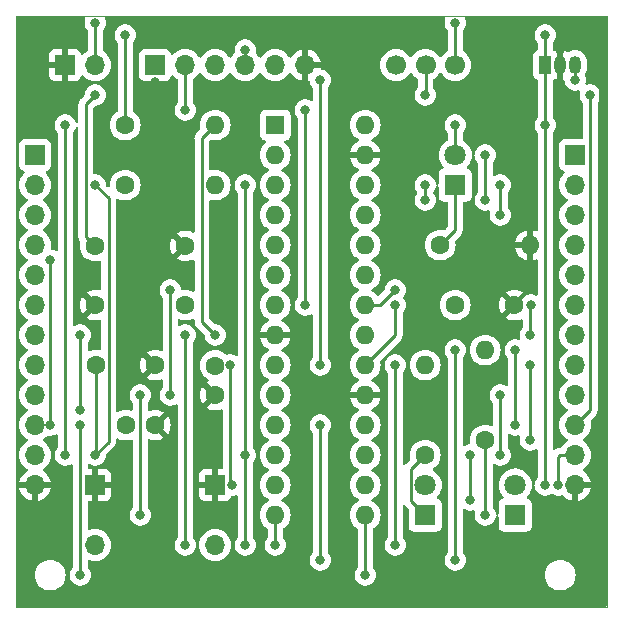
<source format=gbr>
%TF.GenerationSoftware,KiCad,Pcbnew,7.0.1-0*%
%TF.CreationDate,2023-04-17T19:21:01-05:00*%
%TF.ProjectId,project,70726f6a-6563-4742-9e6b-696361645f70,rev?*%
%TF.SameCoordinates,Original*%
%TF.FileFunction,Copper,L2,Bot*%
%TF.FilePolarity,Positive*%
%FSLAX46Y46*%
G04 Gerber Fmt 4.6, Leading zero omitted, Abs format (unit mm)*
G04 Created by KiCad (PCBNEW 7.0.1-0) date 2023-04-17 19:21:01*
%MOMM*%
%LPD*%
G01*
G04 APERTURE LIST*
%TA.AperFunction,ComponentPad*%
%ADD10R,1.700000X1.700000*%
%TD*%
%TA.AperFunction,ComponentPad*%
%ADD11O,1.700000X1.700000*%
%TD*%
%TA.AperFunction,ComponentPad*%
%ADD12R,1.050000X1.500000*%
%TD*%
%TA.AperFunction,ComponentPad*%
%ADD13O,1.050000X1.500000*%
%TD*%
%TA.AperFunction,ComponentPad*%
%ADD14C,1.700000*%
%TD*%
%TA.AperFunction,ComponentPad*%
%ADD15C,1.600000*%
%TD*%
%TA.AperFunction,ComponentPad*%
%ADD16O,1.600000X1.600000*%
%TD*%
%TA.AperFunction,ComponentPad*%
%ADD17R,1.600000X1.600000*%
%TD*%
%TA.AperFunction,ComponentPad*%
%ADD18R,1.800000X1.800000*%
%TD*%
%TA.AperFunction,ComponentPad*%
%ADD19C,1.800000*%
%TD*%
%TA.AperFunction,ViaPad*%
%ADD20C,0.800000*%
%TD*%
%TA.AperFunction,Conductor*%
%ADD21C,0.250000*%
%TD*%
%TA.AperFunction,Profile*%
%ADD22C,0.100000*%
%TD*%
G04 APERTURE END LIST*
D10*
%TO.P,U3,1*%
%TO.N,unconnected-(U3-Pad1)*%
X111760000Y-104140000D03*
D11*
%TO.P,U3,2,U1TX*%
%TO.N,/U1TX*%
X114300000Y-104140000D03*
%TO.P,U3,3,U1RX*%
%TO.N,/U1RX*%
X116840000Y-104140000D03*
%TO.P,U3,4,5V*%
%TO.N,+5V*%
X119380000Y-104140000D03*
%TO.P,U3,5*%
%TO.N,unconnected-(U3-Pad5)*%
X121920000Y-104140000D03*
%TO.P,U3,6,GND*%
%TO.N,GND*%
X124460000Y-104140000D03*
%TD*%
D12*
%TO.P,U2,1,VO*%
%TO.N,+3.3V*%
X144780000Y-104140000D03*
D13*
%TO.P,U2,2,GND*%
%TO.N,GND*%
X146050000Y-104140000D03*
%TO.P,U2,3,VI*%
%TO.N,/Vin*%
X147320000Y-104140000D03*
%TD*%
D14*
%TO.P,SW3,1,A*%
%TO.N,+5V*%
X132160000Y-104140000D03*
%TO.P,SW3,2,B*%
%TO.N,/Vin*%
X134660000Y-104140000D03*
%TO.P,SW3,3,C*%
%TO.N,Net-(Battery1-1)*%
X137160000Y-104140000D03*
%TD*%
D10*
%TO.P,SW2,1,1*%
%TO.N,GND*%
X116840000Y-139700000D03*
D11*
%TO.P,SW2,2,2*%
%TO.N,/USER*%
X116840000Y-144780000D03*
%TD*%
D10*
%TO.P,SW1,1,1*%
%TO.N,GND*%
X106680000Y-139700000D03*
D11*
%TO.P,SW1,2,2*%
%TO.N,/MCLR*%
X106680000Y-144780000D03*
%TD*%
D10*
%TO.P,Right1,1*%
%TO.N,/B15*%
X147320000Y-111760000D03*
D11*
%TO.P,Right1,2*%
%TO.N,/B14*%
X147320000Y-114300000D03*
%TO.P,Right1,3*%
%TO.N,/B13*%
X147320000Y-116840000D03*
%TO.P,Right1,4*%
%TO.N,/B12*%
X147320000Y-119380000D03*
%TO.P,Right1,5*%
%TO.N,/B11*%
X147320000Y-121920000D03*
%TO.P,Right1,6*%
%TO.N,/B10*%
X147320000Y-124460000D03*
%TO.P,Right1,7*%
%TO.N,/B9*%
X147320000Y-127000000D03*
%TO.P,Right1,8*%
%TO.N,/B8*%
X147320000Y-129540000D03*
%TO.P,Right1,9*%
%TO.N,/B7*%
X147320000Y-132080000D03*
%TO.P,Right1,10*%
%TO.N,/Vin*%
X147320000Y-134620000D03*
%TO.P,Right1,11*%
%TO.N,+3.3V*%
X147320000Y-137160000D03*
%TO.P,Right1,12*%
%TO.N,GND*%
X147320000Y-139700000D03*
%TD*%
D15*
%TO.P,R5,1*%
%TO.N,Net-(D3-K)*%
X135890000Y-119380000D03*
D16*
%TO.P,R5,2*%
%TO.N,GND*%
X143510000Y-119380000D03*
%TD*%
D15*
%TO.P,R4,1*%
%TO.N,Net-(D2-K)*%
X134620000Y-137160000D03*
D16*
%TO.P,R4,2*%
%TO.N,/YLW_LED*%
X134620000Y-129540000D03*
%TD*%
D15*
%TO.P,R3,1*%
%TO.N,Net-(D1-K)*%
X139700000Y-135890000D03*
D16*
%TO.P,R3,2*%
%TO.N,/GRN_LED*%
X139700000Y-128270000D03*
%TD*%
D15*
%TO.P,R2,1*%
%TO.N,+3.3V*%
X109220000Y-114300000D03*
D16*
%TO.P,R2,2*%
%TO.N,/USER*%
X116840000Y-114300000D03*
%TD*%
D15*
%TO.P,R1,1*%
%TO.N,+3.3V*%
X109220000Y-109220000D03*
D16*
%TO.P,R1,2*%
%TO.N,/MCLR*%
X116840000Y-109220000D03*
%TD*%
D17*
%TO.P,PIC1,1,~{MCLR}*%
%TO.N,/MCLR*%
X121920000Y-109220000D03*
D16*
%TO.P,PIC1,2,A0*%
%TO.N,/A0*%
X121920000Y-111760000D03*
%TO.P,PIC1,3,A1*%
%TO.N,/A1*%
X121920000Y-114300000D03*
%TO.P,PIC1,4,B0*%
%TO.N,/B0*%
X121920000Y-116840000D03*
%TO.P,PIC1,5,B1*%
%TO.N,/B1*%
X121920000Y-119380000D03*
%TO.P,PIC1,6,B2*%
%TO.N,/B2*%
X121920000Y-121920000D03*
%TO.P,PIC1,7,B3*%
%TO.N,/U1TX*%
X121920000Y-124460000D03*
%TO.P,PIC1,8,Vss*%
%TO.N,GND*%
X121920000Y-127000000D03*
%TO.P,PIC1,9,A2*%
%TO.N,/U1RX*%
X121920000Y-129540000D03*
%TO.P,PIC1,10,A3*%
%TO.N,/A3*%
X121920000Y-132080000D03*
%TO.P,PIC1,11,B4*%
%TO.N,/GRN_LED*%
X121920000Y-134620000D03*
%TO.P,PIC1,12,A4*%
%TO.N,/USER*%
X121920000Y-137160000D03*
%TO.P,PIC1,13,Vdd*%
%TO.N,+3.3V*%
X121920000Y-139700000D03*
%TO.P,PIC1,14,B5*%
%TO.N,/YLW_LED*%
X121920000Y-142240000D03*
%TO.P,PIC1,15,B6*%
%TO.N,/B6*%
X129540000Y-142240000D03*
%TO.P,PIC1,16,B7*%
%TO.N,/B7*%
X129540000Y-139700000D03*
%TO.P,PIC1,17,B8*%
%TO.N,/B8*%
X129540000Y-137160000D03*
%TO.P,PIC1,18,B9*%
%TO.N,/B9*%
X129540000Y-134620000D03*
%TO.P,PIC1,19,Vss*%
%TO.N,GND*%
X129540000Y-132080000D03*
%TO.P,PIC1,20,Vcap*%
%TO.N,Net-(PIC1-Vcap)*%
X129540000Y-129540000D03*
%TO.P,PIC1,21,B10*%
%TO.N,/B10*%
X129540000Y-127000000D03*
%TO.P,PIC1,22,B11*%
%TO.N,/B11*%
X129540000Y-124460000D03*
%TO.P,PIC1,23,B12*%
%TO.N,/B12*%
X129540000Y-121920000D03*
%TO.P,PIC1,24,B13*%
%TO.N,/B13*%
X129540000Y-119380000D03*
%TO.P,PIC1,25,B14*%
%TO.N,/B14*%
X129540000Y-116840000D03*
%TO.P,PIC1,26,B15*%
%TO.N,/B15*%
X129540000Y-114300000D03*
%TO.P,PIC1,27,AVss*%
%TO.N,GND*%
X129540000Y-111760000D03*
%TO.P,PIC1,28,AVdd*%
%TO.N,+3.3V*%
X129540000Y-109220000D03*
%TD*%
D10*
%TO.P,Left1,1*%
%TO.N,/A0*%
X101600000Y-111760000D03*
D11*
%TO.P,Left1,2*%
%TO.N,/A1*%
X101600000Y-114300000D03*
%TO.P,Left1,3*%
%TO.N,/B0*%
X101600000Y-116840000D03*
%TO.P,Left1,4*%
%TO.N,/B1*%
X101600000Y-119380000D03*
%TO.P,Left1,5*%
%TO.N,/B2*%
X101600000Y-121920000D03*
%TO.P,Left1,6*%
%TO.N,/A3*%
X101600000Y-124460000D03*
%TO.P,Left1,7*%
%TO.N,/GRN_LED*%
X101600000Y-127000000D03*
%TO.P,Left1,8*%
%TO.N,/YLW_LED*%
X101600000Y-129540000D03*
%TO.P,Left1,9*%
%TO.N,/B6*%
X101600000Y-132080000D03*
%TO.P,Left1,10*%
%TO.N,/Vin*%
X101600000Y-134620000D03*
%TO.P,Left1,11*%
%TO.N,+3.3V*%
X101600000Y-137160000D03*
%TO.P,Left1,12*%
%TO.N,GND*%
X101600000Y-139700000D03*
%TD*%
D18*
%TO.P,D3,1,K*%
%TO.N,Net-(D3-K)*%
X137160000Y-114300000D03*
D19*
%TO.P,D3,2,A*%
%TO.N,+3.3V*%
X137160000Y-111760000D03*
%TD*%
D18*
%TO.P,D2,1,K*%
%TO.N,Net-(D2-K)*%
X134620000Y-142240000D03*
D19*
%TO.P,D2,2,A*%
%TO.N,+3.3V*%
X134620000Y-139700000D03*
%TD*%
D18*
%TO.P,D1,1,K*%
%TO.N,Net-(D1-K)*%
X142240000Y-142240000D03*
D19*
%TO.P,D1,2,A*%
%TO.N,+3.3V*%
X142240000Y-139700000D03*
%TD*%
D15*
%TO.P,C6,1*%
%TO.N,/Vin*%
X106680000Y-119460000D03*
%TO.P,C6,2*%
%TO.N,GND*%
X106680000Y-124460000D03*
%TD*%
%TO.P,C5,2*%
%TO.N,GND*%
X111760000Y-129540000D03*
%TO.P,C5,1*%
%TO.N,+3.3V*%
X106760000Y-129540000D03*
%TD*%
%TO.P,C4,2*%
%TO.N,GND*%
X114300000Y-119460000D03*
%TO.P,C4,1*%
%TO.N,+3.3V*%
X114300000Y-124460000D03*
%TD*%
%TO.P,C3,1*%
%TO.N,Net-(PIC1-Vcap)*%
X137160000Y-124460000D03*
%TO.P,C3,2*%
%TO.N,GND*%
X142160000Y-124460000D03*
%TD*%
%TO.P,C2,1*%
%TO.N,+3.3V*%
X109260000Y-134620000D03*
%TO.P,C2,2*%
%TO.N,GND*%
X111760000Y-134620000D03*
%TD*%
%TO.P,C1,1*%
%TO.N,GND*%
X116840000Y-132080000D03*
%TO.P,C1,2*%
%TO.N,+3.3V*%
X116840000Y-129580000D03*
%TD*%
D10*
%TO.P,Battery1,1*%
%TO.N,GND*%
X104140000Y-104140000D03*
D11*
%TO.P,Battery1,2*%
%TO.N,Net-(Battery1-1)*%
X106680000Y-104140000D03*
%TD*%
D20*
%TO.N,GND*%
X111760000Y-119380000D03*
X111760000Y-105589502D03*
%TO.N,Net-(Battery1-1)*%
X106680000Y-100559500D03*
X137160000Y-100559500D03*
%TO.N,+5V*%
X119380000Y-102870000D03*
%TO.N,/Vin*%
X147320000Y-105410000D03*
%TO.N,+3.3V*%
X118110000Y-129540000D03*
X118289502Y-139700000D03*
%TO.N,/U1RX*%
X125730000Y-105410000D03*
X125730000Y-129540000D03*
%TO.N,/U1TX*%
X114300000Y-107950000D03*
X124460000Y-124460000D03*
X124460000Y-107950000D03*
%TO.N,GND*%
X146050000Y-102870000D03*
X149440500Y-102870000D03*
%TO.N,+3.3V*%
X145870497Y-139700000D03*
%TO.N,/Vin*%
X148590000Y-106680000D03*
%TO.N,/B7*%
X140970000Y-137160000D03*
X138430000Y-140970000D03*
X140970000Y-132080000D03*
X138430000Y-137160000D03*
%TO.N,/B8*%
X143510000Y-135890000D03*
X143510000Y-129540000D03*
%TO.N,/B9*%
X142240000Y-134620000D03*
X142240000Y-128270000D03*
%TO.N,/B10*%
X143510000Y-127000000D03*
X143559503Y-124460000D03*
%TO.N,/B11*%
X132080000Y-123190000D03*
%TO.N,/B14*%
X140970000Y-116840000D03*
X140970000Y-114300000D03*
%TO.N,/B15*%
X139700000Y-115570000D03*
X139700000Y-111760000D03*
X134620000Y-114300000D03*
X134620000Y-115570000D03*
%TO.N,+3.3V*%
X144780000Y-101600000D03*
X109220000Y-101600000D03*
%TO.N,/Vin*%
X102870000Y-134620000D03*
X102870000Y-120650000D03*
%TO.N,/B6*%
X105410000Y-147320000D03*
X129540000Y-147320000D03*
X105410000Y-134620000D03*
%TO.N,/YLW_LED*%
X110490000Y-142240000D03*
X110490000Y-132080000D03*
%TO.N,/GRN_LED*%
X105410000Y-133350000D03*
X105410000Y-127000000D03*
%TO.N,/A3*%
X113030000Y-132080000D03*
X113030000Y-123190000D03*
%TO.N,/GRN_LED*%
X125730000Y-134620000D03*
X137160000Y-146050000D03*
X125730000Y-146050000D03*
X137160000Y-128270000D03*
%TO.N,/YLW_LED*%
X121920000Y-144780000D03*
X132080000Y-129540000D03*
X132080000Y-144780000D03*
%TO.N,+3.3V*%
X144780000Y-139700000D03*
%TO.N,Net-(D1-K)*%
X139700000Y-142240000D03*
%TO.N,Net-(PIC1-Vcap)*%
X132080000Y-124460000D03*
%TO.N,+3.3V*%
X144780000Y-109220000D03*
X137160000Y-109220000D03*
%TO.N,/Vin*%
X134620000Y-106680000D03*
X106680000Y-106680000D03*
%TO.N,/MCLR*%
X116840000Y-127000000D03*
X114300000Y-144780000D03*
X114300000Y-127000000D03*
%TO.N,/USER*%
X119380000Y-144780000D03*
X119380000Y-137160000D03*
X119380000Y-114300000D03*
%TO.N,+3.3V*%
X106680000Y-114300000D03*
X106680000Y-137160000D03*
X104140000Y-109220000D03*
X104140000Y-137160000D03*
%TD*%
D21*
%TO.N,Net-(Battery1-1)*%
X137160000Y-100559500D02*
X137160000Y-104140000D01*
%TO.N,/Vin*%
X147320000Y-134620000D02*
X148590000Y-133350000D01*
X148590000Y-133350000D02*
X148590000Y-106680000D01*
%TO.N,GND*%
X147320000Y-139700000D02*
X148590000Y-139700000D01*
%TO.N,+3.3V*%
X146050000Y-137160000D02*
X147320000Y-137160000D01*
%TO.N,GND*%
X111760000Y-119380000D02*
X111760000Y-105589502D01*
%TO.N,Net-(Battery1-1)*%
X106680000Y-104140000D02*
X106680000Y-100559500D01*
%TO.N,+5V*%
X119380000Y-104140000D02*
X119380000Y-102870000D01*
%TO.N,/Vin*%
X147320000Y-104140000D02*
X147320000Y-105410000D01*
%TO.N,+3.3V*%
X118110000Y-129540000D02*
X118110000Y-139520498D01*
X118110000Y-139520498D02*
X118289502Y-139700000D01*
%TO.N,/U1RX*%
X125730000Y-129540000D02*
X125730000Y-105410000D01*
%TO.N,/U1TX*%
X114300000Y-107950000D02*
X114300000Y-104140000D01*
X124460000Y-124460000D02*
X124460000Y-107950000D01*
%TO.N,GND*%
X149440500Y-102870000D02*
X149440500Y-138849500D01*
X146050000Y-104140000D02*
X146050000Y-102870000D01*
X149440500Y-138849500D02*
X148590000Y-139700000D01*
%TO.N,+3.3V*%
X145870497Y-139700000D02*
X145870497Y-137339503D01*
X145870497Y-137339503D02*
X146050000Y-137160000D01*
%TO.N,/B7*%
X140970000Y-137160000D02*
X140970000Y-132080000D01*
X138430000Y-140970000D02*
X138430000Y-137160000D01*
%TO.N,/B8*%
X143510000Y-135890000D02*
X143510000Y-129540000D01*
%TO.N,/B9*%
X142240000Y-134620000D02*
X142240000Y-128270000D01*
%TO.N,/B10*%
X143510000Y-124509503D02*
X143559503Y-124460000D01*
X143510000Y-127000000D02*
X143510000Y-124509503D01*
%TO.N,/B11*%
X129540000Y-124460000D02*
X130810000Y-124460000D01*
X130810000Y-124460000D02*
X132080000Y-123190000D01*
%TO.N,/B14*%
X140970000Y-116840000D02*
X140970000Y-114300000D01*
%TO.N,/B15*%
X139700000Y-115570000D02*
X139700000Y-111760000D01*
X134620000Y-114300000D02*
X134620000Y-115570000D01*
%TO.N,+3.3V*%
X109220000Y-109220000D02*
X109220000Y-101600000D01*
X144780000Y-101600000D02*
X144780000Y-104140000D01*
%TO.N,/Vin*%
X102870000Y-134620000D02*
X102870000Y-120650000D01*
%TO.N,/B6*%
X105410000Y-147320000D02*
X105410000Y-134620000D01*
X129540000Y-142240000D02*
X129540000Y-147320000D01*
%TO.N,/YLW_LED*%
X110490000Y-142240000D02*
X110490000Y-132080000D01*
%TO.N,/GRN_LED*%
X105410000Y-133350000D02*
X105410000Y-127000000D01*
%TO.N,/A3*%
X113030000Y-132080000D02*
X113030000Y-123190000D01*
%TO.N,/GRN_LED*%
X125730000Y-146050000D02*
X125730000Y-134620000D01*
X137160000Y-128270000D02*
X137160000Y-146050000D01*
%TO.N,/YLW_LED*%
X132080000Y-129540000D02*
X132080000Y-144780000D01*
X121920000Y-144780000D02*
X121920000Y-142240000D01*
%TO.N,Net-(D2-K)*%
X134620000Y-142240000D02*
X133395000Y-141015000D01*
X133395000Y-141015000D02*
X133395000Y-138385000D01*
X133395000Y-138385000D02*
X134620000Y-137160000D01*
%TO.N,+3.3V*%
X144780000Y-109220000D02*
X144780000Y-139700000D01*
%TO.N,Net-(D1-K)*%
X139700000Y-135890000D02*
X139700000Y-142240000D01*
%TO.N,Net-(PIC1-Vcap)*%
X132080000Y-127000000D02*
X129540000Y-129540000D01*
X132080000Y-124460000D02*
X132080000Y-127000000D01*
%TO.N,Net-(D3-K)*%
X137160000Y-114300000D02*
X137160000Y-118110000D01*
X137160000Y-118110000D02*
X135890000Y-119380000D01*
%TO.N,+3.3V*%
X144780000Y-104140000D02*
X144780000Y-109220000D01*
X137160000Y-109220000D02*
X137160000Y-111760000D01*
%TO.N,/Vin*%
X106680000Y-119460000D02*
X105880001Y-118660001D01*
X105880001Y-118660001D02*
X105880001Y-107479999D01*
X105880001Y-107479999D02*
X106680000Y-106680000D01*
X134620000Y-106680000D02*
X134660000Y-106640000D01*
X134660000Y-106640000D02*
X134660000Y-104140000D01*
%TO.N,+3.3V*%
X106760000Y-137080000D02*
X106680000Y-137160000D01*
X106760000Y-129540000D02*
X106760000Y-137080000D01*
%TO.N,/MCLR*%
X114300000Y-144780000D02*
X114300000Y-127000000D01*
X116840000Y-127000000D02*
X115715000Y-125875000D01*
X115715000Y-125875000D02*
X115715000Y-110345000D01*
X115715000Y-110345000D02*
X116840000Y-109220000D01*
%TO.N,/USER*%
X119380000Y-144780000D02*
X119380000Y-137160000D01*
X119380000Y-114300000D02*
X119380000Y-137160000D01*
%TO.N,+3.3V*%
X107805000Y-136035000D02*
X106680000Y-137160000D01*
X106680000Y-114300000D02*
X107805000Y-115425000D01*
X107805000Y-115425000D02*
X107805000Y-136035000D01*
X104140000Y-109220000D02*
X104140000Y-137160000D01*
%TD*%
%TA.AperFunction,Conductor*%
%TO.N,GND*%
G36*
X105183298Y-109374704D02*
G01*
X105235198Y-109420460D01*
X105254501Y-109486903D01*
X105254501Y-118577257D01*
X105252236Y-118597763D01*
X105254440Y-118667874D01*
X105254501Y-118671769D01*
X105254501Y-118699350D01*
X105255004Y-118703335D01*
X105255919Y-118714968D01*
X105257291Y-118758627D01*
X105262880Y-118777861D01*
X105266826Y-118796917D01*
X105269336Y-118816793D01*
X105285415Y-118857405D01*
X105289198Y-118868452D01*
X105301383Y-118910392D01*
X105311581Y-118927636D01*
X105320137Y-118945101D01*
X105327515Y-118963733D01*
X105338067Y-118978257D01*
X105353181Y-118999060D01*
X105359594Y-119008823D01*
X105389804Y-119059904D01*
X105389270Y-119060219D01*
X105412680Y-119100764D01*
X105412680Y-119164950D01*
X105394364Y-119233307D01*
X105374531Y-119460000D01*
X105394364Y-119686689D01*
X105453261Y-119906497D01*
X105549432Y-120112735D01*
X105679953Y-120299140D01*
X105840859Y-120460046D01*
X106027264Y-120590567D01*
X106027265Y-120590567D01*
X106027266Y-120590568D01*
X106233504Y-120686739D01*
X106453308Y-120745635D01*
X106680000Y-120765468D01*
X106906692Y-120745635D01*
X106945961Y-120735112D01*
X107023407Y-120714362D01*
X107079691Y-120712520D01*
X107130987Y-120735761D01*
X107166712Y-120779293D01*
X107179500Y-120834137D01*
X107179500Y-123086381D01*
X107166712Y-123141225D01*
X107130986Y-123184757D01*
X107079691Y-123207998D01*
X107023406Y-123206156D01*
X106906602Y-123174858D01*
X106680000Y-123155033D01*
X106453397Y-123174858D01*
X106233672Y-123233733D01*
X106027516Y-123329865D01*
X105954526Y-123380973D01*
X106945871Y-124372318D01*
X106977965Y-124427905D01*
X106977965Y-124492093D01*
X106945871Y-124547680D01*
X105954526Y-125539025D01*
X105954526Y-125539026D01*
X106027515Y-125590133D01*
X106233673Y-125686266D01*
X106453397Y-125745141D01*
X106680000Y-125764966D01*
X106906602Y-125745141D01*
X107023406Y-125713844D01*
X107079691Y-125712002D01*
X107130986Y-125735243D01*
X107166712Y-125778775D01*
X107179500Y-125833619D01*
X107179500Y-128144427D01*
X107166712Y-128199270D01*
X107130987Y-128242802D01*
X107079692Y-128266044D01*
X107023408Y-128264202D01*
X106986692Y-128254364D01*
X106759999Y-128234531D01*
X106533310Y-128254364D01*
X106313502Y-128313261D01*
X106236153Y-128349330D01*
X106211903Y-128360638D01*
X106151391Y-128371991D01*
X106092875Y-128352837D01*
X106050786Y-128307899D01*
X106035500Y-128248256D01*
X106035500Y-127698687D01*
X106043736Y-127654249D01*
X106067347Y-127615717D01*
X106142533Y-127532216D01*
X106168116Y-127487906D01*
X106237179Y-127368284D01*
X106252564Y-127320935D01*
X106295674Y-127188256D01*
X106315460Y-127000000D01*
X106295674Y-126811744D01*
X106237179Y-126631716D01*
X106237179Y-126631715D01*
X106142533Y-126467783D01*
X106015870Y-126327110D01*
X105862730Y-126215848D01*
X105689802Y-126138855D01*
X105504648Y-126099500D01*
X105504646Y-126099500D01*
X105315354Y-126099500D01*
X105315352Y-126099500D01*
X105130197Y-126138855D01*
X104945364Y-126221149D01*
X104944316Y-126218796D01*
X104899233Y-126235431D01*
X104833207Y-126222300D01*
X104783773Y-126176605D01*
X104765500Y-126111814D01*
X104765500Y-124459999D01*
X105375033Y-124459999D01*
X105394858Y-124686602D01*
X105453733Y-124906326D01*
X105549866Y-125112484D01*
X105600972Y-125185471D01*
X105600974Y-125185472D01*
X106326446Y-124460001D01*
X106326446Y-124460000D01*
X105600973Y-123734526D01*
X105600973Y-123734527D01*
X105549865Y-123807516D01*
X105453733Y-124013672D01*
X105394858Y-124233397D01*
X105375033Y-124459999D01*
X104765500Y-124459999D01*
X104765500Y-109918687D01*
X104773736Y-109874249D01*
X104797347Y-109835717D01*
X104872533Y-109752216D01*
X104967179Y-109588284D01*
X105012570Y-109448584D01*
X105051460Y-109391359D01*
X105114960Y-109363881D01*
X105183298Y-109374704D01*
G37*
%TD.AperFunction*%
%TA.AperFunction,Conductor*%
G36*
X105810156Y-100017113D02*
G01*
X105855543Y-100062499D01*
X105872156Y-100124499D01*
X105855544Y-100186498D01*
X105852821Y-100191214D01*
X105794326Y-100371242D01*
X105774540Y-100559500D01*
X105794326Y-100747757D01*
X105852820Y-100927784D01*
X105947464Y-101091713D01*
X105947467Y-101091716D01*
X106022652Y-101175217D01*
X106046264Y-101213749D01*
X106054500Y-101258187D01*
X106054500Y-102864774D01*
X106040489Y-102922031D01*
X106001623Y-102966348D01*
X106001550Y-102966400D01*
X105808601Y-103101503D01*
X105686285Y-103223819D01*
X105633539Y-103255114D01*
X105572246Y-103257303D01*
X105517401Y-103229850D01*
X105482422Y-103179471D01*
X105433352Y-103047911D01*
X105347188Y-102932811D01*
X105232089Y-102846647D01*
X105097375Y-102796402D01*
X105037824Y-102790000D01*
X104390000Y-102790000D01*
X104390000Y-105490000D01*
X105037824Y-105490000D01*
X105097375Y-105483597D01*
X105232089Y-105433352D01*
X105347188Y-105347188D01*
X105433352Y-105232089D01*
X105482422Y-105100528D01*
X105517401Y-105050149D01*
X105572246Y-105022696D01*
X105633539Y-105024885D01*
X105686285Y-105056181D01*
X105808599Y-105178495D01*
X106002170Y-105314035D01*
X106216337Y-105413903D01*
X106444592Y-105475063D01*
X106680000Y-105495659D01*
X106915408Y-105475063D01*
X107143663Y-105413903D01*
X107357830Y-105314035D01*
X107551401Y-105178495D01*
X107718495Y-105011401D01*
X107854035Y-104817830D01*
X107953903Y-104603663D01*
X108015063Y-104375408D01*
X108035659Y-104140000D01*
X108015063Y-103904592D01*
X107953903Y-103676337D01*
X107854035Y-103462171D01*
X107718495Y-103268599D01*
X107551401Y-103101505D01*
X107358374Y-102966346D01*
X107319511Y-102922030D01*
X107305500Y-102864773D01*
X107305500Y-101258187D01*
X107313736Y-101213749D01*
X107337347Y-101175217D01*
X107412533Y-101091716D01*
X107507179Y-100927784D01*
X107565674Y-100747756D01*
X107585460Y-100559500D01*
X107565674Y-100371244D01*
X107507179Y-100191216D01*
X107507178Y-100191214D01*
X107504456Y-100186498D01*
X107487844Y-100124499D01*
X107504457Y-100062499D01*
X107549844Y-100017113D01*
X107611844Y-100000500D01*
X136228156Y-100000500D01*
X136290156Y-100017113D01*
X136335543Y-100062499D01*
X136352156Y-100124499D01*
X136335544Y-100186498D01*
X136332821Y-100191214D01*
X136274326Y-100371242D01*
X136254540Y-100559500D01*
X136274326Y-100747757D01*
X136332820Y-100927784D01*
X136427464Y-101091713D01*
X136427467Y-101091716D01*
X136502652Y-101175217D01*
X136526264Y-101213749D01*
X136534500Y-101258187D01*
X136534500Y-102864774D01*
X136520489Y-102922031D01*
X136481623Y-102966348D01*
X136481550Y-102966400D01*
X136288598Y-103101505D01*
X136121505Y-103268598D01*
X136011575Y-103425596D01*
X135967257Y-103464462D01*
X135910000Y-103478473D01*
X135852743Y-103464462D01*
X135808425Y-103425596D01*
X135749980Y-103342128D01*
X135698495Y-103268599D01*
X135531401Y-103101505D01*
X135337830Y-102965965D01*
X135123663Y-102866097D01*
X135051074Y-102846647D01*
X134895407Y-102804936D01*
X134660000Y-102784340D01*
X134424592Y-102804936D01*
X134196336Y-102866097D01*
X133982170Y-102965965D01*
X133788598Y-103101505D01*
X133621505Y-103268598D01*
X133511575Y-103425596D01*
X133467257Y-103464462D01*
X133410000Y-103478473D01*
X133352743Y-103464462D01*
X133308425Y-103425596D01*
X133249980Y-103342128D01*
X133198495Y-103268599D01*
X133031401Y-103101505D01*
X132837830Y-102965965D01*
X132623663Y-102866097D01*
X132551074Y-102846647D01*
X132395407Y-102804936D01*
X132160000Y-102784340D01*
X131924592Y-102804936D01*
X131696336Y-102866097D01*
X131482170Y-102965965D01*
X131288598Y-103101505D01*
X131121505Y-103268598D01*
X130985965Y-103462170D01*
X130886097Y-103676336D01*
X130824936Y-103904592D01*
X130804340Y-104140000D01*
X130824936Y-104375407D01*
X130860866Y-104509500D01*
X130886097Y-104603663D01*
X130985965Y-104817830D01*
X131121505Y-105011401D01*
X131288599Y-105178495D01*
X131482170Y-105314035D01*
X131696337Y-105413903D01*
X131924592Y-105475063D01*
X132160000Y-105495659D01*
X132395408Y-105475063D01*
X132623663Y-105413903D01*
X132837830Y-105314035D01*
X133031401Y-105178495D01*
X133198495Y-105011401D01*
X133308426Y-104854402D01*
X133352743Y-104815538D01*
X133410000Y-104801527D01*
X133467257Y-104815538D01*
X133511573Y-104854402D01*
X133621505Y-105011401D01*
X133788599Y-105178495D01*
X133981625Y-105313653D01*
X134020489Y-105357970D01*
X134034500Y-105415227D01*
X134034500Y-105936888D01*
X134026264Y-105981326D01*
X134002650Y-106019860D01*
X133887466Y-106147783D01*
X133792820Y-106311715D01*
X133734326Y-106491742D01*
X133714540Y-106680000D01*
X133734326Y-106868257D01*
X133792820Y-107048284D01*
X133887466Y-107212216D01*
X134014129Y-107352889D01*
X134167269Y-107464151D01*
X134340197Y-107541144D01*
X134525352Y-107580500D01*
X134525354Y-107580500D01*
X134714646Y-107580500D01*
X134714648Y-107580500D01*
X134838084Y-107554262D01*
X134899803Y-107541144D01*
X135072730Y-107464151D01*
X135105401Y-107440414D01*
X135225870Y-107352889D01*
X135277318Y-107295751D01*
X135352533Y-107212216D01*
X135447179Y-107048284D01*
X135505674Y-106868256D01*
X135525460Y-106680000D01*
X135505674Y-106491744D01*
X135466466Y-106371075D01*
X135447179Y-106311715D01*
X135352535Y-106147786D01*
X135317350Y-106108710D01*
X135293736Y-106070175D01*
X135285500Y-106025737D01*
X135285500Y-105415227D01*
X135299511Y-105357970D01*
X135338374Y-105313653D01*
X135531401Y-105178495D01*
X135698495Y-105011401D01*
X135808426Y-104854402D01*
X135852743Y-104815538D01*
X135910000Y-104801527D01*
X135967257Y-104815538D01*
X136011573Y-104854402D01*
X136121505Y-105011401D01*
X136288599Y-105178495D01*
X136482170Y-105314035D01*
X136696337Y-105413903D01*
X136924592Y-105475063D01*
X137160000Y-105495659D01*
X137395408Y-105475063D01*
X137623663Y-105413903D01*
X137837830Y-105314035D01*
X138031401Y-105178495D01*
X138198495Y-105011401D01*
X138334035Y-104817830D01*
X138433903Y-104603663D01*
X138495063Y-104375408D01*
X138515659Y-104140000D01*
X138495063Y-103904592D01*
X138433903Y-103676337D01*
X138334035Y-103462171D01*
X138198495Y-103268599D01*
X138031401Y-103101505D01*
X137838374Y-102966346D01*
X137799511Y-102922030D01*
X137785500Y-102864773D01*
X137785500Y-101258187D01*
X137793736Y-101213749D01*
X137817347Y-101175217D01*
X137892533Y-101091716D01*
X137987179Y-100927784D01*
X138045674Y-100747756D01*
X138065460Y-100559500D01*
X138045674Y-100371244D01*
X137987179Y-100191216D01*
X137987178Y-100191214D01*
X137984456Y-100186498D01*
X137967844Y-100124499D01*
X137984457Y-100062499D01*
X138029844Y-100017113D01*
X138091844Y-100000500D01*
X149875500Y-100000500D01*
X149937500Y-100017113D01*
X149982887Y-100062500D01*
X149999500Y-100124500D01*
X149999500Y-149875500D01*
X149982887Y-149937500D01*
X149937500Y-149982887D01*
X149875500Y-149999500D01*
X100124500Y-149999500D01*
X100062500Y-149982887D01*
X100017113Y-149937500D01*
X100000500Y-149875500D01*
X100000500Y-147320000D01*
X101564531Y-147320000D01*
X101584364Y-147546689D01*
X101643261Y-147766497D01*
X101739432Y-147972735D01*
X101869953Y-148159140D01*
X102030859Y-148320046D01*
X102217264Y-148450567D01*
X102217265Y-148450567D01*
X102217266Y-148450568D01*
X102423504Y-148546739D01*
X102643308Y-148605635D01*
X102728261Y-148613067D01*
X102813214Y-148620500D01*
X102813216Y-148620500D01*
X102926784Y-148620500D01*
X102926786Y-148620500D01*
X102994747Y-148614553D01*
X103096692Y-148605635D01*
X103316496Y-148546739D01*
X103522734Y-148450568D01*
X103709139Y-148320047D01*
X103870047Y-148159139D01*
X104000568Y-147972734D01*
X104096739Y-147766496D01*
X104155635Y-147546692D01*
X104175468Y-147320000D01*
X104155635Y-147093308D01*
X104096739Y-146873504D01*
X104000568Y-146667266D01*
X103999507Y-146665751D01*
X103870046Y-146480859D01*
X103709140Y-146319953D01*
X103522735Y-146189432D01*
X103316497Y-146093261D01*
X103096689Y-146034364D01*
X102926786Y-146019500D01*
X102926784Y-146019500D01*
X102813216Y-146019500D01*
X102813214Y-146019500D01*
X102643310Y-146034364D01*
X102423502Y-146093261D01*
X102217264Y-146189432D01*
X102030859Y-146319953D01*
X101869953Y-146480859D01*
X101739432Y-146667264D01*
X101643261Y-146873502D01*
X101584364Y-147093310D01*
X101564531Y-147320000D01*
X100000500Y-147320000D01*
X100000500Y-139950000D01*
X100269364Y-139950000D01*
X100326569Y-140163492D01*
X100426399Y-140377576D01*
X100561893Y-140571081D01*
X100728918Y-140738106D01*
X100922423Y-140873600D01*
X101136507Y-140973430D01*
X101349999Y-141030635D01*
X101350000Y-141030636D01*
X101350000Y-139950000D01*
X101850000Y-139950000D01*
X101850000Y-141030635D01*
X102063492Y-140973430D01*
X102277576Y-140873600D01*
X102471081Y-140738106D01*
X102638106Y-140571081D01*
X102773600Y-140377576D01*
X102873430Y-140163492D01*
X102930636Y-139950000D01*
X101850000Y-139950000D01*
X101350000Y-139950000D01*
X100269364Y-139950000D01*
X100000500Y-139950000D01*
X100000500Y-137212954D01*
X100014276Y-137160000D01*
X100233033Y-137160000D01*
X100248028Y-137202147D01*
X100264936Y-137395407D01*
X100309709Y-137562501D01*
X100326097Y-137623663D01*
X100425965Y-137837830D01*
X100561505Y-138031401D01*
X100728599Y-138198495D01*
X100914597Y-138328732D01*
X100953460Y-138373048D01*
X100967471Y-138430305D01*
X100953461Y-138487561D01*
X100914595Y-138531880D01*
X100728919Y-138661892D01*
X100561890Y-138828921D01*
X100426400Y-139022421D01*
X100326569Y-139236507D01*
X100269364Y-139449999D01*
X100269364Y-139450000D01*
X102930636Y-139450000D01*
X102930635Y-139449999D01*
X102873430Y-139236507D01*
X102773599Y-139022421D01*
X102638109Y-138828921D01*
X102471081Y-138661893D01*
X102285404Y-138531880D01*
X102246539Y-138487562D01*
X102232528Y-138430305D01*
X102246539Y-138373048D01*
X102285402Y-138328732D01*
X102471401Y-138198495D01*
X102638495Y-138031401D01*
X102774035Y-137837830D01*
X102873903Y-137623663D01*
X102935063Y-137395408D01*
X102955659Y-137160000D01*
X102935063Y-136924592D01*
X102873903Y-136696337D01*
X102774035Y-136482171D01*
X102638495Y-136288599D01*
X102471401Y-136121505D01*
X102285839Y-135991573D01*
X102246975Y-135947257D01*
X102232964Y-135890000D01*
X102246975Y-135832743D01*
X102285839Y-135788426D01*
X102471401Y-135658495D01*
X102590882Y-135539013D01*
X102643343Y-135507802D01*
X102704342Y-135505406D01*
X102775353Y-135520500D01*
X102775354Y-135520500D01*
X102964646Y-135520500D01*
X102964648Y-135520500D01*
X103128994Y-135485567D01*
X103149803Y-135481144D01*
X103234343Y-135443504D01*
X103334636Y-135398851D01*
X103335683Y-135401203D01*
X103380767Y-135384569D01*
X103446793Y-135397700D01*
X103496227Y-135443395D01*
X103514500Y-135508186D01*
X103514500Y-136461313D01*
X103506264Y-136505751D01*
X103482652Y-136544282D01*
X103461689Y-136567565D01*
X103407464Y-136627786D01*
X103312820Y-136791715D01*
X103254326Y-136971742D01*
X103234540Y-137159999D01*
X103254326Y-137348257D01*
X103312820Y-137528284D01*
X103407466Y-137692216D01*
X103534129Y-137832889D01*
X103687269Y-137944151D01*
X103860197Y-138021144D01*
X104045352Y-138060500D01*
X104045354Y-138060500D01*
X104234646Y-138060500D01*
X104234648Y-138060500D01*
X104371547Y-138031401D01*
X104419803Y-138021144D01*
X104504588Y-137983395D01*
X104604636Y-137938851D01*
X104605683Y-137941203D01*
X104650767Y-137924569D01*
X104716793Y-137937700D01*
X104766227Y-137983395D01*
X104784500Y-138048186D01*
X104784500Y-146621313D01*
X104776264Y-146665751D01*
X104752652Y-146704282D01*
X104735900Y-146722888D01*
X104677464Y-146787786D01*
X104582820Y-146951715D01*
X104524326Y-147131742D01*
X104504540Y-147320000D01*
X104524326Y-147508257D01*
X104582820Y-147688284D01*
X104677466Y-147852216D01*
X104804129Y-147992889D01*
X104957269Y-148104151D01*
X105130197Y-148181144D01*
X105315352Y-148220500D01*
X105315354Y-148220500D01*
X105504646Y-148220500D01*
X105504648Y-148220500D01*
X105628084Y-148194262D01*
X105689803Y-148181144D01*
X105862730Y-148104151D01*
X106015871Y-147992888D01*
X106142533Y-147852216D01*
X106237179Y-147688284D01*
X106295674Y-147508256D01*
X106315460Y-147320000D01*
X106295674Y-147131744D01*
X106237179Y-146951716D01*
X106237179Y-146951715D01*
X106142535Y-146787786D01*
X106129427Y-146773229D01*
X106067347Y-146704282D01*
X106043736Y-146665751D01*
X106035500Y-146621313D01*
X106035500Y-146164218D01*
X106050786Y-146104575D01*
X106092875Y-146059637D01*
X106151391Y-146040483D01*
X106211903Y-146051835D01*
X106216337Y-146053903D01*
X106444592Y-146115063D01*
X106680000Y-146135659D01*
X106915408Y-146115063D01*
X107143663Y-146053903D01*
X107357830Y-145954035D01*
X107551401Y-145818495D01*
X107718495Y-145651401D01*
X107854035Y-145457830D01*
X107953903Y-145243663D01*
X108015063Y-145015408D01*
X108035659Y-144780000D01*
X108015063Y-144544592D01*
X107953903Y-144316337D01*
X107854035Y-144102171D01*
X107718495Y-143908599D01*
X107551401Y-143741505D01*
X107357830Y-143605965D01*
X107143663Y-143506097D01*
X107082501Y-143489709D01*
X106915407Y-143444936D01*
X106680000Y-143424340D01*
X106444592Y-143444936D01*
X106216337Y-143506096D01*
X106216337Y-143506097D01*
X106211903Y-143508164D01*
X106151391Y-143519517D01*
X106092875Y-143500363D01*
X106050786Y-143455425D01*
X106035500Y-143395782D01*
X106035500Y-141174000D01*
X106052113Y-141112000D01*
X106097500Y-141066613D01*
X106159500Y-141050000D01*
X106430000Y-141050000D01*
X106430000Y-139950000D01*
X106930000Y-139950000D01*
X106930000Y-141050000D01*
X107577824Y-141050000D01*
X107637375Y-141043597D01*
X107772089Y-140993352D01*
X107887188Y-140907188D01*
X107973352Y-140792089D01*
X108023597Y-140657375D01*
X108030000Y-140597824D01*
X108030000Y-139950000D01*
X106930000Y-139950000D01*
X106430000Y-139950000D01*
X106430000Y-138350000D01*
X106930000Y-138350000D01*
X106930000Y-139450000D01*
X108030000Y-139450000D01*
X108030000Y-138802176D01*
X108023597Y-138742624D01*
X107973352Y-138607910D01*
X107887188Y-138492811D01*
X107772089Y-138406647D01*
X107637375Y-138356402D01*
X107577824Y-138350000D01*
X106930000Y-138350000D01*
X106430000Y-138350000D01*
X106159500Y-138350000D01*
X106097500Y-138333387D01*
X106052113Y-138288000D01*
X106035500Y-138226000D01*
X106035500Y-138048186D01*
X106053773Y-137983395D01*
X106103207Y-137937700D01*
X106169233Y-137924569D01*
X106214316Y-137941203D01*
X106215364Y-137938851D01*
X106400197Y-138021144D01*
X106585352Y-138060500D01*
X106585354Y-138060500D01*
X106774646Y-138060500D01*
X106774648Y-138060500D01*
X106911547Y-138031401D01*
X106959803Y-138021144D01*
X107132730Y-137944151D01*
X107285871Y-137832888D01*
X107412533Y-137692216D01*
X107507179Y-137528284D01*
X107565674Y-137348256D01*
X107583322Y-137180341D01*
X107594720Y-137139927D01*
X107618957Y-137105632D01*
X108188789Y-136535800D01*
X108204885Y-136522906D01*
X108206873Y-136520787D01*
X108206877Y-136520786D01*
X108252948Y-136471723D01*
X108255566Y-136469023D01*
X108275120Y-136449471D01*
X108277581Y-136446298D01*
X108285156Y-136437427D01*
X108315062Y-136405582D01*
X108324717Y-136388018D01*
X108335394Y-136371764D01*
X108347673Y-136355936D01*
X108365018Y-136315852D01*
X108370160Y-136305356D01*
X108391197Y-136267092D01*
X108396179Y-136247684D01*
X108402481Y-136229280D01*
X108410437Y-136210896D01*
X108417269Y-136167752D01*
X108419633Y-136156338D01*
X108430500Y-136114019D01*
X108430500Y-136093984D01*
X108432027Y-136074585D01*
X108432068Y-136074321D01*
X108435160Y-136054804D01*
X108431050Y-136011325D01*
X108430500Y-135999656D01*
X108430500Y-135862781D01*
X108445786Y-135803138D01*
X108487875Y-135758200D01*
X108546391Y-135739046D01*
X108606905Y-135750399D01*
X108607263Y-135750566D01*
X108607266Y-135750568D01*
X108813504Y-135846739D01*
X109033308Y-135905635D01*
X109260000Y-135925468D01*
X109486692Y-135905635D01*
X109706496Y-135846739D01*
X109706497Y-135846738D01*
X109708406Y-135846227D01*
X109764691Y-135844385D01*
X109815986Y-135867626D01*
X109851712Y-135911158D01*
X109864500Y-135966002D01*
X109864500Y-141541313D01*
X109856264Y-141585751D01*
X109832652Y-141624282D01*
X109815900Y-141642888D01*
X109757464Y-141707786D01*
X109662820Y-141871715D01*
X109604326Y-142051742D01*
X109584540Y-142240000D01*
X109604326Y-142428257D01*
X109662820Y-142608284D01*
X109757466Y-142772216D01*
X109884129Y-142912889D01*
X110037269Y-143024151D01*
X110210197Y-143101144D01*
X110395352Y-143140500D01*
X110395354Y-143140500D01*
X110584646Y-143140500D01*
X110584648Y-143140500D01*
X110708083Y-143114262D01*
X110769803Y-143101144D01*
X110942730Y-143024151D01*
X111095871Y-142912888D01*
X111222533Y-142772216D01*
X111317179Y-142608284D01*
X111375674Y-142428256D01*
X111395460Y-142240000D01*
X111375674Y-142051744D01*
X111336466Y-141931075D01*
X111317179Y-141871715D01*
X111222535Y-141707786D01*
X111164100Y-141642888D01*
X111147347Y-141624282D01*
X111123736Y-141585751D01*
X111115500Y-141541313D01*
X111115500Y-135948497D01*
X111130786Y-135888854D01*
X111172875Y-135843916D01*
X111231391Y-135824762D01*
X111291905Y-135836115D01*
X111313674Y-135846266D01*
X111533397Y-135905141D01*
X111760000Y-135924966D01*
X111986602Y-135905141D01*
X112206326Y-135846266D01*
X112412480Y-135750134D01*
X112485472Y-135699025D01*
X111494128Y-134707681D01*
X111462034Y-134652094D01*
X111462034Y-134619999D01*
X112113553Y-134619999D01*
X112839025Y-135345472D01*
X112890134Y-135272480D01*
X112986266Y-135066326D01*
X113045141Y-134846602D01*
X113064966Y-134620000D01*
X113045141Y-134393397D01*
X112986266Y-134173673D01*
X112890133Y-133967515D01*
X112839025Y-133894526D01*
X112113553Y-134619998D01*
X112113553Y-134619999D01*
X111462034Y-134619999D01*
X111462034Y-134587906D01*
X111494128Y-134532319D01*
X111760000Y-134266447D01*
X112485472Y-133540974D01*
X112485471Y-133540972D01*
X112412484Y-133489866D01*
X112206326Y-133393733D01*
X111986602Y-133334858D01*
X111760000Y-133315033D01*
X111533397Y-133334858D01*
X111313674Y-133393733D01*
X111291905Y-133403885D01*
X111231391Y-133415238D01*
X111172875Y-133396084D01*
X111130786Y-133351146D01*
X111115500Y-133291503D01*
X111115500Y-132778687D01*
X111123736Y-132734249D01*
X111147347Y-132695717D01*
X111222533Y-132612216D01*
X111317179Y-132448284D01*
X111375674Y-132268256D01*
X111395460Y-132080000D01*
X111375674Y-131891744D01*
X111317179Y-131711716D01*
X111317179Y-131711715D01*
X111222533Y-131547783D01*
X111095870Y-131407110D01*
X110942730Y-131295848D01*
X110769802Y-131218855D01*
X110584648Y-131179500D01*
X110584646Y-131179500D01*
X110395354Y-131179500D01*
X110395352Y-131179500D01*
X110210197Y-131218855D01*
X110037269Y-131295848D01*
X109884129Y-131407110D01*
X109757466Y-131547783D01*
X109662820Y-131711715D01*
X109604326Y-131891742D01*
X109584540Y-132079999D01*
X109604326Y-132268257D01*
X109662820Y-132448284D01*
X109757464Y-132612213D01*
X109757467Y-132612216D01*
X109832652Y-132695717D01*
X109856264Y-132734249D01*
X109864500Y-132778687D01*
X109864500Y-133273998D01*
X109851712Y-133328842D01*
X109815986Y-133372374D01*
X109764691Y-133395615D01*
X109708406Y-133393773D01*
X109706497Y-133393261D01*
X109706496Y-133393261D01*
X109540766Y-133348854D01*
X109486689Y-133334364D01*
X109260000Y-133314531D01*
X109033310Y-133334364D01*
X108813502Y-133393261D01*
X108736823Y-133429018D01*
X108607266Y-133489432D01*
X108607263Y-133489433D01*
X108606905Y-133489601D01*
X108546391Y-133500954D01*
X108487875Y-133481800D01*
X108445786Y-133436862D01*
X108430500Y-133377219D01*
X108430500Y-130619026D01*
X111034526Y-130619026D01*
X111107515Y-130670133D01*
X111313673Y-130766266D01*
X111533397Y-130825141D01*
X111760000Y-130844966D01*
X111986602Y-130825141D01*
X112206325Y-130766266D01*
X112228095Y-130756115D01*
X112288609Y-130744762D01*
X112347125Y-130763916D01*
X112389214Y-130808854D01*
X112404500Y-130868497D01*
X112404500Y-131381313D01*
X112396264Y-131425751D01*
X112372652Y-131464282D01*
X112339545Y-131501051D01*
X112297464Y-131547786D01*
X112202820Y-131711715D01*
X112144326Y-131891742D01*
X112124540Y-132079999D01*
X112144326Y-132268257D01*
X112202820Y-132448284D01*
X112297466Y-132612216D01*
X112424129Y-132752889D01*
X112577269Y-132864151D01*
X112750197Y-132941144D01*
X112935352Y-132980500D01*
X112935354Y-132980500D01*
X113124646Y-132980500D01*
X113124648Y-132980500D01*
X113261547Y-132951401D01*
X113309803Y-132941144D01*
X113394588Y-132903395D01*
X113494636Y-132858851D01*
X113495683Y-132861203D01*
X113540767Y-132844569D01*
X113606793Y-132857700D01*
X113656227Y-132903395D01*
X113674500Y-132968186D01*
X113674500Y-144081313D01*
X113666264Y-144125751D01*
X113642652Y-144164282D01*
X113609545Y-144201051D01*
X113567464Y-144247786D01*
X113472820Y-144411715D01*
X113414326Y-144591742D01*
X113394540Y-144780000D01*
X113414326Y-144968257D01*
X113472820Y-145148284D01*
X113567466Y-145312216D01*
X113694129Y-145452889D01*
X113847269Y-145564151D01*
X114020197Y-145641144D01*
X114205352Y-145680500D01*
X114205354Y-145680500D01*
X114394646Y-145680500D01*
X114394648Y-145680500D01*
X114531547Y-145651401D01*
X114579803Y-145641144D01*
X114752730Y-145564151D01*
X114905871Y-145452888D01*
X115032533Y-145312216D01*
X115127179Y-145148284D01*
X115185674Y-144968256D01*
X115205460Y-144780000D01*
X115205460Y-144779999D01*
X115484340Y-144779999D01*
X115504936Y-145015407D01*
X115549709Y-145182502D01*
X115566097Y-145243663D01*
X115665965Y-145457830D01*
X115801505Y-145651401D01*
X115968599Y-145818495D01*
X116162170Y-145954035D01*
X116376337Y-146053903D01*
X116604592Y-146115063D01*
X116840000Y-146135659D01*
X117075408Y-146115063D01*
X117303663Y-146053903D01*
X117312035Y-146049999D01*
X124824540Y-146049999D01*
X124844326Y-146238257D01*
X124902820Y-146418284D01*
X124997466Y-146582216D01*
X125124129Y-146722889D01*
X125277269Y-146834151D01*
X125450197Y-146911144D01*
X125635352Y-146950500D01*
X125635354Y-146950500D01*
X125824646Y-146950500D01*
X125824648Y-146950500D01*
X125948084Y-146924262D01*
X126009803Y-146911144D01*
X126182730Y-146834151D01*
X126335871Y-146722888D01*
X126462533Y-146582216D01*
X126557179Y-146418284D01*
X126615674Y-146238256D01*
X126635460Y-146050000D01*
X126615674Y-145861744D01*
X126557179Y-145681716D01*
X126557179Y-145681715D01*
X126462535Y-145517786D01*
X126449427Y-145503229D01*
X126387347Y-145434282D01*
X126363736Y-145395751D01*
X126355500Y-145351313D01*
X126355500Y-142239999D01*
X128234531Y-142239999D01*
X128254364Y-142466689D01*
X128313261Y-142686497D01*
X128409432Y-142892735D01*
X128539953Y-143079140D01*
X128700859Y-143240046D01*
X128861623Y-143352613D01*
X128900489Y-143396931D01*
X128914500Y-143454188D01*
X128914500Y-146621313D01*
X128906264Y-146665751D01*
X128882652Y-146704282D01*
X128865900Y-146722888D01*
X128807464Y-146787786D01*
X128712820Y-146951715D01*
X128654326Y-147131742D01*
X128634540Y-147320000D01*
X128654326Y-147508257D01*
X128712820Y-147688284D01*
X128807466Y-147852216D01*
X128934129Y-147992889D01*
X129087269Y-148104151D01*
X129260197Y-148181144D01*
X129445352Y-148220500D01*
X129445354Y-148220500D01*
X129634646Y-148220500D01*
X129634648Y-148220500D01*
X129758084Y-148194262D01*
X129819803Y-148181144D01*
X129992730Y-148104151D01*
X130145871Y-147992888D01*
X130272533Y-147852216D01*
X130367179Y-147688284D01*
X130425674Y-147508256D01*
X130445460Y-147320000D01*
X130445460Y-147319999D01*
X144744531Y-147319999D01*
X144764364Y-147546689D01*
X144823261Y-147766497D01*
X144919432Y-147972735D01*
X145049953Y-148159140D01*
X145210859Y-148320046D01*
X145397264Y-148450567D01*
X145397265Y-148450567D01*
X145397266Y-148450568D01*
X145603504Y-148546739D01*
X145823308Y-148605635D01*
X145908261Y-148613067D01*
X145993214Y-148620500D01*
X145993216Y-148620500D01*
X146106784Y-148620500D01*
X146106786Y-148620500D01*
X146174747Y-148614553D01*
X146276692Y-148605635D01*
X146496496Y-148546739D01*
X146702734Y-148450568D01*
X146889139Y-148320047D01*
X147050047Y-148159139D01*
X147180568Y-147972734D01*
X147276739Y-147766496D01*
X147335635Y-147546692D01*
X147355468Y-147320000D01*
X147335635Y-147093308D01*
X147276739Y-146873504D01*
X147180568Y-146667266D01*
X147179507Y-146665751D01*
X147050046Y-146480859D01*
X146889140Y-146319953D01*
X146702735Y-146189432D01*
X146496497Y-146093261D01*
X146276689Y-146034364D01*
X146106786Y-146019500D01*
X146106784Y-146019500D01*
X145993216Y-146019500D01*
X145993214Y-146019500D01*
X145823310Y-146034364D01*
X145603502Y-146093261D01*
X145397264Y-146189432D01*
X145210859Y-146319953D01*
X145049953Y-146480859D01*
X144919432Y-146667264D01*
X144823261Y-146873502D01*
X144764364Y-147093310D01*
X144744531Y-147319999D01*
X130445460Y-147319999D01*
X130425674Y-147131744D01*
X130367179Y-146951716D01*
X130367179Y-146951715D01*
X130272535Y-146787786D01*
X130259427Y-146773229D01*
X130197347Y-146704282D01*
X130173736Y-146665751D01*
X130165500Y-146621313D01*
X130165500Y-146049999D01*
X136254540Y-146049999D01*
X136274326Y-146238257D01*
X136332820Y-146418284D01*
X136427466Y-146582216D01*
X136554129Y-146722889D01*
X136707269Y-146834151D01*
X136880197Y-146911144D01*
X137065352Y-146950500D01*
X137065354Y-146950500D01*
X137254646Y-146950500D01*
X137254648Y-146950500D01*
X137378084Y-146924262D01*
X137439803Y-146911144D01*
X137612730Y-146834151D01*
X137765871Y-146722888D01*
X137892533Y-146582216D01*
X137987179Y-146418284D01*
X138045674Y-146238256D01*
X138065460Y-146050000D01*
X138045674Y-145861744D01*
X137987179Y-145681716D01*
X137987179Y-145681715D01*
X137892535Y-145517786D01*
X137879427Y-145503229D01*
X137817347Y-145434282D01*
X137793736Y-145395751D01*
X137785500Y-145351313D01*
X137785500Y-141858186D01*
X137803773Y-141793395D01*
X137853207Y-141747700D01*
X137919233Y-141734569D01*
X137964316Y-141751203D01*
X137965364Y-141748851D01*
X138150197Y-141831144D01*
X138335352Y-141870500D01*
X138335354Y-141870500D01*
X138524646Y-141870500D01*
X138524648Y-141870500D01*
X138688994Y-141835567D01*
X138753093Y-141838926D01*
X138806925Y-141873884D01*
X138836065Y-141931075D01*
X138832706Y-141995174D01*
X138814326Y-142051740D01*
X138794540Y-142239999D01*
X138814326Y-142428257D01*
X138872820Y-142608284D01*
X138967466Y-142772216D01*
X139094129Y-142912889D01*
X139247269Y-143024151D01*
X139420197Y-143101144D01*
X139605352Y-143140500D01*
X139605354Y-143140500D01*
X139794646Y-143140500D01*
X139794648Y-143140500D01*
X139918083Y-143114262D01*
X139979803Y-143101144D01*
X140152730Y-143024151D01*
X140305871Y-142912888D01*
X140432533Y-142772216D01*
X140527179Y-142608284D01*
X140585674Y-142428256D01*
X140592180Y-142366348D01*
X140613925Y-142308191D01*
X140661141Y-142267864D01*
X140721989Y-142255484D01*
X140781210Y-142274156D01*
X140823953Y-142319197D01*
X140839500Y-142379314D01*
X140839500Y-143187869D01*
X140845909Y-143247483D01*
X140896204Y-143382331D01*
X140982454Y-143497546D01*
X141097669Y-143583796D01*
X141232517Y-143634091D01*
X141292127Y-143640500D01*
X143187872Y-143640499D01*
X143247483Y-143634091D01*
X143382331Y-143583796D01*
X143497546Y-143497546D01*
X143583796Y-143382331D01*
X143634091Y-143247483D01*
X143640500Y-143187873D01*
X143640499Y-141292128D01*
X143634091Y-141232517D01*
X143583796Y-141097669D01*
X143497546Y-140982454D01*
X143382331Y-140896204D01*
X143329357Y-140876446D01*
X143302093Y-140866277D01*
X143252558Y-140832261D01*
X143224831Y-140778951D01*
X143225424Y-140718864D01*
X143254196Y-140666114D01*
X143348979Y-140563153D01*
X143475924Y-140368849D01*
X143569157Y-140156300D01*
X143626134Y-139931305D01*
X143637390Y-139795458D01*
X143656908Y-139738262D01*
X143698014Y-139699999D01*
X143656908Y-139661737D01*
X143637390Y-139604540D01*
X143626134Y-139468695D01*
X143569157Y-139243700D01*
X143475924Y-139031151D01*
X143348979Y-138836847D01*
X143191784Y-138666087D01*
X143008626Y-138523530D01*
X142804503Y-138413064D01*
X142804499Y-138413062D01*
X142804498Y-138413062D01*
X142584984Y-138337702D01*
X142394887Y-138305981D01*
X142356049Y-138299500D01*
X142123951Y-138299500D01*
X142085113Y-138305981D01*
X141895015Y-138337702D01*
X141675501Y-138413062D01*
X141675497Y-138413063D01*
X141675497Y-138413064D01*
X141564263Y-138473261D01*
X141471372Y-138523531D01*
X141288215Y-138666087D01*
X141131020Y-138836848D01*
X141004076Y-139031150D01*
X140910844Y-139243696D01*
X140910842Y-139243700D01*
X140910843Y-139243700D01*
X140854394Y-139466613D01*
X140853865Y-139468700D01*
X140834699Y-139700000D01*
X140853865Y-139931299D01*
X140853865Y-139931301D01*
X140853866Y-139931305D01*
X140908361Y-140146497D01*
X140910844Y-140156303D01*
X140991428Y-140340014D01*
X141004076Y-140368849D01*
X141131021Y-140563153D01*
X141225803Y-140666114D01*
X141254575Y-140718865D01*
X141255168Y-140778951D01*
X141227441Y-140832261D01*
X141177906Y-140866276D01*
X141097671Y-140896202D01*
X140982454Y-140982454D01*
X140896204Y-141097668D01*
X140845909Y-141232516D01*
X140839500Y-141292131D01*
X140839500Y-142100684D01*
X140823953Y-142160800D01*
X140781210Y-142205842D01*
X140721989Y-142224514D01*
X140661142Y-142212134D01*
X140613925Y-142171807D01*
X140592180Y-142113648D01*
X140585674Y-142051744D01*
X140546466Y-141931075D01*
X140527179Y-141871715D01*
X140432535Y-141707786D01*
X140374100Y-141642888D01*
X140357347Y-141624282D01*
X140333736Y-141585751D01*
X140325500Y-141541313D01*
X140325500Y-138048186D01*
X140343773Y-137983395D01*
X140393207Y-137937700D01*
X140459233Y-137924569D01*
X140504316Y-137941203D01*
X140505364Y-137938851D01*
X140690197Y-138021144D01*
X140875352Y-138060500D01*
X140875354Y-138060500D01*
X141064646Y-138060500D01*
X141064648Y-138060500D01*
X141201547Y-138031401D01*
X141249803Y-138021144D01*
X141422730Y-137944151D01*
X141575871Y-137832888D01*
X141702533Y-137692216D01*
X141797179Y-137528284D01*
X141855674Y-137348256D01*
X141875460Y-137160000D01*
X141855674Y-136971744D01*
X141825332Y-136878363D01*
X141797179Y-136791715D01*
X141702535Y-136627786D01*
X141660752Y-136581382D01*
X141627347Y-136544282D01*
X141603736Y-136505751D01*
X141595500Y-136461313D01*
X141595500Y-135508186D01*
X141613773Y-135443395D01*
X141663207Y-135397700D01*
X141729233Y-135384569D01*
X141774316Y-135401203D01*
X141775364Y-135398851D01*
X141960197Y-135481144D01*
X142145352Y-135520500D01*
X142145354Y-135520500D01*
X142334646Y-135520500D01*
X142334648Y-135520500D01*
X142498994Y-135485567D01*
X142563093Y-135488926D01*
X142616925Y-135523884D01*
X142646065Y-135581075D01*
X142642706Y-135645174D01*
X142624326Y-135701740D01*
X142604540Y-135890000D01*
X142624326Y-136078257D01*
X142682820Y-136258284D01*
X142777466Y-136422216D01*
X142904129Y-136562889D01*
X143057269Y-136674151D01*
X143230197Y-136751144D01*
X143415352Y-136790500D01*
X143415354Y-136790500D01*
X143604646Y-136790500D01*
X143604648Y-136790500D01*
X143728083Y-136764262D01*
X143789803Y-136751144D01*
X143848473Y-136725021D01*
X143974636Y-136668851D01*
X143975683Y-136671203D01*
X144020767Y-136654569D01*
X144086793Y-136667700D01*
X144136227Y-136713395D01*
X144154500Y-136778186D01*
X144154500Y-139001313D01*
X144146264Y-139045751D01*
X144122652Y-139084282D01*
X144089545Y-139121051D01*
X144047464Y-139167786D01*
X143952820Y-139331715D01*
X143894326Y-139511742D01*
X143884287Y-139607260D01*
X143863511Y-139664016D01*
X143823101Y-139699999D01*
X143863511Y-139735983D01*
X143884287Y-139792739D01*
X143894326Y-139888257D01*
X143952820Y-140068284D01*
X144047466Y-140232216D01*
X144174129Y-140372889D01*
X144327269Y-140484151D01*
X144500197Y-140561144D01*
X144685352Y-140600500D01*
X144685354Y-140600500D01*
X144874646Y-140600500D01*
X144874648Y-140600500D01*
X144998084Y-140574262D01*
X145059803Y-140561144D01*
X145232730Y-140484151D01*
X145252364Y-140469885D01*
X145299466Y-140448914D01*
X145351029Y-140448914D01*
X145398131Y-140469884D01*
X145417767Y-140484151D01*
X145417768Y-140484151D01*
X145417769Y-140484152D01*
X145590694Y-140561144D01*
X145775849Y-140600500D01*
X145775851Y-140600500D01*
X145965143Y-140600500D01*
X145965145Y-140600500D01*
X146018045Y-140589255D01*
X146150300Y-140561144D01*
X146156623Y-140558328D01*
X146204890Y-140547627D01*
X146253507Y-140556637D01*
X146294738Y-140583926D01*
X146448922Y-140738109D01*
X146642423Y-140873600D01*
X146856507Y-140973430D01*
X147069999Y-141030635D01*
X147070000Y-141030636D01*
X147070000Y-139950000D01*
X147570000Y-139950000D01*
X147570000Y-141030635D01*
X147783492Y-140973430D01*
X147997576Y-140873600D01*
X148191081Y-140738106D01*
X148358106Y-140571081D01*
X148493600Y-140377576D01*
X148593430Y-140163492D01*
X148650636Y-139950000D01*
X147570000Y-139950000D01*
X147070000Y-139950000D01*
X147070000Y-139574000D01*
X147086613Y-139512000D01*
X147132000Y-139466613D01*
X147194000Y-139450000D01*
X148650636Y-139450000D01*
X148650635Y-139449999D01*
X148593430Y-139236507D01*
X148493599Y-139022421D01*
X148358109Y-138828921D01*
X148191081Y-138661893D01*
X148005404Y-138531880D01*
X147966539Y-138487562D01*
X147952528Y-138430305D01*
X147966539Y-138373048D01*
X148005402Y-138328732D01*
X148191401Y-138198495D01*
X148358495Y-138031401D01*
X148494035Y-137837830D01*
X148593903Y-137623663D01*
X148655063Y-137395408D01*
X148675659Y-137160000D01*
X148655063Y-136924592D01*
X148593903Y-136696337D01*
X148494035Y-136482171D01*
X148358495Y-136288599D01*
X148191401Y-136121505D01*
X148005839Y-135991573D01*
X147966975Y-135947257D01*
X147952964Y-135890000D01*
X147966975Y-135832743D01*
X148005839Y-135788426D01*
X148191401Y-135658495D01*
X148358495Y-135491401D01*
X148494035Y-135297830D01*
X148593903Y-135083663D01*
X148655063Y-134855408D01*
X148675659Y-134620000D01*
X148655063Y-134384592D01*
X148628143Y-134284126D01*
X148628143Y-134219939D01*
X148660235Y-134164353D01*
X148973792Y-133850797D01*
X148989885Y-133837906D01*
X148991873Y-133835787D01*
X148991877Y-133835786D01*
X149037948Y-133786723D01*
X149040566Y-133784023D01*
X149060120Y-133764471D01*
X149062581Y-133761298D01*
X149070156Y-133752427D01*
X149100062Y-133720582D01*
X149109717Y-133703018D01*
X149120394Y-133686764D01*
X149132673Y-133670936D01*
X149150018Y-133630852D01*
X149155160Y-133620356D01*
X149159092Y-133613204D01*
X149176197Y-133582092D01*
X149181179Y-133562684D01*
X149187481Y-133544280D01*
X149195437Y-133525896D01*
X149202269Y-133482752D01*
X149204633Y-133471338D01*
X149215500Y-133429019D01*
X149215500Y-133408984D01*
X149217027Y-133389585D01*
X149217068Y-133389321D01*
X149220160Y-133369804D01*
X149216050Y-133326325D01*
X149215500Y-133314656D01*
X149215500Y-107378687D01*
X149223736Y-107334249D01*
X149247347Y-107295717D01*
X149322533Y-107212216D01*
X149326981Y-107204513D01*
X149417179Y-107048284D01*
X149435436Y-106992095D01*
X149475674Y-106868256D01*
X149495460Y-106680000D01*
X149475674Y-106491744D01*
X149436466Y-106371075D01*
X149417179Y-106311715D01*
X149322533Y-106147783D01*
X149195870Y-106007110D01*
X149042730Y-105895848D01*
X148869802Y-105818855D01*
X148684648Y-105779500D01*
X148684646Y-105779500D01*
X148495354Y-105779500D01*
X148495351Y-105779500D01*
X148331004Y-105814432D01*
X148266905Y-105811073D01*
X148213073Y-105776114D01*
X148183934Y-105718922D01*
X148187292Y-105654827D01*
X148205674Y-105598256D01*
X148225460Y-105410000D01*
X148205674Y-105221744D01*
X148152288Y-105057439D01*
X148148371Y-104996122D01*
X148174368Y-104940454D01*
X148176798Y-104937494D01*
X148272023Y-104759341D01*
X148330662Y-104566033D01*
X148345500Y-104415380D01*
X148345500Y-103864620D01*
X148330662Y-103713967D01*
X148272023Y-103520659D01*
X148176798Y-103342506D01*
X148106556Y-103256915D01*
X148048647Y-103186352D01*
X147945257Y-103101503D01*
X147892494Y-103058202D01*
X147714341Y-102962977D01*
X147583846Y-102923392D01*
X147521031Y-102904337D01*
X147341962Y-102886701D01*
X147320000Y-102884538D01*
X147319999Y-102884538D01*
X147118968Y-102904337D01*
X146925656Y-102962978D01*
X146742923Y-103060651D01*
X146684470Y-103075293D01*
X146626017Y-103060651D01*
X146444152Y-102963442D01*
X146300000Y-102919715D01*
X146300000Y-103802685D01*
X146299403Y-103814839D01*
X146294500Y-103864620D01*
X146294500Y-104415380D01*
X146299403Y-104465161D01*
X146300000Y-104477315D01*
X146300000Y-105360285D01*
X146310562Y-105368118D01*
X146316296Y-105367691D01*
X146366856Y-105387051D01*
X146404349Y-105426108D01*
X146421625Y-105477415D01*
X146423543Y-105495659D01*
X146434326Y-105598257D01*
X146492820Y-105778284D01*
X146587466Y-105942216D01*
X146714129Y-106082889D01*
X146867269Y-106194151D01*
X147040197Y-106271144D01*
X147225352Y-106310500D01*
X147225354Y-106310500D01*
X147414646Y-106310500D01*
X147414648Y-106310500D01*
X147578994Y-106275567D01*
X147643093Y-106278926D01*
X147696925Y-106313884D01*
X147726065Y-106371075D01*
X147722706Y-106435174D01*
X147704326Y-106491740D01*
X147684540Y-106680000D01*
X147704326Y-106868257D01*
X147762820Y-107048284D01*
X147857464Y-107212213D01*
X147857467Y-107212216D01*
X147932652Y-107295717D01*
X147956264Y-107334249D01*
X147964500Y-107378687D01*
X147964500Y-110285500D01*
X147947887Y-110347500D01*
X147902500Y-110392887D01*
X147840500Y-110409500D01*
X146422130Y-110409500D01*
X146362515Y-110415909D01*
X146227669Y-110466204D01*
X146112454Y-110552454D01*
X146026204Y-110667668D01*
X145975909Y-110802515D01*
X145975909Y-110802517D01*
X145969783Y-110859500D01*
X145969500Y-110862130D01*
X145969500Y-112657869D01*
X145975909Y-112717483D01*
X146026204Y-112852331D01*
X146112454Y-112967546D01*
X146227669Y-113053796D01*
X146339907Y-113095658D01*
X146359082Y-113102810D01*
X146409462Y-113137789D01*
X146436915Y-113192634D01*
X146434726Y-113253926D01*
X146403431Y-113306673D01*
X146281503Y-113428601D01*
X146145965Y-113622170D01*
X146046097Y-113836336D01*
X145984936Y-114064592D01*
X145964340Y-114299999D01*
X145984936Y-114535407D01*
X146029709Y-114702501D01*
X146046097Y-114763663D01*
X146145965Y-114977830D01*
X146281505Y-115171401D01*
X146448599Y-115338495D01*
X146634160Y-115468426D01*
X146673024Y-115512743D01*
X146687035Y-115570000D01*
X146673024Y-115627257D01*
X146634158Y-115671575D01*
X146542932Y-115735453D01*
X146448595Y-115801508D01*
X146281505Y-115968598D01*
X146145965Y-116162170D01*
X146046097Y-116376336D01*
X145984936Y-116604592D01*
X145964340Y-116840000D01*
X145984936Y-117075407D01*
X146029709Y-117242502D01*
X146046097Y-117303663D01*
X146145965Y-117517830D01*
X146281505Y-117711401D01*
X146448599Y-117878495D01*
X146634160Y-118008426D01*
X146673024Y-118052743D01*
X146687035Y-118110000D01*
X146673024Y-118167257D01*
X146634160Y-118211574D01*
X146475239Y-118322852D01*
X146448595Y-118341508D01*
X146281505Y-118508598D01*
X146145965Y-118702170D01*
X146046097Y-118916336D01*
X145984936Y-119144592D01*
X145964340Y-119379999D01*
X145984936Y-119615407D01*
X146029709Y-119782502D01*
X146046097Y-119843663D01*
X146145965Y-120057830D01*
X146281505Y-120251401D01*
X146448599Y-120418495D01*
X146634160Y-120548426D01*
X146673024Y-120592743D01*
X146687035Y-120650000D01*
X146673024Y-120707257D01*
X146634159Y-120751575D01*
X146448595Y-120881508D01*
X146281505Y-121048598D01*
X146145965Y-121242170D01*
X146046097Y-121456336D01*
X145984936Y-121684592D01*
X145964340Y-121920000D01*
X145984936Y-122155407D01*
X146020866Y-122289500D01*
X146046097Y-122383663D01*
X146145965Y-122597830D01*
X146281505Y-122791401D01*
X146448599Y-122958495D01*
X146634160Y-123088426D01*
X146673024Y-123132743D01*
X146687035Y-123190000D01*
X146673024Y-123247257D01*
X146634158Y-123291575D01*
X146506487Y-123380972D01*
X146448595Y-123421508D01*
X146281505Y-123588598D01*
X146145965Y-123782170D01*
X146046097Y-123996336D01*
X145984936Y-124224592D01*
X145964340Y-124459999D01*
X145984936Y-124695407D01*
X146029709Y-124862501D01*
X146046097Y-124923663D01*
X146145965Y-125137830D01*
X146281505Y-125331401D01*
X146448599Y-125498495D01*
X146634160Y-125628426D01*
X146673024Y-125672743D01*
X146687035Y-125730000D01*
X146673024Y-125787257D01*
X146634159Y-125831575D01*
X146448595Y-125961508D01*
X146281505Y-126128598D01*
X146145965Y-126322170D01*
X146046097Y-126536336D01*
X145984936Y-126764592D01*
X145964340Y-127000000D01*
X145984936Y-127235407D01*
X146020866Y-127369500D01*
X146046097Y-127463663D01*
X146145965Y-127677830D01*
X146281505Y-127871401D01*
X146448599Y-128038495D01*
X146634160Y-128168426D01*
X146673024Y-128212743D01*
X146687035Y-128270000D01*
X146673024Y-128327257D01*
X146634159Y-128371575D01*
X146448595Y-128501508D01*
X146281505Y-128668598D01*
X146145965Y-128862170D01*
X146046097Y-129076336D01*
X145984936Y-129304592D01*
X145964340Y-129540000D01*
X145984936Y-129775407D01*
X146029709Y-129942502D01*
X146046097Y-130003663D01*
X146145965Y-130217830D01*
X146281505Y-130411401D01*
X146448599Y-130578495D01*
X146634160Y-130708426D01*
X146673024Y-130752743D01*
X146687035Y-130810000D01*
X146673024Y-130867257D01*
X146634159Y-130911575D01*
X146448595Y-131041508D01*
X146281505Y-131208598D01*
X146145965Y-131402170D01*
X146046097Y-131616336D01*
X145984936Y-131844592D01*
X145964340Y-132079999D01*
X145984936Y-132315407D01*
X146029709Y-132482501D01*
X146046097Y-132543663D01*
X146145965Y-132757830D01*
X146281505Y-132951401D01*
X146448599Y-133118495D01*
X146634160Y-133248426D01*
X146673024Y-133292743D01*
X146687035Y-133350000D01*
X146673024Y-133407257D01*
X146634158Y-133451575D01*
X146501774Y-133544272D01*
X146448595Y-133581508D01*
X146281505Y-133748598D01*
X146145965Y-133942170D01*
X146046097Y-134156336D01*
X145984936Y-134384592D01*
X145964340Y-134620000D01*
X145984936Y-134855407D01*
X146029709Y-135022502D01*
X146046097Y-135083663D01*
X146145965Y-135297830D01*
X146281505Y-135491401D01*
X146448599Y-135658495D01*
X146634160Y-135788426D01*
X146673024Y-135832743D01*
X146687035Y-135890000D01*
X146673024Y-135947257D01*
X146634159Y-135991575D01*
X146448595Y-136121508D01*
X146281508Y-136288595D01*
X146281505Y-136288598D01*
X146281505Y-136288599D01*
X146154233Y-136470364D01*
X146146496Y-136481413D01*
X146103901Y-136519364D01*
X146048823Y-136534228D01*
X146045833Y-136534322D01*
X146042106Y-136534439D01*
X146038219Y-136534500D01*
X146010650Y-136534500D01*
X146006671Y-136535002D01*
X145995041Y-136535917D01*
X145951372Y-136537289D01*
X145932128Y-136542880D01*
X145913084Y-136546824D01*
X145893208Y-136549335D01*
X145852600Y-136565413D01*
X145841554Y-136569194D01*
X145799610Y-136581382D01*
X145799607Y-136581383D01*
X145782365Y-136591579D01*
X145764904Y-136600133D01*
X145746267Y-136607512D01*
X145710931Y-136633185D01*
X145701174Y-136639595D01*
X145663580Y-136661829D01*
X145649413Y-136675996D01*
X145634624Y-136688626D01*
X145605743Y-136709611D01*
X145604317Y-136707649D01*
X145576589Y-136728061D01*
X145517053Y-136736724D01*
X145460446Y-136716343D01*
X145420095Y-136671717D01*
X145405500Y-136613350D01*
X145405500Y-109918687D01*
X145413736Y-109874249D01*
X145437347Y-109835717D01*
X145512533Y-109752216D01*
X145607179Y-109588284D01*
X145665674Y-109408256D01*
X145685460Y-109220000D01*
X145665674Y-109031744D01*
X145607179Y-108851716D01*
X145607179Y-108851715D01*
X145512535Y-108687786D01*
X145477330Y-108648687D01*
X145437347Y-108604282D01*
X145413736Y-108565751D01*
X145405500Y-108521313D01*
X145405500Y-105472791D01*
X145415512Y-105423978D01*
X145443930Y-105383048D01*
X145486166Y-105356609D01*
X145486169Y-105356608D01*
X145547331Y-105333796D01*
X145547333Y-105333794D01*
X145560932Y-105328722D01*
X145597601Y-105312857D01*
X145655071Y-105316322D01*
X145800000Y-105360286D01*
X145800000Y-104995672D01*
X145800711Y-104982416D01*
X145801122Y-104978588D01*
X145805500Y-104937873D01*
X145805499Y-103342128D01*
X145800709Y-103297577D01*
X145800000Y-103284325D01*
X145800000Y-102919713D01*
X145655069Y-102963677D01*
X145597603Y-102967143D01*
X145560927Y-102951275D01*
X145547331Y-102946204D01*
X145486164Y-102923390D01*
X145443931Y-102896953D01*
X145415512Y-102856023D01*
X145405500Y-102807210D01*
X145405500Y-102298687D01*
X145413736Y-102254249D01*
X145437347Y-102215717D01*
X145512533Y-102132216D01*
X145607179Y-101968284D01*
X145665674Y-101788256D01*
X145685460Y-101600000D01*
X145665674Y-101411744D01*
X145607179Y-101231716D01*
X145607179Y-101231715D01*
X145512533Y-101067783D01*
X145385870Y-100927110D01*
X145232730Y-100815848D01*
X145059802Y-100738855D01*
X144874648Y-100699500D01*
X144874646Y-100699500D01*
X144685354Y-100699500D01*
X144685352Y-100699500D01*
X144500197Y-100738855D01*
X144327269Y-100815848D01*
X144174129Y-100927110D01*
X144047466Y-101067783D01*
X143952820Y-101231715D01*
X143894326Y-101411742D01*
X143874540Y-101599999D01*
X143894326Y-101788257D01*
X143952820Y-101968284D01*
X144047464Y-102132213D01*
X144047467Y-102132216D01*
X144122652Y-102215717D01*
X144146264Y-102254249D01*
X144154500Y-102298687D01*
X144154500Y-102807210D01*
X144144488Y-102856023D01*
X144116069Y-102896953D01*
X144073835Y-102923390D01*
X144012669Y-102946203D01*
X144012669Y-102946204D01*
X143897454Y-103032454D01*
X143811204Y-103147668D01*
X143760909Y-103282516D01*
X143754500Y-103342130D01*
X143754500Y-104937869D01*
X143760909Y-104997484D01*
X143771129Y-105024885D01*
X143811204Y-105132331D01*
X143897454Y-105247546D01*
X144012669Y-105333796D01*
X144073835Y-105356609D01*
X144116069Y-105383047D01*
X144144488Y-105423977D01*
X144154500Y-105472790D01*
X144154500Y-108521313D01*
X144146264Y-108565751D01*
X144122652Y-108604282D01*
X144105900Y-108622888D01*
X144047464Y-108687786D01*
X143952820Y-108851715D01*
X143894326Y-109031742D01*
X143874540Y-109219999D01*
X143894326Y-109408257D01*
X143952820Y-109588284D01*
X144047464Y-109752213D01*
X144047467Y-109752216D01*
X144122652Y-109835717D01*
X144146264Y-109874249D01*
X144154500Y-109918687D01*
X144154500Y-118051503D01*
X144139214Y-118111146D01*
X144097125Y-118156084D01*
X144038609Y-118175238D01*
X143978095Y-118163885D01*
X143956325Y-118153733D01*
X143760000Y-118101128D01*
X143760000Y-120658871D01*
X143956325Y-120606266D01*
X143978095Y-120596115D01*
X144038609Y-120584762D01*
X144097125Y-120603916D01*
X144139214Y-120648854D01*
X144154500Y-120708497D01*
X144154500Y-123548246D01*
X144139473Y-123607414D01*
X144098035Y-123652241D01*
X144040229Y-123671864D01*
X143980065Y-123661526D01*
X143839303Y-123598854D01*
X143654151Y-123559500D01*
X143654149Y-123559500D01*
X143464857Y-123559500D01*
X143464855Y-123559500D01*
X143279700Y-123598855D01*
X143106772Y-123675848D01*
X142953632Y-123787110D01*
X142826969Y-123927783D01*
X142732323Y-124091715D01*
X142669802Y-124284137D01*
X142668279Y-124283642D01*
X142663716Y-124299795D01*
X142639493Y-124334058D01*
X142160000Y-124813553D01*
X141434526Y-125539025D01*
X141434526Y-125539026D01*
X141507515Y-125590133D01*
X141713673Y-125686266D01*
X141933397Y-125745141D01*
X142160000Y-125764966D01*
X142386602Y-125745141D01*
X142606326Y-125686266D01*
X142708095Y-125638811D01*
X142768610Y-125627458D01*
X142827125Y-125646612D01*
X142869214Y-125691550D01*
X142884500Y-125751193D01*
X142884500Y-126301313D01*
X142876264Y-126345751D01*
X142852652Y-126384282D01*
X142819545Y-126421051D01*
X142777464Y-126467786D01*
X142682820Y-126631715D01*
X142624326Y-126811742D01*
X142604540Y-126999999D01*
X142624326Y-127188259D01*
X142642706Y-127244825D01*
X142646065Y-127308923D01*
X142616925Y-127366114D01*
X142563093Y-127401073D01*
X142498995Y-127404432D01*
X142334649Y-127369500D01*
X142334646Y-127369500D01*
X142145354Y-127369500D01*
X142145352Y-127369500D01*
X141960197Y-127408855D01*
X141787269Y-127485848D01*
X141634129Y-127597110D01*
X141507466Y-127737783D01*
X141412820Y-127901715D01*
X141354326Y-128081742D01*
X141334540Y-128270000D01*
X141354326Y-128458257D01*
X141412820Y-128638284D01*
X141507464Y-128802213D01*
X141507467Y-128802216D01*
X141582652Y-128885717D01*
X141606264Y-128924249D01*
X141614500Y-128968687D01*
X141614500Y-131191814D01*
X141596227Y-131256605D01*
X141546793Y-131302300D01*
X141480767Y-131315431D01*
X141435683Y-131298796D01*
X141434636Y-131301149D01*
X141249802Y-131218855D01*
X141064648Y-131179500D01*
X141064646Y-131179500D01*
X140875354Y-131179500D01*
X140875352Y-131179500D01*
X140690197Y-131218855D01*
X140517269Y-131295848D01*
X140364129Y-131407110D01*
X140237466Y-131547783D01*
X140142820Y-131711715D01*
X140084326Y-131891742D01*
X140064540Y-132080000D01*
X140084326Y-132268257D01*
X140142820Y-132448284D01*
X140237464Y-132612213D01*
X140237467Y-132612216D01*
X140312652Y-132695717D01*
X140336264Y-132734249D01*
X140344500Y-132778687D01*
X140344500Y-134560951D01*
X140329214Y-134620594D01*
X140287125Y-134665532D01*
X140228610Y-134684686D01*
X140168095Y-134673333D01*
X140167282Y-134672954D01*
X140161679Y-134670340D01*
X140146497Y-134663261D01*
X139926689Y-134604364D01*
X139700000Y-134584531D01*
X139473310Y-134604364D01*
X139253502Y-134663261D01*
X139047264Y-134759432D01*
X138860859Y-134889953D01*
X138699953Y-135050859D01*
X138569432Y-135237264D01*
X138473261Y-135443502D01*
X138414364Y-135663310D01*
X138394531Y-135889999D01*
X138415310Y-136127500D01*
X138412336Y-136127760D01*
X138411907Y-136175988D01*
X138377276Y-136232486D01*
X138318496Y-136263082D01*
X138150197Y-136298855D01*
X137965364Y-136381149D01*
X137964316Y-136378796D01*
X137919233Y-136395431D01*
X137853207Y-136382300D01*
X137803773Y-136336605D01*
X137785500Y-136271814D01*
X137785500Y-128968687D01*
X137793736Y-128924249D01*
X137817347Y-128885717D01*
X137892533Y-128802216D01*
X137907998Y-128775431D01*
X137987179Y-128638284D01*
X138045210Y-128459683D01*
X138045674Y-128458256D01*
X138065460Y-128270000D01*
X138065460Y-128269999D01*
X138394531Y-128269999D01*
X138414364Y-128496689D01*
X138473261Y-128716497D01*
X138569432Y-128922735D01*
X138699953Y-129109140D01*
X138860859Y-129270046D01*
X139047264Y-129400567D01*
X139047265Y-129400567D01*
X139047266Y-129400568D01*
X139253504Y-129496739D01*
X139473308Y-129555635D01*
X139700000Y-129575468D01*
X139926692Y-129555635D01*
X140146496Y-129496739D01*
X140352734Y-129400568D01*
X140539139Y-129270047D01*
X140700047Y-129109139D01*
X140830568Y-128922734D01*
X140926739Y-128716496D01*
X140985635Y-128496692D01*
X141005468Y-128270000D01*
X140985635Y-128043308D01*
X140926739Y-127823504D01*
X140830568Y-127617266D01*
X140829481Y-127615714D01*
X140700046Y-127430859D01*
X140539140Y-127269953D01*
X140352735Y-127139432D01*
X140146497Y-127043261D01*
X139926689Y-126984364D01*
X139700000Y-126964531D01*
X139473310Y-126984364D01*
X139253502Y-127043261D01*
X139047264Y-127139432D01*
X138860859Y-127269953D01*
X138699953Y-127430859D01*
X138569432Y-127617264D01*
X138473261Y-127823502D01*
X138414364Y-128043310D01*
X138394531Y-128269999D01*
X138065460Y-128269999D01*
X138045674Y-128081744D01*
X137987179Y-127901716D01*
X137987179Y-127901715D01*
X137892533Y-127737783D01*
X137765870Y-127597110D01*
X137612730Y-127485848D01*
X137439802Y-127408855D01*
X137254648Y-127369500D01*
X137254646Y-127369500D01*
X137065354Y-127369500D01*
X137065352Y-127369500D01*
X136880197Y-127408855D01*
X136707269Y-127485848D01*
X136554129Y-127597110D01*
X136427466Y-127737783D01*
X136332820Y-127901715D01*
X136274326Y-128081742D01*
X136254540Y-128270000D01*
X136274326Y-128458257D01*
X136332820Y-128638284D01*
X136427464Y-128802213D01*
X136427467Y-128802216D01*
X136502652Y-128885717D01*
X136526264Y-128924249D01*
X136534500Y-128968687D01*
X136534500Y-145351313D01*
X136526264Y-145395751D01*
X136502652Y-145434282D01*
X136485900Y-145452888D01*
X136427464Y-145517786D01*
X136332820Y-145681715D01*
X136274326Y-145861742D01*
X136254540Y-146049999D01*
X130165500Y-146049999D01*
X130165500Y-144780000D01*
X131174540Y-144780000D01*
X131194326Y-144968257D01*
X131252820Y-145148284D01*
X131347466Y-145312216D01*
X131474129Y-145452889D01*
X131627269Y-145564151D01*
X131800197Y-145641144D01*
X131985352Y-145680500D01*
X131985354Y-145680500D01*
X132174646Y-145680500D01*
X132174648Y-145680500D01*
X132311547Y-145651401D01*
X132359803Y-145641144D01*
X132532730Y-145564151D01*
X132685871Y-145452888D01*
X132812533Y-145312216D01*
X132907179Y-145148284D01*
X132965674Y-144968256D01*
X132985460Y-144780000D01*
X132965674Y-144591744D01*
X132907179Y-144411716D01*
X132907179Y-144411715D01*
X132812535Y-144247786D01*
X132799427Y-144233229D01*
X132737347Y-144164282D01*
X132713736Y-144125751D01*
X132705500Y-144081313D01*
X132705500Y-141511782D01*
X132720838Y-141452045D01*
X132763057Y-141407086D01*
X132821712Y-141388027D01*
X132882295Y-141399583D01*
X132929816Y-141438894D01*
X132935404Y-141446586D01*
X132969058Y-141474426D01*
X132977699Y-141482289D01*
X133183181Y-141687771D01*
X133210061Y-141727999D01*
X133219500Y-141775452D01*
X133219500Y-143187869D01*
X133225909Y-143247483D01*
X133276204Y-143382331D01*
X133362454Y-143497546D01*
X133477669Y-143583796D01*
X133612517Y-143634091D01*
X133672127Y-143640500D01*
X135567872Y-143640499D01*
X135627483Y-143634091D01*
X135762331Y-143583796D01*
X135877546Y-143497546D01*
X135963796Y-143382331D01*
X136014091Y-143247483D01*
X136020500Y-143187873D01*
X136020499Y-141292128D01*
X136014091Y-141232517D01*
X135963796Y-141097669D01*
X135877546Y-140982454D01*
X135762331Y-140896204D01*
X135709357Y-140876446D01*
X135682093Y-140866277D01*
X135632558Y-140832261D01*
X135604831Y-140778951D01*
X135605424Y-140718864D01*
X135634196Y-140666114D01*
X135728979Y-140563153D01*
X135855924Y-140368849D01*
X135949157Y-140156300D01*
X136006134Y-139931305D01*
X136025300Y-139700000D01*
X136006134Y-139468695D01*
X135949157Y-139243700D01*
X135855924Y-139031151D01*
X135728979Y-138836847D01*
X135571784Y-138666087D01*
X135388626Y-138523530D01*
X135312093Y-138482112D01*
X135266456Y-138439564D01*
X135247317Y-138380174D01*
X135259526Y-138318982D01*
X135299990Y-138271484D01*
X135459140Y-138160046D01*
X135620046Y-137999140D01*
X135637216Y-137974618D01*
X135750568Y-137812734D01*
X135846739Y-137606496D01*
X135905635Y-137386692D01*
X135925468Y-137160000D01*
X135905635Y-136933308D01*
X135846739Y-136713504D01*
X135750568Y-136507266D01*
X135749507Y-136505751D01*
X135620046Y-136320859D01*
X135459140Y-136159953D01*
X135272735Y-136029432D01*
X135066497Y-135933261D01*
X134846689Y-135874364D01*
X134620000Y-135854531D01*
X134393310Y-135874364D01*
X134173502Y-135933261D01*
X133967264Y-136029432D01*
X133780859Y-136159953D01*
X133619953Y-136320859D01*
X133489432Y-136507264D01*
X133393261Y-136713502D01*
X133334364Y-136933310D01*
X133314531Y-137159999D01*
X133334364Y-137386690D01*
X133352680Y-137455047D01*
X133352680Y-137519234D01*
X133320586Y-137574821D01*
X133011208Y-137884199D01*
X132995110Y-137897096D01*
X132947096Y-137948225D01*
X132944391Y-137951017D01*
X132924880Y-137970529D01*
X132924878Y-137970531D01*
X132919372Y-137976038D01*
X132917952Y-137974618D01*
X132879453Y-138004672D01*
X132819377Y-138014765D01*
X132761744Y-137995030D01*
X132720464Y-137950231D01*
X132705500Y-137891179D01*
X132705500Y-130238687D01*
X132713736Y-130194249D01*
X132737347Y-130155717D01*
X132812533Y-130072216D01*
X132838930Y-130026496D01*
X132907179Y-129908284D01*
X132950353Y-129775408D01*
X132965674Y-129728256D01*
X132985460Y-129540000D01*
X132985460Y-129539999D01*
X133314531Y-129539999D01*
X133334364Y-129766689D01*
X133393261Y-129986497D01*
X133489432Y-130192735D01*
X133619953Y-130379140D01*
X133780859Y-130540046D01*
X133967264Y-130670567D01*
X133967265Y-130670567D01*
X133967266Y-130670568D01*
X134173504Y-130766739D01*
X134393308Y-130825635D01*
X134620000Y-130845468D01*
X134846692Y-130825635D01*
X135066496Y-130766739D01*
X135272734Y-130670568D01*
X135459139Y-130540047D01*
X135620047Y-130379139D01*
X135750568Y-130192734D01*
X135846739Y-129986496D01*
X135905635Y-129766692D01*
X135925468Y-129540000D01*
X135905635Y-129313308D01*
X135846739Y-129093504D01*
X135750568Y-128887266D01*
X135749507Y-128885751D01*
X135620046Y-128700859D01*
X135459140Y-128539953D01*
X135272735Y-128409432D01*
X135066497Y-128313261D01*
X134846689Y-128254364D01*
X134620000Y-128234531D01*
X134393310Y-128254364D01*
X134173502Y-128313261D01*
X133967264Y-128409432D01*
X133780859Y-128539953D01*
X133619953Y-128700859D01*
X133489432Y-128887264D01*
X133393261Y-129093502D01*
X133334364Y-129313310D01*
X133314531Y-129539999D01*
X132985460Y-129539999D01*
X132965674Y-129351744D01*
X132907179Y-129171716D01*
X132907179Y-129171715D01*
X132812533Y-129007783D01*
X132685870Y-128867110D01*
X132532730Y-128755848D01*
X132359802Y-128678855D01*
X132174648Y-128639500D01*
X132174646Y-128639500D01*
X131985354Y-128639500D01*
X131985352Y-128639500D01*
X131800197Y-128678855D01*
X131627269Y-128755848D01*
X131474129Y-128867110D01*
X131347466Y-129007783D01*
X131252820Y-129171715D01*
X131194326Y-129351742D01*
X131174540Y-129540000D01*
X131194326Y-129728257D01*
X131252820Y-129908284D01*
X131347464Y-130072213D01*
X131347467Y-130072216D01*
X131422652Y-130155717D01*
X131446264Y-130194249D01*
X131454500Y-130238687D01*
X131454500Y-144081313D01*
X131446264Y-144125751D01*
X131422652Y-144164282D01*
X131389545Y-144201051D01*
X131347464Y-144247786D01*
X131252820Y-144411715D01*
X131194326Y-144591742D01*
X131174540Y-144780000D01*
X130165500Y-144780000D01*
X130165500Y-143454188D01*
X130179511Y-143396931D01*
X130218377Y-143352613D01*
X130292847Y-143300468D01*
X130379139Y-143240047D01*
X130540047Y-143079139D01*
X130670568Y-142892734D01*
X130766739Y-142686496D01*
X130825635Y-142466692D01*
X130845468Y-142240000D01*
X130825635Y-142013308D01*
X130766739Y-141793504D01*
X130670568Y-141587266D01*
X130669507Y-141585751D01*
X130540046Y-141400859D01*
X130379140Y-141239953D01*
X130192733Y-141109431D01*
X130134725Y-141082382D01*
X130082549Y-141036625D01*
X130063129Y-140970000D01*
X130082549Y-140903375D01*
X130134725Y-140857618D01*
X130159835Y-140845909D01*
X130192734Y-140830568D01*
X130379139Y-140700047D01*
X130540047Y-140539139D01*
X130670568Y-140352734D01*
X130766739Y-140146496D01*
X130825635Y-139926692D01*
X130845468Y-139700000D01*
X130825635Y-139473308D01*
X130766739Y-139253504D01*
X130670568Y-139047266D01*
X130669507Y-139045751D01*
X130540046Y-138860859D01*
X130379140Y-138699953D01*
X130192733Y-138569431D01*
X130134725Y-138542382D01*
X130082549Y-138496625D01*
X130063129Y-138430000D01*
X130082549Y-138363375D01*
X130134725Y-138317618D01*
X130192734Y-138290568D01*
X130379139Y-138160047D01*
X130540047Y-137999139D01*
X130670568Y-137812734D01*
X130766739Y-137606496D01*
X130825635Y-137386692D01*
X130845468Y-137160000D01*
X130825635Y-136933308D01*
X130766739Y-136713504D01*
X130670568Y-136507266D01*
X130669507Y-136505751D01*
X130540046Y-136320859D01*
X130379140Y-136159953D01*
X130192733Y-136029431D01*
X130134725Y-136002382D01*
X130082549Y-135956625D01*
X130063129Y-135890000D01*
X130082549Y-135823375D01*
X130134725Y-135777618D01*
X130144500Y-135773060D01*
X130192734Y-135750568D01*
X130379139Y-135620047D01*
X130540047Y-135459139D01*
X130670568Y-135272734D01*
X130766739Y-135066496D01*
X130825635Y-134846692D01*
X130845468Y-134620000D01*
X130825635Y-134393308D01*
X130766739Y-134173504D01*
X130670568Y-133967266D01*
X130656456Y-133947112D01*
X130540046Y-133780859D01*
X130379140Y-133619953D01*
X130192736Y-133489433D01*
X130192730Y-133489430D01*
X130134132Y-133462105D01*
X130081958Y-133416348D01*
X130062539Y-133349723D01*
X130081959Y-133283098D01*
X130134135Y-133237342D01*
X130192479Y-133210135D01*
X130378819Y-133079658D01*
X130539658Y-132918819D01*
X130670134Y-132732480D01*
X130766266Y-132526326D01*
X130818872Y-132330000D01*
X128261128Y-132330000D01*
X128313733Y-132526326D01*
X128409865Y-132732480D01*
X128540341Y-132918819D01*
X128701180Y-133079658D01*
X128887519Y-133210134D01*
X128945865Y-133237342D01*
X128998040Y-133283099D01*
X129017460Y-133349723D01*
X128998041Y-133416348D01*
X128945866Y-133462105D01*
X128887267Y-133489430D01*
X128700859Y-133619953D01*
X128539953Y-133780859D01*
X128409432Y-133967264D01*
X128313261Y-134173502D01*
X128254364Y-134393310D01*
X128234531Y-134619999D01*
X128254364Y-134846689D01*
X128313261Y-135066497D01*
X128409432Y-135272735D01*
X128539953Y-135459140D01*
X128700859Y-135620046D01*
X128887263Y-135750566D01*
X128887266Y-135750568D01*
X128945275Y-135777618D01*
X128997450Y-135823375D01*
X129016869Y-135890000D01*
X128997450Y-135956625D01*
X128945275Y-136002382D01*
X128887263Y-136029433D01*
X128700859Y-136159953D01*
X128539953Y-136320859D01*
X128409432Y-136507264D01*
X128313261Y-136713502D01*
X128254364Y-136933310D01*
X128234531Y-137159999D01*
X128254364Y-137386689D01*
X128313261Y-137606497D01*
X128409432Y-137812735D01*
X128539953Y-137999140D01*
X128700859Y-138160046D01*
X128840779Y-138258018D01*
X128887266Y-138290568D01*
X128945275Y-138317618D01*
X128997450Y-138363375D01*
X129016869Y-138430000D01*
X128997450Y-138496625D01*
X128945275Y-138542382D01*
X128887263Y-138569433D01*
X128700859Y-138699953D01*
X128539953Y-138860859D01*
X128409432Y-139047264D01*
X128313261Y-139253502D01*
X128254364Y-139473310D01*
X128234531Y-139699999D01*
X128254364Y-139926689D01*
X128313261Y-140146497D01*
X128409432Y-140352735D01*
X128539953Y-140539140D01*
X128700859Y-140700046D01*
X128832310Y-140792088D01*
X128887266Y-140830568D01*
X128920165Y-140845909D01*
X128945275Y-140857618D01*
X128997450Y-140903375D01*
X129016869Y-140970000D01*
X128997450Y-141036625D01*
X128945275Y-141082382D01*
X128887263Y-141109433D01*
X128700859Y-141239953D01*
X128539953Y-141400859D01*
X128409432Y-141587264D01*
X128313261Y-141793502D01*
X128254364Y-142013310D01*
X128234531Y-142239999D01*
X126355500Y-142239999D01*
X126355500Y-135318687D01*
X126363736Y-135274249D01*
X126387347Y-135235717D01*
X126462533Y-135152216D01*
X126557179Y-134988284D01*
X126615674Y-134808256D01*
X126635460Y-134620000D01*
X126615674Y-134431744D01*
X126567710Y-134284126D01*
X126557179Y-134251715D01*
X126462533Y-134087783D01*
X126335870Y-133947110D01*
X126182730Y-133835848D01*
X126009802Y-133758855D01*
X125824648Y-133719500D01*
X125824646Y-133719500D01*
X125635354Y-133719500D01*
X125635352Y-133719500D01*
X125450197Y-133758855D01*
X125277269Y-133835848D01*
X125124129Y-133947110D01*
X124997466Y-134087783D01*
X124902820Y-134251715D01*
X124844326Y-134431742D01*
X124828970Y-134577853D01*
X124824540Y-134620000D01*
X124830106Y-134672954D01*
X124844326Y-134808257D01*
X124902820Y-134988284D01*
X124997464Y-135152213D01*
X124997467Y-135152216D01*
X125072652Y-135235717D01*
X125096264Y-135274249D01*
X125104500Y-135318687D01*
X125104500Y-145351313D01*
X125096264Y-145395751D01*
X125072652Y-145434282D01*
X125055900Y-145452888D01*
X124997464Y-145517786D01*
X124902820Y-145681715D01*
X124844326Y-145861742D01*
X124824540Y-146049999D01*
X117312035Y-146049999D01*
X117517830Y-145954035D01*
X117711401Y-145818495D01*
X117878495Y-145651401D01*
X118014035Y-145457830D01*
X118113903Y-145243663D01*
X118175063Y-145015408D01*
X118195659Y-144780000D01*
X118175063Y-144544592D01*
X118113903Y-144316337D01*
X118014035Y-144102171D01*
X117878495Y-143908599D01*
X117711401Y-143741505D01*
X117517830Y-143605965D01*
X117303663Y-143506097D01*
X117242501Y-143489709D01*
X117075407Y-143444936D01*
X116840000Y-143424340D01*
X116604592Y-143444936D01*
X116376336Y-143506097D01*
X116162170Y-143605965D01*
X115968598Y-143741505D01*
X115801505Y-143908598D01*
X115665965Y-144102170D01*
X115566097Y-144316336D01*
X115504936Y-144544592D01*
X115484340Y-144779999D01*
X115205460Y-144779999D01*
X115185674Y-144591744D01*
X115127179Y-144411716D01*
X115127179Y-144411715D01*
X115032535Y-144247786D01*
X115019427Y-144233229D01*
X114957347Y-144164282D01*
X114933736Y-144125751D01*
X114925500Y-144081313D01*
X114925500Y-139950000D01*
X115490000Y-139950000D01*
X115490000Y-140597824D01*
X115496402Y-140657375D01*
X115546647Y-140792089D01*
X115632811Y-140907188D01*
X115747910Y-140993352D01*
X115882624Y-141043597D01*
X115942176Y-141050000D01*
X116590000Y-141050000D01*
X116590000Y-139950000D01*
X115490000Y-139950000D01*
X114925500Y-139950000D01*
X114925500Y-139450000D01*
X115490000Y-139450000D01*
X116590000Y-139450000D01*
X116590000Y-138350000D01*
X115942176Y-138350000D01*
X115882624Y-138356402D01*
X115747910Y-138406647D01*
X115632811Y-138492811D01*
X115546647Y-138607910D01*
X115496402Y-138742624D01*
X115490000Y-138802176D01*
X115490000Y-139450000D01*
X114925500Y-139450000D01*
X114925500Y-132080000D01*
X115535033Y-132080000D01*
X115554858Y-132306602D01*
X115613733Y-132526326D01*
X115709866Y-132732484D01*
X115760972Y-132805471D01*
X115760973Y-132805472D01*
X116486446Y-132080000D01*
X116486446Y-132079998D01*
X115760973Y-131354527D01*
X115709865Y-131427516D01*
X115613733Y-131633672D01*
X115554858Y-131853397D01*
X115535033Y-132080000D01*
X114925500Y-132080000D01*
X114925500Y-129580000D01*
X115534531Y-129580000D01*
X115554364Y-129806689D01*
X115613261Y-130026497D01*
X115709432Y-130232735D01*
X115839953Y-130419140D01*
X116000859Y-130580046D01*
X116187264Y-130710567D01*
X116187265Y-130710567D01*
X116187266Y-130710568D01*
X116202975Y-130717893D01*
X116255150Y-130763649D01*
X116274570Y-130830274D01*
X116255151Y-130896899D01*
X116202977Y-130942656D01*
X116187517Y-130949865D01*
X116114526Y-131000973D01*
X117105871Y-131992318D01*
X117137965Y-132047905D01*
X117137965Y-132112093D01*
X117105871Y-132167680D01*
X116114526Y-133159025D01*
X116114526Y-133159026D01*
X116187515Y-133210133D01*
X116393673Y-133306266D01*
X116613397Y-133365141D01*
X116840000Y-133384966D01*
X117066602Y-133365141D01*
X117286325Y-133306266D01*
X117308095Y-133296115D01*
X117368609Y-133284762D01*
X117427125Y-133303916D01*
X117469214Y-133348854D01*
X117484500Y-133408497D01*
X117484500Y-138226000D01*
X117467887Y-138288000D01*
X117422500Y-138333387D01*
X117360500Y-138350000D01*
X117090000Y-138350000D01*
X117090000Y-141050000D01*
X117737824Y-141050000D01*
X117797375Y-141043597D01*
X117932089Y-140993352D01*
X118047188Y-140907188D01*
X118133352Y-140792088D01*
X118174724Y-140681167D01*
X118201163Y-140638930D01*
X118242093Y-140610512D01*
X118290906Y-140600500D01*
X118384150Y-140600500D01*
X118569302Y-140561145D01*
X118569303Y-140561144D01*
X118569305Y-140561144D01*
X118580063Y-140556353D01*
X118640227Y-140546015D01*
X118698034Y-140565637D01*
X118739473Y-140610465D01*
X118754500Y-140669633D01*
X118754500Y-144081313D01*
X118746264Y-144125751D01*
X118722652Y-144164282D01*
X118689545Y-144201051D01*
X118647464Y-144247786D01*
X118552820Y-144411715D01*
X118494326Y-144591742D01*
X118474540Y-144780000D01*
X118494326Y-144968257D01*
X118552820Y-145148284D01*
X118647466Y-145312216D01*
X118774129Y-145452889D01*
X118927269Y-145564151D01*
X119100197Y-145641144D01*
X119285352Y-145680500D01*
X119285354Y-145680500D01*
X119474646Y-145680500D01*
X119474648Y-145680500D01*
X119611547Y-145651401D01*
X119659803Y-145641144D01*
X119832730Y-145564151D01*
X119985871Y-145452888D01*
X120112533Y-145312216D01*
X120207179Y-145148284D01*
X120265674Y-144968256D01*
X120285460Y-144780000D01*
X120265674Y-144591744D01*
X120207179Y-144411716D01*
X120207179Y-144411715D01*
X120112535Y-144247786D01*
X120099427Y-144233229D01*
X120037347Y-144164282D01*
X120013736Y-144125751D01*
X120005500Y-144081313D01*
X120005500Y-142240000D01*
X120614531Y-142240000D01*
X120634364Y-142466689D01*
X120693261Y-142686497D01*
X120789432Y-142892735D01*
X120919953Y-143079140D01*
X121080859Y-143240046D01*
X121241623Y-143352613D01*
X121280489Y-143396931D01*
X121294500Y-143454188D01*
X121294500Y-144081313D01*
X121286264Y-144125751D01*
X121262652Y-144164282D01*
X121229545Y-144201051D01*
X121187464Y-144247786D01*
X121092820Y-144411715D01*
X121034326Y-144591742D01*
X121014540Y-144780000D01*
X121034326Y-144968257D01*
X121092820Y-145148284D01*
X121187466Y-145312216D01*
X121314129Y-145452889D01*
X121467269Y-145564151D01*
X121640197Y-145641144D01*
X121825352Y-145680500D01*
X121825354Y-145680500D01*
X122014646Y-145680500D01*
X122014648Y-145680500D01*
X122151547Y-145651401D01*
X122199803Y-145641144D01*
X122372730Y-145564151D01*
X122525871Y-145452888D01*
X122652533Y-145312216D01*
X122747179Y-145148284D01*
X122805674Y-144968256D01*
X122825460Y-144780000D01*
X122805674Y-144591744D01*
X122747179Y-144411716D01*
X122747179Y-144411715D01*
X122652535Y-144247786D01*
X122639427Y-144233229D01*
X122577347Y-144164282D01*
X122553736Y-144125751D01*
X122545500Y-144081313D01*
X122545500Y-143454188D01*
X122559511Y-143396931D01*
X122598377Y-143352613D01*
X122672847Y-143300468D01*
X122759139Y-143240047D01*
X122920047Y-143079139D01*
X123050568Y-142892734D01*
X123146739Y-142686496D01*
X123205635Y-142466692D01*
X123225468Y-142240000D01*
X123205635Y-142013308D01*
X123146739Y-141793504D01*
X123050568Y-141587266D01*
X123049507Y-141585751D01*
X122920046Y-141400859D01*
X122759140Y-141239953D01*
X122572733Y-141109431D01*
X122514725Y-141082382D01*
X122462549Y-141036625D01*
X122443129Y-140970000D01*
X122462549Y-140903375D01*
X122514725Y-140857618D01*
X122539835Y-140845909D01*
X122572734Y-140830568D01*
X122759139Y-140700047D01*
X122920047Y-140539139D01*
X123050568Y-140352734D01*
X123146739Y-140146496D01*
X123205635Y-139926692D01*
X123225468Y-139700000D01*
X123205635Y-139473308D01*
X123146739Y-139253504D01*
X123050568Y-139047266D01*
X123049507Y-139045751D01*
X122920046Y-138860859D01*
X122759140Y-138699953D01*
X122572733Y-138569431D01*
X122514725Y-138542382D01*
X122462549Y-138496625D01*
X122443129Y-138430000D01*
X122462549Y-138363375D01*
X122514725Y-138317618D01*
X122572734Y-138290568D01*
X122759139Y-138160047D01*
X122920047Y-137999139D01*
X123050568Y-137812734D01*
X123146739Y-137606496D01*
X123205635Y-137386692D01*
X123225468Y-137160000D01*
X123205635Y-136933308D01*
X123146739Y-136713504D01*
X123050568Y-136507266D01*
X123049507Y-136505751D01*
X122920046Y-136320859D01*
X122759140Y-136159953D01*
X122572733Y-136029431D01*
X122514725Y-136002382D01*
X122462549Y-135956625D01*
X122443129Y-135890000D01*
X122462549Y-135823375D01*
X122514725Y-135777618D01*
X122524500Y-135773060D01*
X122572734Y-135750568D01*
X122759139Y-135620047D01*
X122920047Y-135459139D01*
X123050568Y-135272734D01*
X123146739Y-135066496D01*
X123205635Y-134846692D01*
X123225468Y-134620000D01*
X123205635Y-134393308D01*
X123146739Y-134173504D01*
X123050568Y-133967266D01*
X123036456Y-133947112D01*
X122920046Y-133780859D01*
X122759140Y-133619953D01*
X122572736Y-133489433D01*
X122572730Y-133489430D01*
X122514722Y-133462380D01*
X122462548Y-133416623D01*
X122443129Y-133349997D01*
X122462549Y-133283372D01*
X122514721Y-133237619D01*
X122572734Y-133210568D01*
X122759139Y-133080047D01*
X122920047Y-132919139D01*
X123050568Y-132732734D01*
X123146739Y-132526496D01*
X123205635Y-132306692D01*
X123225468Y-132080000D01*
X123205635Y-131853308D01*
X123146739Y-131633504D01*
X123050568Y-131427266D01*
X123049507Y-131425751D01*
X122920046Y-131240859D01*
X122759140Y-131079953D01*
X122572733Y-130949431D01*
X122514725Y-130922382D01*
X122462549Y-130876625D01*
X122443129Y-130810000D01*
X122462549Y-130743375D01*
X122514725Y-130697618D01*
X122572734Y-130670568D01*
X122759139Y-130540047D01*
X122920047Y-130379139D01*
X123050568Y-130192734D01*
X123146739Y-129986496D01*
X123205635Y-129766692D01*
X123225468Y-129540000D01*
X123205635Y-129313308D01*
X123146739Y-129093504D01*
X123050568Y-128887266D01*
X123049507Y-128885751D01*
X122920046Y-128700859D01*
X122759140Y-128539953D01*
X122572736Y-128409433D01*
X122514721Y-128382380D01*
X122514132Y-128382105D01*
X122461958Y-128336348D01*
X122442539Y-128269723D01*
X122461959Y-128203098D01*
X122514135Y-128157342D01*
X122572479Y-128130135D01*
X122758819Y-127999658D01*
X122919658Y-127838819D01*
X123050134Y-127652480D01*
X123146266Y-127446326D01*
X123198872Y-127250000D01*
X120641128Y-127250000D01*
X120693733Y-127446326D01*
X120789865Y-127652480D01*
X120920341Y-127838819D01*
X121081180Y-127999658D01*
X121267519Y-128130134D01*
X121325865Y-128157342D01*
X121378040Y-128203099D01*
X121397460Y-128269723D01*
X121378041Y-128336348D01*
X121325866Y-128382105D01*
X121267267Y-128409430D01*
X121080859Y-128539953D01*
X120919953Y-128700859D01*
X120789432Y-128887264D01*
X120693261Y-129093502D01*
X120634364Y-129313310D01*
X120614531Y-129540000D01*
X120634364Y-129766689D01*
X120693261Y-129986497D01*
X120789432Y-130192735D01*
X120919953Y-130379140D01*
X121080859Y-130540046D01*
X121195499Y-130620317D01*
X121267266Y-130670568D01*
X121325275Y-130697618D01*
X121377450Y-130743375D01*
X121396869Y-130810000D01*
X121377450Y-130876625D01*
X121325275Y-130922382D01*
X121267263Y-130949433D01*
X121080859Y-131079953D01*
X120919953Y-131240859D01*
X120789432Y-131427264D01*
X120693261Y-131633502D01*
X120634364Y-131853310D01*
X120614531Y-132080000D01*
X120634364Y-132306689D01*
X120693261Y-132526497D01*
X120789432Y-132732735D01*
X120919953Y-132919140D01*
X121080859Y-133080046D01*
X121267263Y-133210566D01*
X121267266Y-133210568D01*
X121325275Y-133237618D01*
X121377450Y-133283375D01*
X121396869Y-133350000D01*
X121377450Y-133416625D01*
X121325275Y-133462382D01*
X121267263Y-133489433D01*
X121080859Y-133619953D01*
X120919953Y-133780859D01*
X120789432Y-133967264D01*
X120693261Y-134173502D01*
X120634364Y-134393310D01*
X120614531Y-134620000D01*
X120634364Y-134846689D01*
X120693261Y-135066497D01*
X120789432Y-135272735D01*
X120919953Y-135459140D01*
X121080859Y-135620046D01*
X121267263Y-135750566D01*
X121267266Y-135750568D01*
X121325275Y-135777618D01*
X121377450Y-135823375D01*
X121396869Y-135890000D01*
X121377450Y-135956625D01*
X121325275Y-136002382D01*
X121267263Y-136029433D01*
X121080859Y-136159953D01*
X120919953Y-136320859D01*
X120789432Y-136507264D01*
X120693261Y-136713502D01*
X120634364Y-136933310D01*
X120614531Y-137160000D01*
X120634364Y-137386689D01*
X120693261Y-137606497D01*
X120789432Y-137812735D01*
X120919953Y-137999140D01*
X121080859Y-138160046D01*
X121220779Y-138258018D01*
X121267266Y-138290568D01*
X121325275Y-138317618D01*
X121377450Y-138363375D01*
X121396869Y-138430000D01*
X121377450Y-138496625D01*
X121325275Y-138542382D01*
X121267263Y-138569433D01*
X121080859Y-138699953D01*
X120919953Y-138860859D01*
X120789432Y-139047264D01*
X120693261Y-139253502D01*
X120634364Y-139473310D01*
X120614531Y-139700000D01*
X120634364Y-139926689D01*
X120693261Y-140146497D01*
X120789432Y-140352735D01*
X120919953Y-140539140D01*
X121080859Y-140700046D01*
X121212310Y-140792088D01*
X121267266Y-140830568D01*
X121300165Y-140845909D01*
X121325275Y-140857618D01*
X121377450Y-140903375D01*
X121396869Y-140970000D01*
X121377450Y-141036625D01*
X121325275Y-141082382D01*
X121267263Y-141109433D01*
X121080859Y-141239953D01*
X120919953Y-141400859D01*
X120789432Y-141587264D01*
X120693261Y-141793502D01*
X120634364Y-142013310D01*
X120614531Y-142240000D01*
X120005500Y-142240000D01*
X120005500Y-137858687D01*
X120013736Y-137814249D01*
X120037347Y-137775717D01*
X120112533Y-137692216D01*
X120207179Y-137528284D01*
X120265674Y-137348256D01*
X120285460Y-137160000D01*
X120265674Y-136971744D01*
X120235332Y-136878363D01*
X120207179Y-136791715D01*
X120112535Y-136627786D01*
X120070752Y-136581382D01*
X120037347Y-136544282D01*
X120013736Y-136505751D01*
X120005500Y-136461313D01*
X120005500Y-124459999D01*
X120614531Y-124459999D01*
X120634364Y-124686689D01*
X120693261Y-124906497D01*
X120789432Y-125112735D01*
X120919953Y-125299140D01*
X121080859Y-125460046D01*
X121267264Y-125590567D01*
X121267265Y-125590567D01*
X121267266Y-125590568D01*
X121325865Y-125617893D01*
X121378040Y-125663650D01*
X121397460Y-125730274D01*
X121378041Y-125796899D01*
X121325866Y-125842656D01*
X121267522Y-125869863D01*
X121081180Y-126000341D01*
X120920341Y-126161180D01*
X120789865Y-126347519D01*
X120693733Y-126553673D01*
X120641128Y-126749999D01*
X120641128Y-126750000D01*
X123198872Y-126750000D01*
X123198871Y-126749999D01*
X123146266Y-126553673D01*
X123050134Y-126347519D01*
X122919658Y-126161180D01*
X122758819Y-126000341D01*
X122572482Y-125869866D01*
X122514133Y-125842657D01*
X122461958Y-125796899D01*
X122442539Y-125730274D01*
X122461959Y-125663649D01*
X122514134Y-125617893D01*
X122572734Y-125590568D01*
X122759139Y-125460047D01*
X122920047Y-125299139D01*
X123050568Y-125112734D01*
X123146739Y-124906496D01*
X123205635Y-124686692D01*
X123225468Y-124460000D01*
X123554540Y-124460000D01*
X123574326Y-124648257D01*
X123632820Y-124828284D01*
X123727466Y-124992216D01*
X123854129Y-125132889D01*
X124007269Y-125244151D01*
X124180197Y-125321144D01*
X124365352Y-125360500D01*
X124365354Y-125360500D01*
X124554646Y-125360500D01*
X124554648Y-125360500D01*
X124691547Y-125331401D01*
X124739803Y-125321144D01*
X124824588Y-125283395D01*
X124924636Y-125238851D01*
X124925683Y-125241203D01*
X124970767Y-125224569D01*
X125036793Y-125237700D01*
X125086227Y-125283395D01*
X125104500Y-125348186D01*
X125104500Y-128841313D01*
X125096264Y-128885751D01*
X125072652Y-128924282D01*
X125039545Y-128961051D01*
X124997464Y-129007786D01*
X124902820Y-129171715D01*
X124844326Y-129351742D01*
X124824540Y-129540000D01*
X124844326Y-129728257D01*
X124902820Y-129908284D01*
X124997466Y-130072216D01*
X125124129Y-130212889D01*
X125277269Y-130324151D01*
X125450197Y-130401144D01*
X125635352Y-130440500D01*
X125635354Y-130440500D01*
X125824646Y-130440500D01*
X125824648Y-130440500D01*
X125961547Y-130411401D01*
X126009803Y-130401144D01*
X126182730Y-130324151D01*
X126263495Y-130265472D01*
X126335870Y-130212889D01*
X126462533Y-130072216D01*
X126557179Y-129908284D01*
X126600353Y-129775408D01*
X126615674Y-129728256D01*
X126635460Y-129540000D01*
X126635460Y-129539999D01*
X128234531Y-129539999D01*
X128254364Y-129766689D01*
X128313261Y-129986497D01*
X128409432Y-130192735D01*
X128539953Y-130379140D01*
X128700859Y-130540046D01*
X128887264Y-130670567D01*
X128887265Y-130670567D01*
X128887266Y-130670568D01*
X128945865Y-130697893D01*
X128998040Y-130743650D01*
X129017460Y-130810274D01*
X128998041Y-130876899D01*
X128945866Y-130922656D01*
X128887522Y-130949863D01*
X128701180Y-131080341D01*
X128540341Y-131241180D01*
X128409865Y-131427519D01*
X128313733Y-131633673D01*
X128261128Y-131829999D01*
X128261128Y-131830000D01*
X130818872Y-131830000D01*
X130818871Y-131829999D01*
X130766266Y-131633673D01*
X130670134Y-131427519D01*
X130539658Y-131241180D01*
X130378819Y-131080341D01*
X130192482Y-130949866D01*
X130134133Y-130922657D01*
X130081958Y-130876899D01*
X130062539Y-130810274D01*
X130081959Y-130743649D01*
X130134134Y-130697893D01*
X130192734Y-130670568D01*
X130379139Y-130540047D01*
X130540047Y-130379139D01*
X130670568Y-130192734D01*
X130766739Y-129986496D01*
X130825635Y-129766692D01*
X130845468Y-129540000D01*
X130825635Y-129313308D01*
X130807319Y-129244951D01*
X130807319Y-129180763D01*
X130839411Y-129125178D01*
X132463789Y-127500800D01*
X132479885Y-127487906D01*
X132481873Y-127485787D01*
X132481877Y-127485786D01*
X132527948Y-127436723D01*
X132530566Y-127434023D01*
X132550120Y-127414471D01*
X132552581Y-127411298D01*
X132560156Y-127402427D01*
X132590062Y-127370582D01*
X132599717Y-127353018D01*
X132610394Y-127336764D01*
X132622673Y-127320936D01*
X132640018Y-127280852D01*
X132645160Y-127270356D01*
X132645382Y-127269953D01*
X132666197Y-127232092D01*
X132671179Y-127212684D01*
X132677481Y-127194280D01*
X132685437Y-127175896D01*
X132692269Y-127132752D01*
X132694633Y-127121338D01*
X132705500Y-127079019D01*
X132705500Y-127058984D01*
X132707027Y-127039585D01*
X132707068Y-127039321D01*
X132710160Y-127019804D01*
X132706050Y-126976325D01*
X132705500Y-126964656D01*
X132705500Y-125158687D01*
X132713736Y-125114249D01*
X132737347Y-125075717D01*
X132812533Y-124992216D01*
X132819355Y-124980401D01*
X132907179Y-124828284D01*
X132950353Y-124695408D01*
X132965674Y-124648256D01*
X132985460Y-124460000D01*
X132985460Y-124459999D01*
X135854531Y-124459999D01*
X135874364Y-124686689D01*
X135933261Y-124906497D01*
X136029432Y-125112735D01*
X136159953Y-125299140D01*
X136320859Y-125460046D01*
X136507264Y-125590567D01*
X136507265Y-125590567D01*
X136507266Y-125590568D01*
X136713504Y-125686739D01*
X136933308Y-125745635D01*
X137160000Y-125765468D01*
X137386692Y-125745635D01*
X137606496Y-125686739D01*
X137812734Y-125590568D01*
X137999139Y-125460047D01*
X138160047Y-125299139D01*
X138290568Y-125112734D01*
X138386739Y-124906496D01*
X138445635Y-124686692D01*
X138465468Y-124460000D01*
X140855033Y-124460000D01*
X140874858Y-124686602D01*
X140933733Y-124906326D01*
X141029866Y-125112484D01*
X141080972Y-125185471D01*
X141080974Y-125185472D01*
X141806446Y-124460001D01*
X141806446Y-124460000D01*
X141080973Y-123734526D01*
X141080973Y-123734527D01*
X141029865Y-123807516D01*
X140933733Y-124013672D01*
X140874858Y-124233397D01*
X140855033Y-124460000D01*
X138465468Y-124460000D01*
X138445635Y-124233308D01*
X138386739Y-124013504D01*
X138290568Y-123807266D01*
X138289507Y-123805751D01*
X138160046Y-123620859D01*
X137999140Y-123459953D01*
X137886344Y-123380973D01*
X141434526Y-123380973D01*
X142160000Y-124106446D01*
X142160001Y-124106446D01*
X142885472Y-123380974D01*
X142885471Y-123380972D01*
X142812484Y-123329866D01*
X142606326Y-123233733D01*
X142386602Y-123174858D01*
X142160000Y-123155033D01*
X141933397Y-123174858D01*
X141713672Y-123233733D01*
X141507516Y-123329865D01*
X141434527Y-123380973D01*
X141434526Y-123380973D01*
X137886344Y-123380973D01*
X137812735Y-123329432D01*
X137606497Y-123233261D01*
X137386689Y-123174364D01*
X137160000Y-123154531D01*
X136933310Y-123174364D01*
X136713502Y-123233261D01*
X136507264Y-123329432D01*
X136320859Y-123459953D01*
X136159953Y-123620859D01*
X136029432Y-123807264D01*
X135933261Y-124013502D01*
X135874364Y-124233310D01*
X135854531Y-124459999D01*
X132985460Y-124459999D01*
X132965674Y-124271744D01*
X132907179Y-124091716D01*
X132907179Y-124091715D01*
X132812535Y-123927787D01*
X132812534Y-123927786D01*
X132812533Y-123927784D01*
X132794693Y-123907971D01*
X132766527Y-123854999D01*
X132766527Y-123795001D01*
X132794693Y-123742028D01*
X132812533Y-123722216D01*
X132907179Y-123558284D01*
X132965674Y-123378256D01*
X132985460Y-123190000D01*
X132965674Y-123001744D01*
X132907179Y-122821716D01*
X132907179Y-122821715D01*
X132812533Y-122657783D01*
X132685870Y-122517110D01*
X132532730Y-122405848D01*
X132359802Y-122328855D01*
X132174648Y-122289500D01*
X132174646Y-122289500D01*
X131985354Y-122289500D01*
X131985352Y-122289500D01*
X131800197Y-122328855D01*
X131627269Y-122405848D01*
X131474129Y-122517110D01*
X131347466Y-122657783D01*
X131252820Y-122821715D01*
X131194326Y-123001742D01*
X131176679Y-123169649D01*
X131165279Y-123210070D01*
X131141039Y-123244368D01*
X130736998Y-123648409D01*
X130691727Y-123677250D01*
X130638510Y-123684256D01*
X130587317Y-123668115D01*
X130547742Y-123631851D01*
X130540046Y-123620859D01*
X130379139Y-123459953D01*
X130192732Y-123329430D01*
X130134724Y-123302380D01*
X130082549Y-123256623D01*
X130063130Y-123189997D01*
X130082550Y-123123373D01*
X130134721Y-123077619D01*
X130192734Y-123050568D01*
X130379139Y-122920047D01*
X130540047Y-122759139D01*
X130670568Y-122572734D01*
X130766739Y-122366496D01*
X130825635Y-122146692D01*
X130845468Y-121920000D01*
X130825635Y-121693308D01*
X130766739Y-121473504D01*
X130670568Y-121267266D01*
X130652996Y-121242171D01*
X130540046Y-121080859D01*
X130379140Y-120919953D01*
X130192733Y-120789431D01*
X130134725Y-120762382D01*
X130082549Y-120716625D01*
X130063129Y-120650000D01*
X130082549Y-120583375D01*
X130134725Y-120537618D01*
X130192734Y-120510568D01*
X130379139Y-120380047D01*
X130540047Y-120219139D01*
X130670568Y-120032734D01*
X130766739Y-119826496D01*
X130825635Y-119606692D01*
X130845468Y-119380000D01*
X130825635Y-119153308D01*
X130766739Y-118933504D01*
X130670568Y-118727266D01*
X130653811Y-118703335D01*
X130540046Y-118540859D01*
X130379140Y-118379953D01*
X130192733Y-118249431D01*
X130134725Y-118222382D01*
X130082549Y-118176625D01*
X130063129Y-118110000D01*
X130082549Y-118043375D01*
X130134725Y-117997618D01*
X130192734Y-117970568D01*
X130379139Y-117840047D01*
X130540047Y-117679139D01*
X130670568Y-117492734D01*
X130766739Y-117286496D01*
X130825635Y-117066692D01*
X130845468Y-116840000D01*
X130825635Y-116613308D01*
X130766739Y-116393504D01*
X130670568Y-116187266D01*
X130669507Y-116185751D01*
X130540046Y-116000859D01*
X130379140Y-115839953D01*
X130192732Y-115709430D01*
X130134724Y-115682380D01*
X130082549Y-115636623D01*
X130063131Y-115570000D01*
X133714540Y-115570000D01*
X133734326Y-115758257D01*
X133792820Y-115938284D01*
X133887466Y-116102216D01*
X134014129Y-116242889D01*
X134167269Y-116354151D01*
X134340197Y-116431144D01*
X134525352Y-116470500D01*
X134525354Y-116470500D01*
X134714646Y-116470500D01*
X134714648Y-116470500D01*
X134878994Y-116435567D01*
X134899803Y-116431144D01*
X135072730Y-116354151D01*
X135136549Y-116307784D01*
X135225870Y-116242889D01*
X135277318Y-116185751D01*
X135352533Y-116102216D01*
X135447179Y-115938284D01*
X135505674Y-115758256D01*
X135525460Y-115570000D01*
X135505674Y-115381744D01*
X135466929Y-115262500D01*
X135447179Y-115201715D01*
X135352535Y-115037787D01*
X135352534Y-115037786D01*
X135352533Y-115037784D01*
X135334693Y-115017971D01*
X135306527Y-114964999D01*
X135306527Y-114905001D01*
X135334693Y-114852028D01*
X135352533Y-114832216D01*
X135447179Y-114668284D01*
X135505674Y-114488256D01*
X135512180Y-114426348D01*
X135533925Y-114368191D01*
X135581141Y-114327864D01*
X135641989Y-114315484D01*
X135701210Y-114334156D01*
X135743953Y-114379197D01*
X135759500Y-114439314D01*
X135759500Y-115247869D01*
X135765909Y-115307483D01*
X135816204Y-115442331D01*
X135902454Y-115557546D01*
X136017669Y-115643796D01*
X136152517Y-115694091D01*
X136212127Y-115700500D01*
X136410500Y-115700500D01*
X136472500Y-115717113D01*
X136517887Y-115762500D01*
X136534500Y-115824500D01*
X136534500Y-117799547D01*
X136525061Y-117847000D01*
X136498183Y-117887225D01*
X136350932Y-118034476D01*
X136304821Y-118080587D01*
X136249234Y-118112680D01*
X136185047Y-118112680D01*
X136116690Y-118094364D01*
X135889999Y-118074531D01*
X135663310Y-118094364D01*
X135443502Y-118153261D01*
X135237264Y-118249432D01*
X135050859Y-118379953D01*
X134889953Y-118540859D01*
X134759432Y-118727264D01*
X134663261Y-118933502D01*
X134604364Y-119153310D01*
X134584531Y-119379999D01*
X134604364Y-119606689D01*
X134663261Y-119826497D01*
X134759432Y-120032735D01*
X134889953Y-120219140D01*
X135050859Y-120380046D01*
X135237264Y-120510567D01*
X135237265Y-120510567D01*
X135237266Y-120510568D01*
X135443504Y-120606739D01*
X135663308Y-120665635D01*
X135890000Y-120685468D01*
X136116692Y-120665635D01*
X136336496Y-120606739D01*
X136542734Y-120510568D01*
X136729139Y-120380047D01*
X136890047Y-120219139D01*
X137020568Y-120032734D01*
X137116739Y-119826496D01*
X137169390Y-119630000D01*
X142231128Y-119630000D01*
X142283733Y-119826326D01*
X142379865Y-120032480D01*
X142510341Y-120218819D01*
X142671180Y-120379658D01*
X142857519Y-120510134D01*
X143063673Y-120606266D01*
X143259999Y-120658871D01*
X143260000Y-120658872D01*
X143260000Y-119630000D01*
X142231128Y-119630000D01*
X137169390Y-119630000D01*
X137175635Y-119606692D01*
X137195468Y-119380000D01*
X137175635Y-119153308D01*
X137169390Y-119130000D01*
X142231128Y-119130000D01*
X143260000Y-119130000D01*
X143260000Y-118101128D01*
X143259999Y-118101128D01*
X143063673Y-118153733D01*
X142857519Y-118249865D01*
X142671180Y-118380341D01*
X142510341Y-118541180D01*
X142379865Y-118727519D01*
X142283733Y-118933673D01*
X142231128Y-119129999D01*
X142231128Y-119130000D01*
X137169390Y-119130000D01*
X137157319Y-119084951D01*
X137157319Y-119020763D01*
X137189411Y-118965178D01*
X137543789Y-118610800D01*
X137559885Y-118597906D01*
X137561873Y-118595787D01*
X137561877Y-118595786D01*
X137607948Y-118546723D01*
X137610566Y-118544023D01*
X137630120Y-118524471D01*
X137632581Y-118521298D01*
X137640156Y-118512427D01*
X137670062Y-118480582D01*
X137679717Y-118463018D01*
X137690394Y-118446764D01*
X137702673Y-118430936D01*
X137720018Y-118390852D01*
X137725160Y-118380356D01*
X137746197Y-118342092D01*
X137751179Y-118322684D01*
X137757481Y-118304280D01*
X137765437Y-118285896D01*
X137772269Y-118242752D01*
X137774633Y-118231338D01*
X137785500Y-118189019D01*
X137785500Y-118168984D01*
X137787027Y-118149585D01*
X137789937Y-118131209D01*
X137790160Y-118129804D01*
X137786050Y-118086325D01*
X137785500Y-118074656D01*
X137785500Y-115824499D01*
X137802113Y-115762499D01*
X137847500Y-115717112D01*
X137909500Y-115700499D01*
X138107870Y-115700499D01*
X138107872Y-115700499D01*
X138167483Y-115694091D01*
X138302331Y-115643796D01*
X138417546Y-115557546D01*
X138503796Y-115442331D01*
X138554091Y-115307483D01*
X138560500Y-115247873D01*
X138560499Y-113352128D01*
X138554091Y-113292517D01*
X138503796Y-113157669D01*
X138417546Y-113042454D01*
X138302331Y-112956204D01*
X138249357Y-112936446D01*
X138222093Y-112926277D01*
X138172558Y-112892261D01*
X138144831Y-112838951D01*
X138145424Y-112778864D01*
X138174196Y-112726114D01*
X138268979Y-112623153D01*
X138395924Y-112428849D01*
X138489157Y-112216300D01*
X138546134Y-111991305D01*
X138557390Y-111855458D01*
X138576908Y-111798262D01*
X138618014Y-111759999D01*
X138743101Y-111759999D01*
X138783511Y-111795983D01*
X138804287Y-111852739D01*
X138814326Y-111948257D01*
X138872820Y-112128284D01*
X138967464Y-112292213D01*
X138967467Y-112292216D01*
X139042652Y-112375717D01*
X139066264Y-112414249D01*
X139074500Y-112458687D01*
X139074500Y-114871313D01*
X139066264Y-114915751D01*
X139042652Y-114954282D01*
X139021453Y-114977827D01*
X138967464Y-115037786D01*
X138872820Y-115201715D01*
X138814326Y-115381742D01*
X138794540Y-115570000D01*
X138814326Y-115758257D01*
X138872820Y-115938284D01*
X138967466Y-116102216D01*
X139094129Y-116242889D01*
X139247269Y-116354151D01*
X139420197Y-116431144D01*
X139605352Y-116470500D01*
X139605354Y-116470500D01*
X139794646Y-116470500D01*
X139794648Y-116470500D01*
X139958994Y-116435567D01*
X140023093Y-116438926D01*
X140076925Y-116473884D01*
X140106065Y-116531075D01*
X140102706Y-116595174D01*
X140084326Y-116651740D01*
X140064540Y-116839999D01*
X140084326Y-117028257D01*
X140142820Y-117208284D01*
X140237466Y-117372216D01*
X140364129Y-117512889D01*
X140517269Y-117624151D01*
X140690197Y-117701144D01*
X140875352Y-117740500D01*
X140875354Y-117740500D01*
X141064646Y-117740500D01*
X141064648Y-117740500D01*
X141201547Y-117711401D01*
X141249803Y-117701144D01*
X141422730Y-117624151D01*
X141575871Y-117512888D01*
X141702533Y-117372216D01*
X141797179Y-117208284D01*
X141855674Y-117028256D01*
X141875460Y-116840000D01*
X141855674Y-116651744D01*
X141816466Y-116531075D01*
X141797179Y-116471715D01*
X141702535Y-116307786D01*
X141662962Y-116263836D01*
X141627347Y-116224282D01*
X141603736Y-116185751D01*
X141595500Y-116141313D01*
X141595500Y-114998687D01*
X141603736Y-114954249D01*
X141627347Y-114915717D01*
X141702533Y-114832216D01*
X141702536Y-114832212D01*
X141797179Y-114668284D01*
X141840353Y-114535408D01*
X141855674Y-114488256D01*
X141875460Y-114300000D01*
X141855674Y-114111744D01*
X141797179Y-113931716D01*
X141797179Y-113931715D01*
X141702533Y-113767783D01*
X141575870Y-113627110D01*
X141422730Y-113515848D01*
X141249802Y-113438855D01*
X141064648Y-113399500D01*
X141064646Y-113399500D01*
X140875354Y-113399500D01*
X140875352Y-113399500D01*
X140690197Y-113438855D01*
X140505364Y-113521149D01*
X140504316Y-113518796D01*
X140459233Y-113535431D01*
X140393207Y-113522300D01*
X140343773Y-113476605D01*
X140325500Y-113411814D01*
X140325500Y-112458687D01*
X140333736Y-112414249D01*
X140357347Y-112375717D01*
X140432533Y-112292216D01*
X140527179Y-112128284D01*
X140585674Y-111948256D01*
X140605460Y-111760000D01*
X140585674Y-111571744D01*
X140527179Y-111391716D01*
X140527179Y-111391715D01*
X140432533Y-111227783D01*
X140305870Y-111087110D01*
X140152730Y-110975848D01*
X139979802Y-110898855D01*
X139794648Y-110859500D01*
X139794646Y-110859500D01*
X139605354Y-110859500D01*
X139605352Y-110859500D01*
X139420197Y-110898855D01*
X139247269Y-110975848D01*
X139094129Y-111087110D01*
X138967466Y-111227783D01*
X138872820Y-111391715D01*
X138814326Y-111571742D01*
X138804287Y-111667260D01*
X138783511Y-111724016D01*
X138743101Y-111759999D01*
X138618014Y-111759999D01*
X138576908Y-111721737D01*
X138557390Y-111664540D01*
X138546134Y-111528695D01*
X138489157Y-111303700D01*
X138395924Y-111091151D01*
X138268979Y-110896847D01*
X138111784Y-110726087D01*
X137928626Y-110583530D01*
X137899508Y-110567772D01*
X137850482Y-110541240D01*
X137802977Y-110495659D01*
X137785500Y-110432186D01*
X137785500Y-109918687D01*
X137793736Y-109874249D01*
X137817347Y-109835717D01*
X137892533Y-109752216D01*
X137987179Y-109588284D01*
X138045674Y-109408256D01*
X138065460Y-109220000D01*
X138045674Y-109031744D01*
X137987179Y-108851716D01*
X137987179Y-108851715D01*
X137892533Y-108687783D01*
X137765870Y-108547110D01*
X137612730Y-108435848D01*
X137439802Y-108358855D01*
X137254648Y-108319500D01*
X137254646Y-108319500D01*
X137065354Y-108319500D01*
X137065352Y-108319500D01*
X136880197Y-108358855D01*
X136707269Y-108435848D01*
X136554129Y-108547110D01*
X136427466Y-108687783D01*
X136332820Y-108851715D01*
X136274326Y-109031742D01*
X136254540Y-109219999D01*
X136274326Y-109408257D01*
X136332820Y-109588284D01*
X136427464Y-109752213D01*
X136427467Y-109752216D01*
X136502652Y-109835717D01*
X136526264Y-109874249D01*
X136534500Y-109918687D01*
X136534500Y-110432186D01*
X136517023Y-110495659D01*
X136469518Y-110541240D01*
X136391377Y-110583528D01*
X136391375Y-110583529D01*
X136391374Y-110583530D01*
X136359935Y-110608000D01*
X136208215Y-110726087D01*
X136051020Y-110896848D01*
X135924076Y-111091150D01*
X135830844Y-111303696D01*
X135830842Y-111303700D01*
X135830843Y-111303700D01*
X135778601Y-111510000D01*
X135773865Y-111528700D01*
X135754699Y-111760000D01*
X135773865Y-111991299D01*
X135773865Y-111991301D01*
X135773866Y-111991305D01*
X135828361Y-112206497D01*
X135830844Y-112216303D01*
X135864143Y-112292216D01*
X135924076Y-112428849D01*
X136051021Y-112623153D01*
X136145803Y-112726114D01*
X136174575Y-112778865D01*
X136175168Y-112838951D01*
X136147441Y-112892261D01*
X136097906Y-112926276D01*
X136017671Y-112956202D01*
X135902454Y-113042454D01*
X135816204Y-113157668D01*
X135765909Y-113292516D01*
X135759500Y-113352131D01*
X135759500Y-114160684D01*
X135743953Y-114220800D01*
X135701210Y-114265842D01*
X135641989Y-114284514D01*
X135581142Y-114272134D01*
X135533925Y-114231807D01*
X135512180Y-114173648D01*
X135505674Y-114111744D01*
X135447179Y-113931716D01*
X135447179Y-113931715D01*
X135352533Y-113767783D01*
X135225870Y-113627110D01*
X135072730Y-113515848D01*
X134899802Y-113438855D01*
X134714648Y-113399500D01*
X134714646Y-113399500D01*
X134525354Y-113399500D01*
X134525352Y-113399500D01*
X134340197Y-113438855D01*
X134167269Y-113515848D01*
X134014129Y-113627110D01*
X133887466Y-113767783D01*
X133792820Y-113931715D01*
X133734326Y-114111742D01*
X133714540Y-114300000D01*
X133734326Y-114488257D01*
X133792820Y-114668284D01*
X133887466Y-114832216D01*
X133905305Y-114852028D01*
X133933472Y-114905002D01*
X133933472Y-114964998D01*
X133905305Y-115017972D01*
X133887466Y-115037783D01*
X133792820Y-115201715D01*
X133734326Y-115381742D01*
X133714540Y-115570000D01*
X130063131Y-115570000D01*
X130063130Y-115569997D01*
X130082550Y-115503373D01*
X130134721Y-115457619D01*
X130192734Y-115430568D01*
X130379139Y-115300047D01*
X130540047Y-115139139D01*
X130670568Y-114952734D01*
X130766739Y-114746496D01*
X130825635Y-114526692D01*
X130845468Y-114300000D01*
X130825635Y-114073308D01*
X130766739Y-113853504D01*
X130670568Y-113647266D01*
X130656456Y-113627112D01*
X130540046Y-113460859D01*
X130379140Y-113299953D01*
X130192736Y-113169433D01*
X130134723Y-113142381D01*
X130134132Y-113142105D01*
X130081958Y-113096348D01*
X130062539Y-113029723D01*
X130081959Y-112963098D01*
X130134135Y-112917342D01*
X130192479Y-112890135D01*
X130378819Y-112759658D01*
X130539658Y-112598819D01*
X130670134Y-112412480D01*
X130766266Y-112206326D01*
X130818872Y-112010000D01*
X128261128Y-112010000D01*
X128313733Y-112206326D01*
X128409865Y-112412480D01*
X128540341Y-112598819D01*
X128701180Y-112759658D01*
X128887519Y-112890134D01*
X128945865Y-112917342D01*
X128998040Y-112963099D01*
X129017460Y-113029723D01*
X128998041Y-113096348D01*
X128945866Y-113142105D01*
X128887267Y-113169430D01*
X128700859Y-113299953D01*
X128539953Y-113460859D01*
X128409432Y-113647264D01*
X128313261Y-113853502D01*
X128254364Y-114073310D01*
X128234531Y-114299999D01*
X128254364Y-114526689D01*
X128313261Y-114746497D01*
X128409432Y-114952735D01*
X128539953Y-115139140D01*
X128700859Y-115300046D01*
X128817537Y-115381744D01*
X128887266Y-115430568D01*
X128945275Y-115457618D01*
X128997450Y-115503375D01*
X129016869Y-115570000D01*
X128997450Y-115636625D01*
X128945275Y-115682382D01*
X128887263Y-115709433D01*
X128700859Y-115839953D01*
X128539953Y-116000859D01*
X128409432Y-116187264D01*
X128313261Y-116393502D01*
X128254364Y-116613310D01*
X128234531Y-116839999D01*
X128254364Y-117066689D01*
X128313261Y-117286497D01*
X128409432Y-117492735D01*
X128539953Y-117679140D01*
X128700859Y-117840046D01*
X128768244Y-117887229D01*
X128887266Y-117970568D01*
X128945275Y-117997618D01*
X128997450Y-118043375D01*
X129016869Y-118110000D01*
X128997450Y-118176625D01*
X128945275Y-118222382D01*
X128887263Y-118249433D01*
X128700859Y-118379953D01*
X128539953Y-118540859D01*
X128409432Y-118727264D01*
X128313261Y-118933502D01*
X128254364Y-119153310D01*
X128234531Y-119379999D01*
X128254364Y-119606689D01*
X128313261Y-119826497D01*
X128409432Y-120032735D01*
X128539953Y-120219140D01*
X128700859Y-120380046D01*
X128755765Y-120418491D01*
X128887266Y-120510568D01*
X128945273Y-120537617D01*
X128997449Y-120583373D01*
X129016869Y-120649997D01*
X128997451Y-120716622D01*
X128945276Y-120762380D01*
X128887266Y-120789431D01*
X128700859Y-120919953D01*
X128539953Y-121080859D01*
X128409432Y-121267264D01*
X128313261Y-121473502D01*
X128254364Y-121693310D01*
X128234531Y-121919999D01*
X128254364Y-122146689D01*
X128313261Y-122366497D01*
X128409432Y-122572735D01*
X128539953Y-122759140D01*
X128700859Y-122920046D01*
X128817537Y-123001744D01*
X128887266Y-123050568D01*
X128945273Y-123077617D01*
X128997449Y-123123373D01*
X129016869Y-123189997D01*
X128997451Y-123256622D01*
X128945276Y-123302380D01*
X128887266Y-123329431D01*
X128700859Y-123459953D01*
X128539953Y-123620859D01*
X128409432Y-123807264D01*
X128313261Y-124013502D01*
X128254364Y-124233310D01*
X128234531Y-124459999D01*
X128254364Y-124686689D01*
X128313261Y-124906497D01*
X128409432Y-125112735D01*
X128539953Y-125299140D01*
X128700859Y-125460046D01*
X128850104Y-125564547D01*
X128887266Y-125590568D01*
X128933227Y-125612000D01*
X128945275Y-125617618D01*
X128997450Y-125663375D01*
X129016869Y-125730000D01*
X128997450Y-125796625D01*
X128945275Y-125842382D01*
X128887263Y-125869433D01*
X128700859Y-125999953D01*
X128539953Y-126160859D01*
X128409432Y-126347264D01*
X128313261Y-126553502D01*
X128254364Y-126773310D01*
X128234531Y-126999999D01*
X128254364Y-127226689D01*
X128313261Y-127446497D01*
X128409432Y-127652735D01*
X128539953Y-127839140D01*
X128700859Y-128000046D01*
X128817537Y-128081744D01*
X128887266Y-128130568D01*
X128945273Y-128157617D01*
X128997449Y-128203373D01*
X129016869Y-128269997D01*
X128997451Y-128336622D01*
X128945276Y-128382380D01*
X128887266Y-128409431D01*
X128700859Y-128539953D01*
X128539953Y-128700859D01*
X128409432Y-128887264D01*
X128313261Y-129093502D01*
X128254364Y-129313310D01*
X128234531Y-129539999D01*
X126635460Y-129539999D01*
X126615674Y-129351744D01*
X126557179Y-129171716D01*
X126557179Y-129171715D01*
X126462535Y-129007786D01*
X126427330Y-128968687D01*
X126387347Y-128924282D01*
X126363736Y-128885751D01*
X126355500Y-128841313D01*
X126355500Y-109220000D01*
X128234531Y-109220000D01*
X128254364Y-109446689D01*
X128313261Y-109666497D01*
X128409432Y-109872735D01*
X128539953Y-110059140D01*
X128700859Y-110220046D01*
X128887264Y-110350567D01*
X128887265Y-110350567D01*
X128887266Y-110350568D01*
X128945865Y-110377893D01*
X128998040Y-110423650D01*
X129017460Y-110490274D01*
X128998041Y-110556899D01*
X128945866Y-110602656D01*
X128887522Y-110629863D01*
X128701180Y-110760341D01*
X128540341Y-110921180D01*
X128409865Y-111107519D01*
X128313733Y-111313673D01*
X128261128Y-111509999D01*
X128261128Y-111510000D01*
X130818872Y-111510000D01*
X130818871Y-111509999D01*
X130766266Y-111313673D01*
X130670134Y-111107519D01*
X130539658Y-110921180D01*
X130378819Y-110760341D01*
X130192482Y-110629866D01*
X130134133Y-110602657D01*
X130081958Y-110556899D01*
X130062539Y-110490274D01*
X130081959Y-110423649D01*
X130134134Y-110377893D01*
X130192734Y-110350568D01*
X130379139Y-110220047D01*
X130540047Y-110059139D01*
X130670568Y-109872734D01*
X130766739Y-109666496D01*
X130825635Y-109446692D01*
X130845468Y-109220000D01*
X130825635Y-108993308D01*
X130766739Y-108773504D01*
X130670568Y-108567266D01*
X130669507Y-108565751D01*
X130540046Y-108380859D01*
X130379140Y-108219953D01*
X130192735Y-108089432D01*
X129986497Y-107993261D01*
X129766689Y-107934364D01*
X129540000Y-107914531D01*
X129313310Y-107934364D01*
X129093502Y-107993261D01*
X128887264Y-108089432D01*
X128700859Y-108219953D01*
X128539953Y-108380859D01*
X128409432Y-108567264D01*
X128313261Y-108773502D01*
X128254364Y-108993310D01*
X128234531Y-109220000D01*
X126355500Y-109220000D01*
X126355500Y-106108687D01*
X126363736Y-106064249D01*
X126387347Y-106025717D01*
X126462533Y-105942216D01*
X126557179Y-105778284D01*
X126615674Y-105598256D01*
X126635460Y-105410000D01*
X126615674Y-105221744D01*
X126557179Y-105041716D01*
X126557179Y-105041715D01*
X126462533Y-104877783D01*
X126335870Y-104737110D01*
X126182730Y-104625848D01*
X126009802Y-104548855D01*
X125889987Y-104523388D01*
X125831200Y-104492785D01*
X125796571Y-104436275D01*
X125796231Y-104397292D01*
X125790636Y-104390000D01*
X124710000Y-104390000D01*
X124710000Y-105470636D01*
X124716182Y-105475380D01*
X124740452Y-105474267D01*
X124789688Y-105494283D01*
X124826021Y-105533074D01*
X124842776Y-105583510D01*
X124844062Y-105595747D01*
X124844326Y-105598257D01*
X124902820Y-105778284D01*
X124997464Y-105942213D01*
X124997467Y-105942216D01*
X125072652Y-106025717D01*
X125096264Y-106064249D01*
X125104500Y-106108687D01*
X125104500Y-107061814D01*
X125086227Y-107126605D01*
X125036793Y-107172300D01*
X124970767Y-107185431D01*
X124925683Y-107168796D01*
X124924636Y-107171149D01*
X124739802Y-107088855D01*
X124554648Y-107049500D01*
X124554646Y-107049500D01*
X124365354Y-107049500D01*
X124365352Y-107049500D01*
X124180197Y-107088855D01*
X124007269Y-107165848D01*
X123854129Y-107277110D01*
X123727466Y-107417783D01*
X123632820Y-107581715D01*
X123574326Y-107761742D01*
X123554540Y-107950000D01*
X123574326Y-108138257D01*
X123632820Y-108318284D01*
X123727464Y-108482213D01*
X123727467Y-108482216D01*
X123802652Y-108565717D01*
X123826264Y-108604249D01*
X123834500Y-108648687D01*
X123834500Y-123761313D01*
X123826264Y-123805751D01*
X123802652Y-123844282D01*
X123769545Y-123881051D01*
X123727464Y-123927786D01*
X123632820Y-124091715D01*
X123574326Y-124271742D01*
X123554540Y-124460000D01*
X123225468Y-124460000D01*
X123205635Y-124233308D01*
X123146739Y-124013504D01*
X123050568Y-123807266D01*
X123049507Y-123805751D01*
X122920046Y-123620859D01*
X122759140Y-123459953D01*
X122572732Y-123329430D01*
X122514724Y-123302380D01*
X122462549Y-123256623D01*
X122443130Y-123189997D01*
X122462550Y-123123373D01*
X122514721Y-123077619D01*
X122572734Y-123050568D01*
X122759139Y-122920047D01*
X122920047Y-122759139D01*
X123050568Y-122572734D01*
X123146739Y-122366496D01*
X123205635Y-122146692D01*
X123225468Y-121920000D01*
X123205635Y-121693308D01*
X123146739Y-121473504D01*
X123050568Y-121267266D01*
X123032996Y-121242171D01*
X122920046Y-121080859D01*
X122759140Y-120919953D01*
X122572733Y-120789431D01*
X122514725Y-120762382D01*
X122462549Y-120716625D01*
X122443129Y-120650000D01*
X122462549Y-120583375D01*
X122514725Y-120537618D01*
X122572734Y-120510568D01*
X122759139Y-120380047D01*
X122920047Y-120219139D01*
X123050568Y-120032734D01*
X123146739Y-119826496D01*
X123205635Y-119606692D01*
X123225468Y-119380000D01*
X123205635Y-119153308D01*
X123146739Y-118933504D01*
X123050568Y-118727266D01*
X123033811Y-118703335D01*
X122920046Y-118540859D01*
X122759140Y-118379953D01*
X122572733Y-118249431D01*
X122514725Y-118222382D01*
X122462549Y-118176625D01*
X122443129Y-118110000D01*
X122462549Y-118043375D01*
X122514725Y-117997618D01*
X122572734Y-117970568D01*
X122759139Y-117840047D01*
X122920047Y-117679139D01*
X123050568Y-117492734D01*
X123146739Y-117286496D01*
X123205635Y-117066692D01*
X123225468Y-116840000D01*
X123205635Y-116613308D01*
X123146739Y-116393504D01*
X123050568Y-116187266D01*
X123049507Y-116185751D01*
X122920046Y-116000859D01*
X122759140Y-115839953D01*
X122572732Y-115709430D01*
X122514724Y-115682380D01*
X122462549Y-115636623D01*
X122443130Y-115569997D01*
X122462550Y-115503373D01*
X122514721Y-115457619D01*
X122572734Y-115430568D01*
X122759139Y-115300047D01*
X122920047Y-115139139D01*
X123050568Y-114952734D01*
X123146739Y-114746496D01*
X123205635Y-114526692D01*
X123225468Y-114300000D01*
X123205635Y-114073308D01*
X123146739Y-113853504D01*
X123050568Y-113647266D01*
X123036456Y-113627112D01*
X122920046Y-113460859D01*
X122759140Y-113299953D01*
X122572736Y-113169433D01*
X122514723Y-113142381D01*
X122462548Y-113096623D01*
X122443129Y-113029997D01*
X122462549Y-112963372D01*
X122514721Y-112917619D01*
X122572734Y-112890568D01*
X122759139Y-112760047D01*
X122920047Y-112599139D01*
X123050568Y-112412734D01*
X123146739Y-112206496D01*
X123205635Y-111986692D01*
X123225468Y-111760000D01*
X123205635Y-111533308D01*
X123146739Y-111313504D01*
X123050568Y-111107266D01*
X123039284Y-111091151D01*
X122920046Y-110920859D01*
X122759140Y-110759953D01*
X122734537Y-110742726D01*
X122695399Y-110697884D01*
X122681666Y-110639970D01*
X122696500Y-110582328D01*
X122736485Y-110538239D01*
X122792406Y-110517861D01*
X122827483Y-110514091D01*
X122962331Y-110463796D01*
X123077546Y-110377546D01*
X123163796Y-110262331D01*
X123214091Y-110127483D01*
X123220500Y-110067873D01*
X123220499Y-108372128D01*
X123214091Y-108312517D01*
X123163796Y-108177669D01*
X123077546Y-108062454D01*
X122962331Y-107976204D01*
X122827483Y-107925909D01*
X122767873Y-107919500D01*
X122767869Y-107919500D01*
X121072130Y-107919500D01*
X121012515Y-107925909D01*
X120877669Y-107976204D01*
X120762454Y-108062454D01*
X120676204Y-108177668D01*
X120625909Y-108312516D01*
X120619500Y-108372130D01*
X120619500Y-110067869D01*
X120625909Y-110127484D01*
X120651056Y-110194907D01*
X120676204Y-110262331D01*
X120762454Y-110377546D01*
X120877669Y-110463796D01*
X121012517Y-110514091D01*
X121047594Y-110517862D01*
X121103513Y-110538239D01*
X121143497Y-110582327D01*
X121158332Y-110639968D01*
X121144600Y-110697881D01*
X121105464Y-110742724D01*
X121080860Y-110759952D01*
X120919953Y-110920859D01*
X120789432Y-111107264D01*
X120693261Y-111313502D01*
X120634364Y-111533310D01*
X120614531Y-111759999D01*
X120634364Y-111986689D01*
X120693261Y-112206497D01*
X120789432Y-112412735D01*
X120919953Y-112599140D01*
X121080859Y-112760046D01*
X121267263Y-112890566D01*
X121267266Y-112890568D01*
X121325275Y-112917618D01*
X121377450Y-112963375D01*
X121396869Y-113030000D01*
X121377450Y-113096625D01*
X121325275Y-113142382D01*
X121267263Y-113169433D01*
X121080859Y-113299953D01*
X120919953Y-113460859D01*
X120789432Y-113647264D01*
X120693261Y-113853502D01*
X120634364Y-114073310D01*
X120614531Y-114299999D01*
X120634364Y-114526689D01*
X120693261Y-114746497D01*
X120789432Y-114952735D01*
X120919953Y-115139140D01*
X121080859Y-115300046D01*
X121197537Y-115381744D01*
X121267266Y-115430568D01*
X121325275Y-115457618D01*
X121377450Y-115503375D01*
X121396869Y-115570000D01*
X121377450Y-115636625D01*
X121325275Y-115682382D01*
X121267263Y-115709433D01*
X121080859Y-115839953D01*
X120919953Y-116000859D01*
X120789432Y-116187264D01*
X120693261Y-116393502D01*
X120634364Y-116613310D01*
X120614531Y-116839999D01*
X120634364Y-117066689D01*
X120693261Y-117286497D01*
X120789432Y-117492735D01*
X120919953Y-117679140D01*
X121080859Y-117840046D01*
X121148244Y-117887229D01*
X121267266Y-117970568D01*
X121325275Y-117997618D01*
X121377450Y-118043375D01*
X121396869Y-118110000D01*
X121377450Y-118176625D01*
X121325275Y-118222382D01*
X121267263Y-118249433D01*
X121080859Y-118379953D01*
X120919953Y-118540859D01*
X120789432Y-118727264D01*
X120693261Y-118933502D01*
X120634364Y-119153310D01*
X120614531Y-119379999D01*
X120634364Y-119606689D01*
X120693261Y-119826497D01*
X120789432Y-120032735D01*
X120919953Y-120219140D01*
X121080859Y-120380046D01*
X121135765Y-120418491D01*
X121267266Y-120510568D01*
X121325273Y-120537617D01*
X121377449Y-120583373D01*
X121396869Y-120649997D01*
X121377451Y-120716622D01*
X121325276Y-120762380D01*
X121267266Y-120789431D01*
X121080859Y-120919953D01*
X120919953Y-121080859D01*
X120789432Y-121267264D01*
X120693261Y-121473502D01*
X120634364Y-121693310D01*
X120614531Y-121919999D01*
X120634364Y-122146689D01*
X120693261Y-122366497D01*
X120789432Y-122572735D01*
X120919953Y-122759140D01*
X121080859Y-122920046D01*
X121197537Y-123001744D01*
X121267266Y-123050568D01*
X121325273Y-123077617D01*
X121377449Y-123123373D01*
X121396869Y-123189997D01*
X121377451Y-123256622D01*
X121325276Y-123302380D01*
X121267266Y-123329431D01*
X121080859Y-123459953D01*
X120919953Y-123620859D01*
X120789432Y-123807264D01*
X120693261Y-124013502D01*
X120634364Y-124233310D01*
X120614531Y-124459999D01*
X120005500Y-124459999D01*
X120005500Y-114998687D01*
X120013736Y-114954249D01*
X120037347Y-114915717D01*
X120112533Y-114832216D01*
X120112536Y-114832212D01*
X120207179Y-114668284D01*
X120250353Y-114535408D01*
X120265674Y-114488256D01*
X120285460Y-114300000D01*
X120265674Y-114111744D01*
X120207179Y-113931716D01*
X120207179Y-113931715D01*
X120112533Y-113767783D01*
X119985870Y-113627110D01*
X119832730Y-113515848D01*
X119659802Y-113438855D01*
X119474648Y-113399500D01*
X119474646Y-113399500D01*
X119285354Y-113399500D01*
X119285352Y-113399500D01*
X119100197Y-113438855D01*
X118927269Y-113515848D01*
X118774129Y-113627110D01*
X118647466Y-113767783D01*
X118552820Y-113931715D01*
X118494326Y-114111742D01*
X118474540Y-114300000D01*
X118494326Y-114488257D01*
X118552820Y-114668284D01*
X118647464Y-114832213D01*
X118647467Y-114832216D01*
X118722652Y-114915717D01*
X118746264Y-114954249D01*
X118754500Y-114998687D01*
X118754500Y-128651814D01*
X118736227Y-128716605D01*
X118686793Y-128762300D01*
X118620767Y-128775431D01*
X118575683Y-128758796D01*
X118574636Y-128761149D01*
X118389802Y-128678855D01*
X118204648Y-128639500D01*
X118204646Y-128639500D01*
X118015354Y-128639500D01*
X118015352Y-128639500D01*
X117853039Y-128674000D01*
X117792039Y-128671603D01*
X117739578Y-128640392D01*
X117679139Y-128579953D01*
X117679138Y-128579952D01*
X117679136Y-128579950D01*
X117492735Y-128449432D01*
X117286497Y-128353261D01*
X117066689Y-128294364D01*
X116840000Y-128274531D01*
X116613310Y-128294364D01*
X116393502Y-128353261D01*
X116187264Y-128449432D01*
X116000859Y-128579953D01*
X115839953Y-128740859D01*
X115709432Y-128927264D01*
X115613261Y-129133502D01*
X115554364Y-129353310D01*
X115534531Y-129580000D01*
X114925500Y-129580000D01*
X114925500Y-127698687D01*
X114933736Y-127654249D01*
X114957347Y-127615717D01*
X115032533Y-127532216D01*
X115058116Y-127487906D01*
X115127179Y-127368284D01*
X115142564Y-127320935D01*
X115185674Y-127188256D01*
X115205460Y-127000000D01*
X115185674Y-126811744D01*
X115127179Y-126631716D01*
X115127179Y-126631715D01*
X115032533Y-126467783D01*
X114905870Y-126327110D01*
X114752730Y-126215848D01*
X114579802Y-126138855D01*
X114394648Y-126099500D01*
X114394646Y-126099500D01*
X114205354Y-126099500D01*
X114205352Y-126099500D01*
X114020197Y-126138855D01*
X113835364Y-126221149D01*
X113834316Y-126218796D01*
X113789233Y-126235431D01*
X113723207Y-126222300D01*
X113673773Y-126176605D01*
X113655500Y-126111814D01*
X113655500Y-125789049D01*
X113670786Y-125729406D01*
X113712875Y-125684468D01*
X113771390Y-125665314D01*
X113831904Y-125676666D01*
X113853504Y-125686739D01*
X114073308Y-125745635D01*
X114300000Y-125765468D01*
X114526692Y-125745635D01*
X114746496Y-125686739D01*
X114913095Y-125609051D01*
X114973610Y-125597699D01*
X115032125Y-125616853D01*
X115074214Y-125661791D01*
X115089500Y-125721434D01*
X115089500Y-125792256D01*
X115087235Y-125812762D01*
X115089439Y-125882873D01*
X115089500Y-125886768D01*
X115089500Y-125914349D01*
X115090003Y-125918334D01*
X115090918Y-125929967D01*
X115092290Y-125973626D01*
X115097879Y-125992860D01*
X115101825Y-126011916D01*
X115104335Y-126031792D01*
X115120414Y-126072404D01*
X115124197Y-126083451D01*
X115136382Y-126125391D01*
X115146580Y-126142635D01*
X115155136Y-126160100D01*
X115162514Y-126178732D01*
X115162515Y-126178733D01*
X115188180Y-126214059D01*
X115194593Y-126223822D01*
X115216826Y-126261416D01*
X115216829Y-126261419D01*
X115216830Y-126261420D01*
X115230995Y-126275585D01*
X115243627Y-126290375D01*
X115255406Y-126306587D01*
X115289058Y-126334426D01*
X115297699Y-126342289D01*
X115901038Y-126945629D01*
X115925277Y-126979926D01*
X115936678Y-127020348D01*
X115954326Y-127188257D01*
X116012820Y-127368284D01*
X116107466Y-127532216D01*
X116234129Y-127672889D01*
X116387269Y-127784151D01*
X116560197Y-127861144D01*
X116745352Y-127900500D01*
X116745354Y-127900500D01*
X116934646Y-127900500D01*
X116934648Y-127900500D01*
X117098994Y-127865567D01*
X117119803Y-127861144D01*
X117292730Y-127784151D01*
X117410362Y-127698687D01*
X117445870Y-127672889D01*
X117572533Y-127532216D01*
X117667179Y-127368284D01*
X117682564Y-127320935D01*
X117725674Y-127188256D01*
X117745460Y-127000000D01*
X117725674Y-126811744D01*
X117667179Y-126631716D01*
X117667179Y-126631715D01*
X117572533Y-126467783D01*
X117445870Y-126327110D01*
X117292730Y-126215848D01*
X117119802Y-126138855D01*
X116934648Y-126099500D01*
X116934646Y-126099500D01*
X116875453Y-126099500D01*
X116828000Y-126090061D01*
X116787772Y-126063181D01*
X116376819Y-125652228D01*
X116349939Y-125612000D01*
X116340500Y-125564547D01*
X116340500Y-115674137D01*
X116353288Y-115619293D01*
X116389013Y-115575761D01*
X116440309Y-115552520D01*
X116496593Y-115554362D01*
X116613307Y-115585634D01*
X116613308Y-115585635D01*
X116840000Y-115605468D01*
X117066692Y-115585635D01*
X117286496Y-115526739D01*
X117492734Y-115430568D01*
X117679139Y-115300047D01*
X117840047Y-115139139D01*
X117970568Y-114952734D01*
X118066739Y-114746496D01*
X118125635Y-114526692D01*
X118145468Y-114300000D01*
X118125635Y-114073308D01*
X118066739Y-113853504D01*
X117970568Y-113647266D01*
X117956456Y-113627112D01*
X117840046Y-113460859D01*
X117679140Y-113299953D01*
X117492735Y-113169432D01*
X117286497Y-113073261D01*
X117066689Y-113014364D01*
X116840000Y-112994531D01*
X116613308Y-113014364D01*
X116496593Y-113045638D01*
X116440309Y-113047480D01*
X116389013Y-113024239D01*
X116353288Y-112980707D01*
X116340500Y-112925863D01*
X116340500Y-110655452D01*
X116349939Y-110608000D01*
X116376818Y-110567772D01*
X116392136Y-110552454D01*
X116425177Y-110519412D01*
X116480763Y-110487319D01*
X116544951Y-110487319D01*
X116613308Y-110505635D01*
X116840000Y-110525468D01*
X117066692Y-110505635D01*
X117286496Y-110446739D01*
X117492734Y-110350568D01*
X117679139Y-110220047D01*
X117840047Y-110059139D01*
X117970568Y-109872734D01*
X118066739Y-109666496D01*
X118125635Y-109446692D01*
X118145468Y-109220000D01*
X118125635Y-108993308D01*
X118066739Y-108773504D01*
X117970568Y-108567266D01*
X117969507Y-108565751D01*
X117840046Y-108380859D01*
X117679140Y-108219953D01*
X117492735Y-108089432D01*
X117286497Y-107993261D01*
X117066689Y-107934364D01*
X116840000Y-107914531D01*
X116613310Y-107934364D01*
X116393502Y-107993261D01*
X116187264Y-108089432D01*
X116000859Y-108219953D01*
X115839953Y-108380859D01*
X115709432Y-108567264D01*
X115613261Y-108773502D01*
X115554364Y-108993310D01*
X115534531Y-109219999D01*
X115554364Y-109446690D01*
X115572680Y-109515047D01*
X115572680Y-109579234D01*
X115540586Y-109634821D01*
X115331208Y-109844199D01*
X115315110Y-109857096D01*
X115267096Y-109908225D01*
X115264391Y-109911017D01*
X115244874Y-109930534D01*
X115242415Y-109933705D01*
X115234842Y-109942572D01*
X115204935Y-109974420D01*
X115195285Y-109991974D01*
X115184609Y-110008228D01*
X115172326Y-110024063D01*
X115154975Y-110064158D01*
X115149838Y-110074644D01*
X115128802Y-110112907D01*
X115123821Y-110132309D01*
X115117520Y-110150711D01*
X115109561Y-110169102D01*
X115102728Y-110212242D01*
X115100360Y-110223674D01*
X115089500Y-110265978D01*
X115089500Y-110286016D01*
X115087973Y-110305415D01*
X115084840Y-110325194D01*
X115088950Y-110368675D01*
X115089500Y-110380344D01*
X115089500Y-118199117D01*
X115074214Y-118258760D01*
X115032125Y-118303698D01*
X114973610Y-118322852D01*
X114913095Y-118311499D01*
X114746326Y-118233733D01*
X114526602Y-118174858D01*
X114300000Y-118155033D01*
X114073397Y-118174858D01*
X113853672Y-118233733D01*
X113647516Y-118329865D01*
X113574526Y-118380973D01*
X114565871Y-119372318D01*
X114597965Y-119427905D01*
X114597965Y-119492093D01*
X114565871Y-119547680D01*
X113574526Y-120539025D01*
X113574526Y-120539026D01*
X113647515Y-120590133D01*
X113853673Y-120686266D01*
X114073397Y-120745141D01*
X114300000Y-120764966D01*
X114526602Y-120745141D01*
X114746326Y-120686266D01*
X114913095Y-120608501D01*
X114973610Y-120597148D01*
X115032125Y-120616302D01*
X115074214Y-120661240D01*
X115089500Y-120720883D01*
X115089500Y-123198566D01*
X115074214Y-123258209D01*
X115032125Y-123303147D01*
X114973610Y-123322301D01*
X114913095Y-123310948D01*
X114746497Y-123233261D01*
X114526689Y-123174364D01*
X114300000Y-123154531D01*
X114062501Y-123175310D01*
X114062373Y-123173851D01*
X114024781Y-123175575D01*
X113975546Y-123155557D01*
X113939215Y-123116766D01*
X113922462Y-123066330D01*
X113915674Y-123001744D01*
X113857179Y-122821716D01*
X113857179Y-122821715D01*
X113762533Y-122657783D01*
X113635870Y-122517110D01*
X113482730Y-122405848D01*
X113309802Y-122328855D01*
X113124648Y-122289500D01*
X113124646Y-122289500D01*
X112935354Y-122289500D01*
X112935352Y-122289500D01*
X112750197Y-122328855D01*
X112577269Y-122405848D01*
X112424129Y-122517110D01*
X112297466Y-122657783D01*
X112202820Y-122821715D01*
X112144326Y-123001742D01*
X112124540Y-123190000D01*
X112144326Y-123378257D01*
X112202820Y-123558284D01*
X112297464Y-123722213D01*
X112297467Y-123722216D01*
X112372652Y-123805717D01*
X112396264Y-123844249D01*
X112404500Y-123888687D01*
X112404500Y-128211503D01*
X112389214Y-128271146D01*
X112347125Y-128316084D01*
X112288609Y-128335238D01*
X112228095Y-128323885D01*
X112206325Y-128313733D01*
X111986602Y-128254858D01*
X111760000Y-128235033D01*
X111533397Y-128254858D01*
X111313672Y-128313733D01*
X111107516Y-128409865D01*
X111034526Y-128460973D01*
X112025871Y-129452318D01*
X112057965Y-129507905D01*
X112057965Y-129572093D01*
X112025871Y-129627680D01*
X111034526Y-130619025D01*
X111034526Y-130619026D01*
X108430500Y-130619026D01*
X108430500Y-129539999D01*
X110455033Y-129539999D01*
X110474858Y-129766602D01*
X110533733Y-129986326D01*
X110629866Y-130192484D01*
X110680972Y-130265471D01*
X110680974Y-130265472D01*
X111406446Y-129540001D01*
X111406446Y-129540000D01*
X110680973Y-128814526D01*
X110680973Y-128814527D01*
X110629865Y-128887516D01*
X110533733Y-129093672D01*
X110474858Y-129313397D01*
X110455033Y-129539999D01*
X108430500Y-129539999D01*
X108430500Y-119459999D01*
X112995033Y-119459999D01*
X113014858Y-119686602D01*
X113073733Y-119906326D01*
X113169866Y-120112484D01*
X113220972Y-120185471D01*
X113220974Y-120185472D01*
X113946446Y-119460001D01*
X113946446Y-119460000D01*
X113220973Y-118734526D01*
X113220973Y-118734527D01*
X113169865Y-118807516D01*
X113073733Y-119013672D01*
X113014858Y-119233397D01*
X112995033Y-119459999D01*
X108430500Y-119459999D01*
X108430500Y-115561434D01*
X108445786Y-115501791D01*
X108487875Y-115456853D01*
X108546390Y-115437699D01*
X108606904Y-115449051D01*
X108773504Y-115526739D01*
X108993308Y-115585635D01*
X109220000Y-115605468D01*
X109446692Y-115585635D01*
X109666496Y-115526739D01*
X109872734Y-115430568D01*
X110059139Y-115300047D01*
X110220047Y-115139139D01*
X110350568Y-114952734D01*
X110446739Y-114746496D01*
X110505635Y-114526692D01*
X110525468Y-114300000D01*
X110505635Y-114073308D01*
X110446739Y-113853504D01*
X110350568Y-113647266D01*
X110336456Y-113627112D01*
X110220046Y-113460859D01*
X110059140Y-113299953D01*
X109872735Y-113169432D01*
X109666497Y-113073261D01*
X109446689Y-113014364D01*
X109220000Y-112994531D01*
X108993310Y-113014364D01*
X108773502Y-113073261D01*
X108567264Y-113169432D01*
X108380859Y-113299953D01*
X108219953Y-113460859D01*
X108089432Y-113647264D01*
X107993261Y-113853502D01*
X107934364Y-114073310D01*
X107914531Y-114300000D01*
X107918389Y-114344103D01*
X107909003Y-114403360D01*
X107872896Y-114451275D01*
X107818521Y-114476630D01*
X107758607Y-114473490D01*
X107707180Y-114442589D01*
X107618960Y-114354369D01*
X107594720Y-114320071D01*
X107583321Y-114279655D01*
X107565674Y-114111744D01*
X107507179Y-113931716D01*
X107507179Y-113931715D01*
X107412533Y-113767783D01*
X107285870Y-113627110D01*
X107132730Y-113515848D01*
X106959802Y-113438855D01*
X106774648Y-113399500D01*
X106774646Y-113399500D01*
X106629501Y-113399500D01*
X106567501Y-113382887D01*
X106522114Y-113337500D01*
X106505501Y-113275500D01*
X106505501Y-109219999D01*
X107914531Y-109219999D01*
X107934364Y-109446689D01*
X107993261Y-109666497D01*
X108089432Y-109872735D01*
X108219953Y-110059140D01*
X108380859Y-110220046D01*
X108567264Y-110350567D01*
X108567265Y-110350567D01*
X108567266Y-110350568D01*
X108773504Y-110446739D01*
X108993308Y-110505635D01*
X109220000Y-110525468D01*
X109446692Y-110505635D01*
X109666496Y-110446739D01*
X109872734Y-110350568D01*
X110059139Y-110220047D01*
X110220047Y-110059139D01*
X110350568Y-109872734D01*
X110446739Y-109666496D01*
X110505635Y-109446692D01*
X110525468Y-109220000D01*
X110505635Y-108993308D01*
X110446739Y-108773504D01*
X110350568Y-108567266D01*
X110349507Y-108565751D01*
X110220046Y-108380859D01*
X110059140Y-108219953D01*
X109898377Y-108107387D01*
X109859511Y-108063069D01*
X109845500Y-108005812D01*
X109845500Y-105037869D01*
X110409500Y-105037869D01*
X110415909Y-105097484D01*
X110428906Y-105132330D01*
X110466204Y-105232331D01*
X110552454Y-105347546D01*
X110667669Y-105433796D01*
X110802517Y-105484091D01*
X110862127Y-105490500D01*
X112657872Y-105490499D01*
X112717483Y-105484091D01*
X112852331Y-105433796D01*
X112967546Y-105347546D01*
X113053796Y-105232331D01*
X113102810Y-105100916D01*
X113137789Y-105050537D01*
X113192634Y-105023084D01*
X113253927Y-105025273D01*
X113306673Y-105056569D01*
X113428599Y-105178495D01*
X113621625Y-105313653D01*
X113660489Y-105357970D01*
X113674500Y-105415227D01*
X113674500Y-107251313D01*
X113666264Y-107295751D01*
X113642652Y-107334282D01*
X113625900Y-107352888D01*
X113567464Y-107417786D01*
X113472820Y-107581715D01*
X113414326Y-107761742D01*
X113394540Y-107949999D01*
X113414326Y-108138257D01*
X113472820Y-108318284D01*
X113567466Y-108482216D01*
X113694129Y-108622889D01*
X113847269Y-108734151D01*
X114020197Y-108811144D01*
X114205352Y-108850500D01*
X114205354Y-108850500D01*
X114394646Y-108850500D01*
X114394648Y-108850500D01*
X114518083Y-108824262D01*
X114579803Y-108811144D01*
X114752730Y-108734151D01*
X114905871Y-108622888D01*
X115032533Y-108482216D01*
X115127179Y-108318284D01*
X115185674Y-108138256D01*
X115205460Y-107950000D01*
X115185674Y-107761744D01*
X115127179Y-107581716D01*
X115127179Y-107581715D01*
X115032535Y-107417786D01*
X114974216Y-107353017D01*
X114957347Y-107334282D01*
X114933736Y-107295751D01*
X114925500Y-107251313D01*
X114925500Y-105415227D01*
X114939511Y-105357970D01*
X114978374Y-105313653D01*
X115171401Y-105178495D01*
X115338495Y-105011401D01*
X115468426Y-104825839D01*
X115512743Y-104786975D01*
X115570000Y-104772964D01*
X115627257Y-104786975D01*
X115671573Y-104825839D01*
X115801505Y-105011401D01*
X115968599Y-105178495D01*
X116162170Y-105314035D01*
X116376337Y-105413903D01*
X116604592Y-105475063D01*
X116840000Y-105495659D01*
X117075408Y-105475063D01*
X117303663Y-105413903D01*
X117517830Y-105314035D01*
X117711401Y-105178495D01*
X117878495Y-105011401D01*
X118008426Y-104825839D01*
X118052743Y-104786975D01*
X118110000Y-104772964D01*
X118167257Y-104786975D01*
X118211573Y-104825839D01*
X118341505Y-105011401D01*
X118508599Y-105178495D01*
X118702170Y-105314035D01*
X118916337Y-105413903D01*
X119144592Y-105475063D01*
X119380000Y-105495659D01*
X119615408Y-105475063D01*
X119843663Y-105413903D01*
X120057830Y-105314035D01*
X120251401Y-105178495D01*
X120418495Y-105011401D01*
X120548426Y-104825839D01*
X120592743Y-104786975D01*
X120650000Y-104772964D01*
X120707257Y-104786975D01*
X120751573Y-104825839D01*
X120881505Y-105011401D01*
X121048599Y-105178495D01*
X121242170Y-105314035D01*
X121456337Y-105413903D01*
X121684592Y-105475063D01*
X121920000Y-105495659D01*
X122155408Y-105475063D01*
X122383663Y-105413903D01*
X122597830Y-105314035D01*
X122791401Y-105178495D01*
X122958495Y-105011401D01*
X123088732Y-104825402D01*
X123133048Y-104786539D01*
X123190305Y-104772528D01*
X123247562Y-104786539D01*
X123291880Y-104825404D01*
X123421893Y-105011081D01*
X123588918Y-105178106D01*
X123782423Y-105313600D01*
X123996507Y-105413430D01*
X124209999Y-105470635D01*
X124210000Y-105470636D01*
X124210000Y-102809364D01*
X124710000Y-102809364D01*
X124710000Y-103890000D01*
X125790636Y-103890000D01*
X125790635Y-103889999D01*
X125733430Y-103676507D01*
X125633599Y-103462421D01*
X125498109Y-103268921D01*
X125331081Y-103101893D01*
X125137576Y-102966399D01*
X124923492Y-102866569D01*
X124710000Y-102809364D01*
X124210000Y-102809364D01*
X124209999Y-102809364D01*
X123996507Y-102866569D01*
X123782421Y-102966400D01*
X123588921Y-103101890D01*
X123421893Y-103268918D01*
X123291880Y-103454596D01*
X123247562Y-103493461D01*
X123190305Y-103507472D01*
X123133048Y-103493461D01*
X123088730Y-103454595D01*
X123068425Y-103425596D01*
X122958495Y-103268599D01*
X122791401Y-103101505D01*
X122597830Y-102965965D01*
X122383663Y-102866097D01*
X122311074Y-102846647D01*
X122155407Y-102804936D01*
X121920000Y-102784340D01*
X121684592Y-102804936D01*
X121456336Y-102866097D01*
X121242170Y-102965965D01*
X121048598Y-103101505D01*
X120881505Y-103268598D01*
X120751575Y-103454159D01*
X120707257Y-103493025D01*
X120650000Y-103507036D01*
X120592743Y-103493025D01*
X120548425Y-103454159D01*
X120469980Y-103342128D01*
X120418495Y-103268599D01*
X120302023Y-103152127D01*
X120272817Y-103105839D01*
X120266384Y-103051492D01*
X120285460Y-102870000D01*
X120265674Y-102681744D01*
X120207179Y-102501716D01*
X120207179Y-102501715D01*
X120112533Y-102337783D01*
X119985870Y-102197110D01*
X119832730Y-102085848D01*
X119659802Y-102008855D01*
X119474648Y-101969500D01*
X119474646Y-101969500D01*
X119285354Y-101969500D01*
X119285352Y-101969500D01*
X119100197Y-102008855D01*
X118927269Y-102085848D01*
X118774129Y-102197110D01*
X118647466Y-102337783D01*
X118552820Y-102501715D01*
X118494326Y-102681742D01*
X118474540Y-102870000D01*
X118493614Y-103051486D01*
X118487181Y-103105839D01*
X118457975Y-103152128D01*
X118341502Y-103268601D01*
X118211574Y-103454159D01*
X118167256Y-103493025D01*
X118109999Y-103507036D01*
X118052742Y-103493025D01*
X118008426Y-103454161D01*
X117878495Y-103268599D01*
X117711401Y-103101505D01*
X117517830Y-102965965D01*
X117303663Y-102866097D01*
X117231074Y-102846647D01*
X117075407Y-102804936D01*
X116840000Y-102784340D01*
X116604592Y-102804936D01*
X116376336Y-102866097D01*
X116162170Y-102965965D01*
X115968598Y-103101505D01*
X115801505Y-103268598D01*
X115671575Y-103454159D01*
X115627257Y-103493025D01*
X115570000Y-103507036D01*
X115512743Y-103493025D01*
X115468425Y-103454159D01*
X115389980Y-103342128D01*
X115338495Y-103268599D01*
X115171401Y-103101505D01*
X114977830Y-102965965D01*
X114763663Y-102866097D01*
X114691074Y-102846647D01*
X114535407Y-102804936D01*
X114300000Y-102784340D01*
X114064592Y-102804936D01*
X113836336Y-102866097D01*
X113622170Y-102965965D01*
X113428601Y-103101503D01*
X113306673Y-103223431D01*
X113253926Y-103254726D01*
X113192634Y-103256915D01*
X113137789Y-103229462D01*
X113102810Y-103179082D01*
X113092757Y-103152128D01*
X113053796Y-103047669D01*
X112967546Y-102932454D01*
X112852331Y-102846204D01*
X112717483Y-102795909D01*
X112657873Y-102789500D01*
X112657869Y-102789500D01*
X110862130Y-102789500D01*
X110802515Y-102795909D01*
X110667669Y-102846204D01*
X110552454Y-102932454D01*
X110466204Y-103047668D01*
X110415909Y-103182516D01*
X110414306Y-103197419D01*
X110411469Y-103223819D01*
X110409500Y-103242130D01*
X110409500Y-105037869D01*
X109845500Y-105037869D01*
X109845500Y-102298687D01*
X109853736Y-102254249D01*
X109877347Y-102215717D01*
X109952533Y-102132216D01*
X110047179Y-101968284D01*
X110105674Y-101788256D01*
X110125460Y-101600000D01*
X110105674Y-101411744D01*
X110047179Y-101231716D01*
X110047179Y-101231715D01*
X109952533Y-101067783D01*
X109825870Y-100927110D01*
X109672730Y-100815848D01*
X109499802Y-100738855D01*
X109314648Y-100699500D01*
X109314646Y-100699500D01*
X109125354Y-100699500D01*
X109125352Y-100699500D01*
X108940197Y-100738855D01*
X108767269Y-100815848D01*
X108614129Y-100927110D01*
X108487466Y-101067783D01*
X108392820Y-101231715D01*
X108334326Y-101411742D01*
X108314540Y-101599999D01*
X108334326Y-101788257D01*
X108392820Y-101968284D01*
X108487464Y-102132213D01*
X108487467Y-102132216D01*
X108562652Y-102215717D01*
X108586264Y-102254249D01*
X108594500Y-102298687D01*
X108594500Y-108005812D01*
X108580489Y-108063069D01*
X108541623Y-108107387D01*
X108380859Y-108219953D01*
X108219953Y-108380859D01*
X108089432Y-108567264D01*
X107993261Y-108773502D01*
X107934364Y-108993310D01*
X107914531Y-109219999D01*
X106505501Y-109219999D01*
X106505501Y-107790451D01*
X106514940Y-107742998D01*
X106541820Y-107702770D01*
X106627771Y-107616819D01*
X106667999Y-107589939D01*
X106715452Y-107580500D01*
X106774648Y-107580500D01*
X106898084Y-107554262D01*
X106959803Y-107541144D01*
X107132730Y-107464151D01*
X107165401Y-107440414D01*
X107285870Y-107352889D01*
X107337318Y-107295751D01*
X107412533Y-107212216D01*
X107507179Y-107048284D01*
X107565674Y-106868256D01*
X107585460Y-106680000D01*
X107565674Y-106491744D01*
X107526466Y-106371075D01*
X107507179Y-106311715D01*
X107412533Y-106147783D01*
X107285870Y-106007110D01*
X107132730Y-105895848D01*
X106959802Y-105818855D01*
X106774648Y-105779500D01*
X106774646Y-105779500D01*
X106585354Y-105779500D01*
X106585352Y-105779500D01*
X106400197Y-105818855D01*
X106227269Y-105895848D01*
X106074129Y-106007110D01*
X105947466Y-106147783D01*
X105852820Y-106311715D01*
X105794326Y-106491742D01*
X105776679Y-106659649D01*
X105765279Y-106700070D01*
X105741039Y-106734368D01*
X105496209Y-106979198D01*
X105480111Y-106992095D01*
X105432097Y-107043224D01*
X105429392Y-107046016D01*
X105409875Y-107065533D01*
X105407416Y-107068704D01*
X105399843Y-107077571D01*
X105369936Y-107109419D01*
X105360286Y-107126973D01*
X105349610Y-107143227D01*
X105337327Y-107159062D01*
X105319976Y-107199157D01*
X105314839Y-107209643D01*
X105293803Y-107247906D01*
X105288822Y-107267308D01*
X105282521Y-107285710D01*
X105274562Y-107304101D01*
X105267729Y-107347241D01*
X105265361Y-107358673D01*
X105254501Y-107400977D01*
X105254501Y-107421015D01*
X105252974Y-107440414D01*
X105249841Y-107460193D01*
X105253951Y-107503674D01*
X105254501Y-107515343D01*
X105254501Y-108953097D01*
X105235198Y-109019540D01*
X105183298Y-109065296D01*
X105114960Y-109076119D01*
X105051460Y-109048641D01*
X105012570Y-108991415D01*
X104967179Y-108851715D01*
X104872533Y-108687783D01*
X104745870Y-108547110D01*
X104592730Y-108435848D01*
X104419802Y-108358855D01*
X104234648Y-108319500D01*
X104234646Y-108319500D01*
X104045354Y-108319500D01*
X104045352Y-108319500D01*
X103860197Y-108358855D01*
X103687269Y-108435848D01*
X103534129Y-108547110D01*
X103407466Y-108687783D01*
X103312820Y-108851715D01*
X103254326Y-109031742D01*
X103234540Y-109220000D01*
X103254326Y-109408257D01*
X103312820Y-109588284D01*
X103407464Y-109752213D01*
X103407467Y-109752216D01*
X103482652Y-109835717D01*
X103506264Y-109874249D01*
X103514500Y-109918687D01*
X103514500Y-119761814D01*
X103496227Y-119826605D01*
X103446793Y-119872300D01*
X103380767Y-119885431D01*
X103335683Y-119868796D01*
X103334636Y-119871149D01*
X103149802Y-119788855D01*
X103030476Y-119763492D01*
X102971684Y-119732885D01*
X102937056Y-119676367D01*
X102936628Y-119626433D01*
X102934118Y-119626214D01*
X102955659Y-119379999D01*
X102935063Y-119144592D01*
X102923319Y-119100764D01*
X102873903Y-118916337D01*
X102774035Y-118702171D01*
X102638495Y-118508599D01*
X102471401Y-118341505D01*
X102285839Y-118211573D01*
X102246974Y-118167255D01*
X102232964Y-118109999D01*
X102246975Y-118052742D01*
X102285837Y-118008428D01*
X102471401Y-117878495D01*
X102638495Y-117711401D01*
X102774035Y-117517830D01*
X102873903Y-117303663D01*
X102935063Y-117075408D01*
X102955659Y-116840000D01*
X102935063Y-116604592D01*
X102873903Y-116376337D01*
X102774035Y-116162171D01*
X102638495Y-115968599D01*
X102471401Y-115801505D01*
X102285839Y-115671573D01*
X102246975Y-115627257D01*
X102232964Y-115570000D01*
X102246975Y-115512743D01*
X102285839Y-115468426D01*
X102471401Y-115338495D01*
X102638495Y-115171401D01*
X102774035Y-114977830D01*
X102873903Y-114763663D01*
X102935063Y-114535408D01*
X102955659Y-114300000D01*
X102935063Y-114064592D01*
X102873903Y-113836337D01*
X102774035Y-113622171D01*
X102638495Y-113428599D01*
X102516569Y-113306673D01*
X102485273Y-113253927D01*
X102483084Y-113192634D01*
X102510537Y-113137789D01*
X102560916Y-113102810D01*
X102692331Y-113053796D01*
X102807546Y-112967546D01*
X102893796Y-112852331D01*
X102944091Y-112717483D01*
X102950500Y-112657873D01*
X102950499Y-110862128D01*
X102944091Y-110802517D01*
X102893796Y-110667669D01*
X102807546Y-110552454D01*
X102692331Y-110466204D01*
X102557483Y-110415909D01*
X102497873Y-110409500D01*
X102497869Y-110409500D01*
X100702130Y-110409500D01*
X100642515Y-110415909D01*
X100507669Y-110466204D01*
X100392454Y-110552454D01*
X100306204Y-110667668D01*
X100255909Y-110802515D01*
X100255909Y-110802517D01*
X100249783Y-110859500D01*
X100249500Y-110862130D01*
X100249500Y-112657869D01*
X100255909Y-112717483D01*
X100306204Y-112852331D01*
X100392454Y-112967546D01*
X100507669Y-113053796D01*
X100619907Y-113095658D01*
X100639082Y-113102810D01*
X100689462Y-113137789D01*
X100716915Y-113192634D01*
X100714726Y-113253926D01*
X100683431Y-113306673D01*
X100561503Y-113428601D01*
X100425965Y-113622170D01*
X100326097Y-113836336D01*
X100264936Y-114064592D01*
X100248028Y-114257853D01*
X100233033Y-114300000D01*
X100248028Y-114342147D01*
X100264936Y-114535407D01*
X100309709Y-114702501D01*
X100326097Y-114763663D01*
X100425965Y-114977830D01*
X100561505Y-115171401D01*
X100728599Y-115338495D01*
X100914160Y-115468426D01*
X100953024Y-115512743D01*
X100967035Y-115570000D01*
X100953024Y-115627257D01*
X100914158Y-115671575D01*
X100822932Y-115735453D01*
X100728595Y-115801508D01*
X100561505Y-115968598D01*
X100425965Y-116162170D01*
X100326097Y-116376336D01*
X100264936Y-116604592D01*
X100248028Y-116797853D01*
X100233033Y-116840000D01*
X100248028Y-116882147D01*
X100264936Y-117075407D01*
X100309709Y-117242502D01*
X100326097Y-117303663D01*
X100425965Y-117517830D01*
X100561505Y-117711401D01*
X100728599Y-117878495D01*
X100914160Y-118008426D01*
X100953024Y-118052743D01*
X100967035Y-118110000D01*
X100953024Y-118167257D01*
X100914160Y-118211574D01*
X100755239Y-118322852D01*
X100728595Y-118341508D01*
X100561505Y-118508598D01*
X100425965Y-118702170D01*
X100326097Y-118916336D01*
X100264936Y-119144592D01*
X100248028Y-119337853D01*
X100233033Y-119380000D01*
X100248028Y-119422147D01*
X100264936Y-119615407D01*
X100309709Y-119782502D01*
X100326097Y-119843663D01*
X100425965Y-120057830D01*
X100561505Y-120251401D01*
X100728599Y-120418495D01*
X100914160Y-120548426D01*
X100953024Y-120592743D01*
X100967035Y-120650000D01*
X100953024Y-120707257D01*
X100914159Y-120751575D01*
X100728595Y-120881508D01*
X100561505Y-121048598D01*
X100425965Y-121242170D01*
X100326097Y-121456336D01*
X100264936Y-121684592D01*
X100248028Y-121877853D01*
X100233033Y-121919999D01*
X100248028Y-121962147D01*
X100264936Y-122155407D01*
X100300866Y-122289500D01*
X100326097Y-122383663D01*
X100425965Y-122597830D01*
X100561505Y-122791401D01*
X100728599Y-122958495D01*
X100914160Y-123088426D01*
X100953024Y-123132743D01*
X100967035Y-123190000D01*
X100953024Y-123247257D01*
X100914158Y-123291575D01*
X100786487Y-123380972D01*
X100728595Y-123421508D01*
X100561505Y-123588598D01*
X100425965Y-123782170D01*
X100326097Y-123996336D01*
X100264936Y-124224592D01*
X100248028Y-124417853D01*
X100233033Y-124460000D01*
X100248028Y-124502147D01*
X100264936Y-124695407D01*
X100309709Y-124862502D01*
X100326097Y-124923663D01*
X100425965Y-125137830D01*
X100561505Y-125331401D01*
X100728599Y-125498495D01*
X100914160Y-125628426D01*
X100953024Y-125672743D01*
X100967035Y-125730000D01*
X100953024Y-125787257D01*
X100914159Y-125831575D01*
X100728595Y-125961508D01*
X100561505Y-126128598D01*
X100425965Y-126322170D01*
X100326097Y-126536336D01*
X100264936Y-126764592D01*
X100248028Y-126957853D01*
X100233033Y-127000000D01*
X100248028Y-127042147D01*
X100264936Y-127235407D01*
X100300866Y-127369500D01*
X100326097Y-127463663D01*
X100425965Y-127677830D01*
X100561505Y-127871401D01*
X100728599Y-128038495D01*
X100914160Y-128168426D01*
X100953024Y-128212743D01*
X100967035Y-128270000D01*
X100953024Y-128327257D01*
X100914159Y-128371575D01*
X100728595Y-128501508D01*
X100561505Y-128668598D01*
X100425965Y-128862170D01*
X100326097Y-129076336D01*
X100264936Y-129304592D01*
X100248028Y-129497853D01*
X100233033Y-129540000D01*
X100248028Y-129582147D01*
X100264936Y-129775407D01*
X100309709Y-129942501D01*
X100326097Y-130003663D01*
X100425965Y-130217830D01*
X100561505Y-130411401D01*
X100728599Y-130578495D01*
X100914160Y-130708426D01*
X100953024Y-130752743D01*
X100967035Y-130810000D01*
X100953024Y-130867257D01*
X100914159Y-130911575D01*
X100728595Y-131041508D01*
X100561505Y-131208598D01*
X100425965Y-131402170D01*
X100326097Y-131616336D01*
X100264936Y-131844592D01*
X100248028Y-132037853D01*
X100233033Y-132080000D01*
X100248028Y-132122147D01*
X100264936Y-132315407D01*
X100309709Y-132482501D01*
X100326097Y-132543663D01*
X100425965Y-132757830D01*
X100561505Y-132951401D01*
X100728599Y-133118495D01*
X100914160Y-133248426D01*
X100953024Y-133292743D01*
X100967035Y-133350000D01*
X100953024Y-133407257D01*
X100914158Y-133451575D01*
X100781774Y-133544272D01*
X100728595Y-133581508D01*
X100561505Y-133748598D01*
X100425965Y-133942170D01*
X100326097Y-134156336D01*
X100264936Y-134384592D01*
X100248028Y-134577853D01*
X100233033Y-134620000D01*
X100248028Y-134662147D01*
X100264936Y-134855407D01*
X100309709Y-135022501D01*
X100326097Y-135083663D01*
X100425965Y-135297830D01*
X100561505Y-135491401D01*
X100728599Y-135658495D01*
X100914160Y-135788426D01*
X100953024Y-135832743D01*
X100967035Y-135890000D01*
X100953024Y-135947257D01*
X100914159Y-135991575D01*
X100728595Y-136121508D01*
X100561505Y-136288598D01*
X100425965Y-136482170D01*
X100326097Y-136696336D01*
X100264936Y-136924592D01*
X100248028Y-137117853D01*
X100233033Y-137160000D01*
X100014276Y-137160000D01*
X100000500Y-137107046D01*
X100000500Y-134672954D01*
X100014276Y-134620000D01*
X100000500Y-134567046D01*
X100000500Y-132132954D01*
X100014276Y-132080000D01*
X100000500Y-132027046D01*
X100000500Y-129592954D01*
X100014276Y-129540000D01*
X100000500Y-129487046D01*
X100000500Y-127052954D01*
X100014276Y-127000000D01*
X100000500Y-126947046D01*
X100000500Y-124512954D01*
X100014276Y-124459999D01*
X100000500Y-124407046D01*
X100000500Y-121972954D01*
X100014276Y-121920000D01*
X100000500Y-121867046D01*
X100000500Y-119432954D01*
X100014276Y-119380000D01*
X100000500Y-119327046D01*
X100000500Y-116892954D01*
X100014276Y-116840000D01*
X100000500Y-116787046D01*
X100000500Y-114352954D01*
X100014276Y-114300000D01*
X100000500Y-114247046D01*
X100000500Y-104390000D01*
X102790000Y-104390000D01*
X102790000Y-105037824D01*
X102796402Y-105097375D01*
X102846647Y-105232089D01*
X102932811Y-105347188D01*
X103047910Y-105433352D01*
X103182624Y-105483597D01*
X103242176Y-105490000D01*
X103890000Y-105490000D01*
X103890000Y-104390000D01*
X102790000Y-104390000D01*
X100000500Y-104390000D01*
X100000500Y-103890000D01*
X102790000Y-103890000D01*
X103890000Y-103890000D01*
X103890000Y-102790000D01*
X103242176Y-102790000D01*
X103182624Y-102796402D01*
X103047910Y-102846647D01*
X102932811Y-102932811D01*
X102846647Y-103047910D01*
X102796402Y-103182624D01*
X102790000Y-103242176D01*
X102790000Y-103890000D01*
X100000500Y-103890000D01*
X100000500Y-100124500D01*
X100017113Y-100062500D01*
X100062500Y-100017113D01*
X100124500Y-100000500D01*
X105748156Y-100000500D01*
X105810156Y-100017113D01*
G37*
%TD.AperFunction*%
%TD*%
D22*
X150000000Y-100000000D02*
X100000000Y-100000000D01*
X150000000Y-150000000D02*
X100000000Y-150000000D01*
X100000000Y-100000000D02*
X100000000Y-150000000D01*
X150000000Y-100000000D02*
X150000000Y-150000000D01*
M02*

</source>
